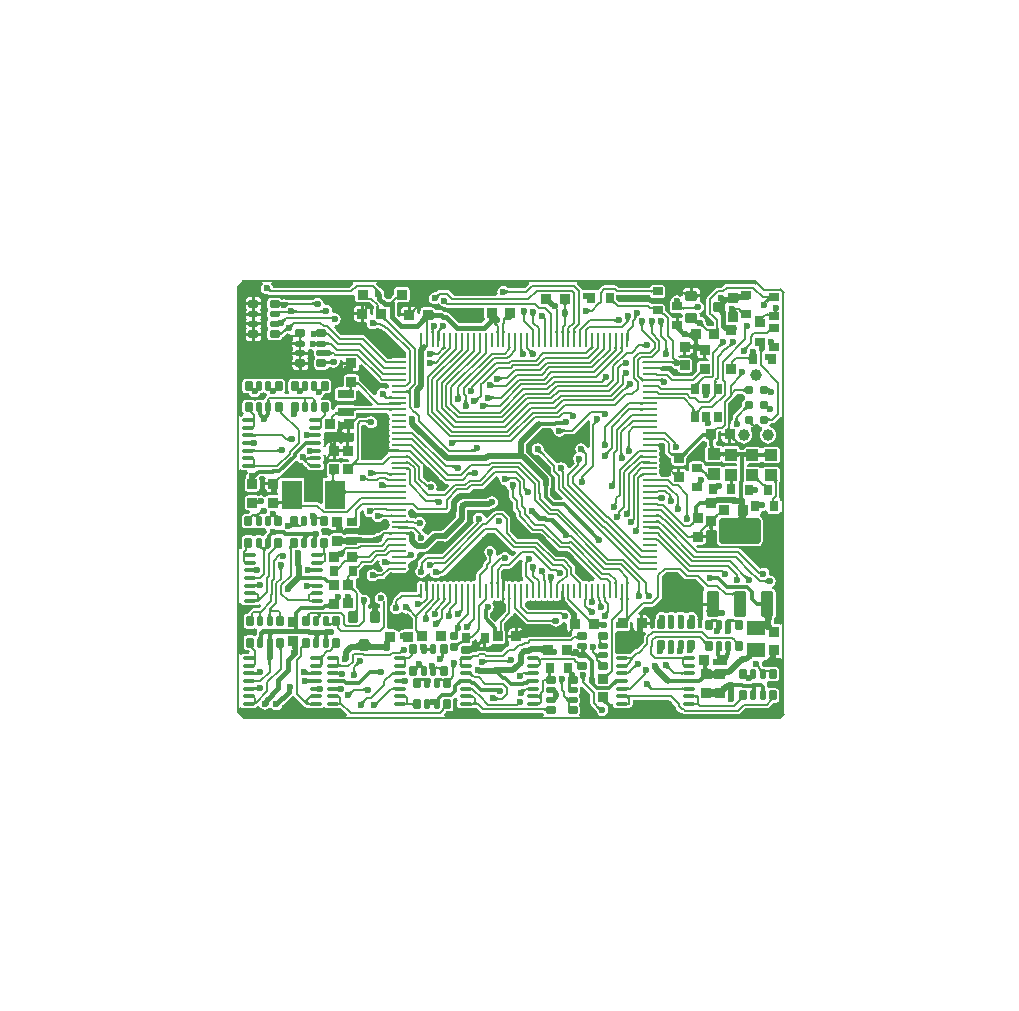
<source format=gtl>
G04*
G04 #@! TF.GenerationSoftware,Altium Limited,Altium Designer,20.2.7 (254)*
G04*
G04 Layer_Physical_Order=1*
G04 Layer_Color=255*
%FSLAX25Y25*%
%MOIN*%
G70*
G04*
G04 #@! TF.SameCoordinates,3777F252-AF5A-4096-8F86-E26498AB5466*
G04*
G04*
G04 #@! TF.FilePolarity,Positive*
G04*
G01*
G75*
%ADD12C,0.00984*%
%ADD13C,0.00787*%
G04:AMPARAMS|DCode=17|XSize=27.56mil|YSize=36.22mil|CornerRadius=2.76mil|HoleSize=0mil|Usage=FLASHONLY|Rotation=180.000|XOffset=0mil|YOffset=0mil|HoleType=Round|Shape=RoundedRectangle|*
%AMROUNDEDRECTD17*
21,1,0.02756,0.03071,0,0,180.0*
21,1,0.02205,0.03622,0,0,180.0*
1,1,0.00551,-0.01102,0.01535*
1,1,0.00551,0.01102,0.01535*
1,1,0.00551,0.01102,-0.01535*
1,1,0.00551,-0.01102,-0.01535*
%
%ADD17ROUNDEDRECTD17*%
G04:AMPARAMS|DCode=18|XSize=23.62mil|YSize=35.43mil|CornerRadius=2.36mil|HoleSize=0mil|Usage=FLASHONLY|Rotation=180.000|XOffset=0mil|YOffset=0mil|HoleType=Round|Shape=RoundedRectangle|*
%AMROUNDEDRECTD18*
21,1,0.02362,0.03071,0,0,180.0*
21,1,0.01890,0.03543,0,0,180.0*
1,1,0.00472,-0.00945,0.01535*
1,1,0.00472,0.00945,0.01535*
1,1,0.00472,0.00945,-0.01535*
1,1,0.00472,-0.00945,-0.01535*
%
%ADD18ROUNDEDRECTD18*%
G04:AMPARAMS|DCode=19|XSize=33.47mil|YSize=33.47mil|CornerRadius=3.35mil|HoleSize=0mil|Usage=FLASHONLY|Rotation=180.000|XOffset=0mil|YOffset=0mil|HoleType=Round|Shape=RoundedRectangle|*
%AMROUNDEDRECTD19*
21,1,0.03347,0.02677,0,0,180.0*
21,1,0.02677,0.03347,0,0,180.0*
1,1,0.00669,-0.01339,0.01339*
1,1,0.00669,0.01339,0.01339*
1,1,0.00669,0.01339,-0.01339*
1,1,0.00669,-0.01339,-0.01339*
%
%ADD19ROUNDEDRECTD19*%
G04:AMPARAMS|DCode=20|XSize=27.56mil|YSize=36.22mil|CornerRadius=2.76mil|HoleSize=0mil|Usage=FLASHONLY|Rotation=270.000|XOffset=0mil|YOffset=0mil|HoleType=Round|Shape=RoundedRectangle|*
%AMROUNDEDRECTD20*
21,1,0.02756,0.03071,0,0,270.0*
21,1,0.02205,0.03622,0,0,270.0*
1,1,0.00551,-0.01535,-0.01102*
1,1,0.00551,-0.01535,0.01102*
1,1,0.00551,0.01535,0.01102*
1,1,0.00551,0.01535,-0.01102*
%
%ADD20ROUNDEDRECTD20*%
%ADD21O,0.05118X0.00866*%
%ADD22O,0.00866X0.05118*%
G04:AMPARAMS|DCode=23|XSize=27.56mil|YSize=23.62mil|CornerRadius=2.36mil|HoleSize=0mil|Usage=FLASHONLY|Rotation=180.000|XOffset=0mil|YOffset=0mil|HoleType=Round|Shape=RoundedRectangle|*
%AMROUNDEDRECTD23*
21,1,0.02756,0.01890,0,0,180.0*
21,1,0.02284,0.02362,0,0,180.0*
1,1,0.00472,-0.01142,0.00945*
1,1,0.00472,0.01142,0.00945*
1,1,0.00472,0.01142,-0.00945*
1,1,0.00472,-0.01142,-0.00945*
%
%ADD23ROUNDEDRECTD23*%
G04:AMPARAMS|DCode=24|XSize=137.8mil|YSize=84.65mil|CornerRadius=8.47mil|HoleSize=0mil|Usage=FLASHONLY|Rotation=0.000|XOffset=0mil|YOffset=0mil|HoleType=Round|Shape=RoundedRectangle|*
%AMROUNDEDRECTD24*
21,1,0.13780,0.06772,0,0,0.0*
21,1,0.12087,0.08465,0,0,0.0*
1,1,0.01693,0.06043,-0.03386*
1,1,0.01693,-0.06043,-0.03386*
1,1,0.01693,-0.06043,0.03386*
1,1,0.01693,0.06043,0.03386*
%
%ADD24ROUNDEDRECTD24*%
G04:AMPARAMS|DCode=25|XSize=43.31mil|YSize=84.65mil|CornerRadius=4.33mil|HoleSize=0mil|Usage=FLASHONLY|Rotation=0.000|XOffset=0mil|YOffset=0mil|HoleType=Round|Shape=RoundedRectangle|*
%AMROUNDEDRECTD25*
21,1,0.04331,0.07598,0,0,0.0*
21,1,0.03465,0.08465,0,0,0.0*
1,1,0.00866,0.01732,-0.03799*
1,1,0.00866,-0.01732,-0.03799*
1,1,0.00866,-0.01732,0.03799*
1,1,0.00866,0.01732,0.03799*
%
%ADD25ROUNDEDRECTD25*%
G04:AMPARAMS|DCode=26|XSize=43.31mil|YSize=84.65mil|CornerRadius=4.33mil|HoleSize=0mil|Usage=FLASHONLY|Rotation=0.000|XOffset=0mil|YOffset=0mil|HoleType=Round|Shape=RoundedRectangle|*
%AMROUNDEDRECTD26*
21,1,0.04331,0.07599,0,0,0.0*
21,1,0.03465,0.08465,0,0,0.0*
1,1,0.00866,0.01732,-0.03799*
1,1,0.00866,-0.01732,-0.03799*
1,1,0.00866,-0.01732,0.03799*
1,1,0.00866,0.01732,0.03799*
%
%ADD26ROUNDEDRECTD26*%
%ADD27O,0.04331X0.01181*%
G04:AMPARAMS|DCode=28|XSize=33.47mil|YSize=33.47mil|CornerRadius=3.35mil|HoleSize=0mil|Usage=FLASHONLY|Rotation=270.000|XOffset=0mil|YOffset=0mil|HoleType=Round|Shape=RoundedRectangle|*
%AMROUNDEDRECTD28*
21,1,0.03347,0.02677,0,0,270.0*
21,1,0.02677,0.03347,0,0,270.0*
1,1,0.00669,-0.01339,-0.01339*
1,1,0.00669,-0.01339,0.01339*
1,1,0.00669,0.01339,0.01339*
1,1,0.00669,0.01339,-0.01339*
%
%ADD28ROUNDEDRECTD28*%
G04:AMPARAMS|DCode=29|XSize=39.37mil|YSize=43.31mil|CornerRadius=3.94mil|HoleSize=0mil|Usage=FLASHONLY|Rotation=270.000|XOffset=0mil|YOffset=0mil|HoleType=Round|Shape=RoundedRectangle|*
%AMROUNDEDRECTD29*
21,1,0.03937,0.03543,0,0,270.0*
21,1,0.03150,0.04331,0,0,270.0*
1,1,0.00787,-0.01772,-0.01575*
1,1,0.00787,-0.01772,0.01575*
1,1,0.00787,0.01772,0.01575*
1,1,0.00787,0.01772,-0.01575*
%
%ADD29ROUNDEDRECTD29*%
%ADD30R,0.05906X0.05118*%
G04:AMPARAMS|DCode=31|XSize=35.43mil|YSize=37.4mil|CornerRadius=3.54mil|HoleSize=0mil|Usage=FLASHONLY|Rotation=270.000|XOffset=0mil|YOffset=0mil|HoleType=Round|Shape=RoundedRectangle|*
%AMROUNDEDRECTD31*
21,1,0.03543,0.03032,0,0,270.0*
21,1,0.02835,0.03740,0,0,270.0*
1,1,0.00709,-0.01516,-0.01417*
1,1,0.00709,-0.01516,0.01417*
1,1,0.00709,0.01516,0.01417*
1,1,0.00709,0.01516,-0.01417*
%
%ADD31ROUNDEDRECTD31*%
G04:AMPARAMS|DCode=32|XSize=35.43mil|YSize=37.4mil|CornerRadius=3.54mil|HoleSize=0mil|Usage=FLASHONLY|Rotation=270.000|XOffset=0mil|YOffset=0mil|HoleType=Round|Shape=RoundedRectangle|*
%AMROUNDEDRECTD32*
21,1,0.03543,0.03032,0,0,270.0*
21,1,0.02835,0.03740,0,0,270.0*
1,1,0.00709,-0.01516,-0.01417*
1,1,0.00709,-0.01516,0.01417*
1,1,0.00709,0.01516,0.01417*
1,1,0.00709,0.01516,-0.01417*
%
%ADD32ROUNDEDRECTD32*%
%ADD33R,0.06693X0.09449*%
G04:AMPARAMS|DCode=34|XSize=25.59mil|YSize=31.5mil|CornerRadius=2.56mil|HoleSize=0mil|Usage=FLASHONLY|Rotation=0.000|XOffset=0mil|YOffset=0mil|HoleType=Round|Shape=RoundedRectangle|*
%AMROUNDEDRECTD34*
21,1,0.02559,0.02638,0,0,0.0*
21,1,0.02047,0.03150,0,0,0.0*
1,1,0.00512,0.01024,-0.01319*
1,1,0.00512,-0.01024,-0.01319*
1,1,0.00512,-0.01024,0.01319*
1,1,0.00512,0.01024,0.01319*
%
%ADD34ROUNDEDRECTD34*%
G04:AMPARAMS|DCode=35|XSize=17.72mil|YSize=31.5mil|CornerRadius=1.77mil|HoleSize=0mil|Usage=FLASHONLY|Rotation=0.000|XOffset=0mil|YOffset=0mil|HoleType=Round|Shape=RoundedRectangle|*
%AMROUNDEDRECTD35*
21,1,0.01772,0.02795,0,0,0.0*
21,1,0.01417,0.03150,0,0,0.0*
1,1,0.00354,0.00709,-0.01398*
1,1,0.00354,-0.00709,-0.01398*
1,1,0.00354,-0.00709,0.01398*
1,1,0.00354,0.00709,0.01398*
%
%ADD35ROUNDEDRECTD35*%
G04:AMPARAMS|DCode=36|XSize=35.83mil|YSize=33.47mil|CornerRadius=3.35mil|HoleSize=0mil|Usage=FLASHONLY|Rotation=270.000|XOffset=0mil|YOffset=0mil|HoleType=Round|Shape=RoundedRectangle|*
%AMROUNDEDRECTD36*
21,1,0.03583,0.02677,0,0,270.0*
21,1,0.02913,0.03347,0,0,270.0*
1,1,0.00669,-0.01339,-0.01457*
1,1,0.00669,-0.01339,0.01457*
1,1,0.00669,0.01339,0.01457*
1,1,0.00669,0.01339,-0.01457*
%
%ADD36ROUNDEDRECTD36*%
G04:AMPARAMS|DCode=37|XSize=35.43mil|YSize=37.4mil|CornerRadius=3.54mil|HoleSize=0mil|Usage=FLASHONLY|Rotation=180.000|XOffset=0mil|YOffset=0mil|HoleType=Round|Shape=RoundedRectangle|*
%AMROUNDEDRECTD37*
21,1,0.03543,0.03032,0,0,180.0*
21,1,0.02835,0.03740,0,0,180.0*
1,1,0.00709,-0.01417,0.01516*
1,1,0.00709,0.01417,0.01516*
1,1,0.00709,0.01417,-0.01516*
1,1,0.00709,-0.01417,-0.01516*
%
%ADD37ROUNDEDRECTD37*%
G04:AMPARAMS|DCode=38|XSize=35.43mil|YSize=37.4mil|CornerRadius=3.54mil|HoleSize=0mil|Usage=FLASHONLY|Rotation=180.000|XOffset=0mil|YOffset=0mil|HoleType=Round|Shape=RoundedRectangle|*
%AMROUNDEDRECTD38*
21,1,0.03543,0.03032,0,0,180.0*
21,1,0.02835,0.03740,0,0,180.0*
1,1,0.00709,-0.01417,0.01516*
1,1,0.00709,0.01417,0.01516*
1,1,0.00709,0.01417,-0.01516*
1,1,0.00709,-0.01417,-0.01516*
%
%ADD38ROUNDEDRECTD38*%
G04:AMPARAMS|DCode=39|XSize=25.59mil|YSize=31.5mil|CornerRadius=2.56mil|HoleSize=0mil|Usage=FLASHONLY|Rotation=270.000|XOffset=0mil|YOffset=0mil|HoleType=Round|Shape=RoundedRectangle|*
%AMROUNDEDRECTD39*
21,1,0.02559,0.02638,0,0,270.0*
21,1,0.02047,0.03150,0,0,270.0*
1,1,0.00512,-0.01319,-0.01024*
1,1,0.00512,-0.01319,0.01024*
1,1,0.00512,0.01319,0.01024*
1,1,0.00512,0.01319,-0.01024*
%
%ADD39ROUNDEDRECTD39*%
G04:AMPARAMS|DCode=40|XSize=17.72mil|YSize=31.5mil|CornerRadius=1.77mil|HoleSize=0mil|Usage=FLASHONLY|Rotation=270.000|XOffset=0mil|YOffset=0mil|HoleType=Round|Shape=RoundedRectangle|*
%AMROUNDEDRECTD40*
21,1,0.01772,0.02795,0,0,270.0*
21,1,0.01417,0.03150,0,0,270.0*
1,1,0.00354,-0.01398,-0.00709*
1,1,0.00354,-0.01398,0.00709*
1,1,0.00354,0.01398,0.00709*
1,1,0.00354,0.01398,-0.00709*
%
%ADD40ROUNDEDRECTD40*%
G04:AMPARAMS|DCode=41|XSize=27.56mil|YSize=55.12mil|CornerRadius=2.76mil|HoleSize=0mil|Usage=FLASHONLY|Rotation=270.000|XOffset=0mil|YOffset=0mil|HoleType=Round|Shape=RoundedRectangle|*
%AMROUNDEDRECTD41*
21,1,0.02756,0.04961,0,0,270.0*
21,1,0.02205,0.05512,0,0,270.0*
1,1,0.00551,-0.02480,-0.01102*
1,1,0.00551,-0.02480,0.01102*
1,1,0.00551,0.02480,0.01102*
1,1,0.00551,0.02480,-0.01102*
%
%ADD41ROUNDEDRECTD41*%
G04:AMPARAMS|DCode=42|XSize=35.83mil|YSize=33.47mil|CornerRadius=3.35mil|HoleSize=0mil|Usage=FLASHONLY|Rotation=180.000|XOffset=0mil|YOffset=0mil|HoleType=Round|Shape=RoundedRectangle|*
%AMROUNDEDRECTD42*
21,1,0.03583,0.02677,0,0,180.0*
21,1,0.02913,0.03347,0,0,180.0*
1,1,0.00669,-0.01457,0.01339*
1,1,0.00669,0.01457,0.01339*
1,1,0.00669,0.01457,-0.01339*
1,1,0.00669,-0.01457,-0.01339*
%
%ADD42ROUNDEDRECTD42*%
G04:AMPARAMS|DCode=72|XSize=7.87mil|YSize=37.01mil|CornerRadius=3.94mil|HoleSize=0mil|Usage=FLASHONLY|Rotation=225.000|XOffset=0mil|YOffset=0mil|HoleType=Round|Shape=RoundedRectangle|*
%AMROUNDEDRECTD72*
21,1,0.00787,0.02913,0,0,225.0*
21,1,0.00000,0.03701,0,0,225.0*
1,1,0.00787,-0.01030,0.01030*
1,1,0.00787,-0.01030,0.01030*
1,1,0.00787,0.01030,-0.01030*
1,1,0.00787,0.01030,-0.01030*
%
%ADD72ROUNDEDRECTD72*%
G04:AMPARAMS|DCode=73|XSize=7.87mil|YSize=22.84mil|CornerRadius=3.94mil|HoleSize=0mil|Usage=FLASHONLY|Rotation=135.000|XOffset=0mil|YOffset=0mil|HoleType=Round|Shape=RoundedRectangle|*
%AMROUNDEDRECTD73*
21,1,0.00787,0.01496,0,0,135.0*
21,1,0.00000,0.02284,0,0,135.0*
1,1,0.00787,0.00529,0.00529*
1,1,0.00787,0.00529,0.00529*
1,1,0.00787,-0.00529,-0.00529*
1,1,0.00787,-0.00529,-0.00529*
%
%ADD73ROUNDEDRECTD73*%
G04:AMPARAMS|DCode=74|XSize=7.87mil|YSize=21.65mil|CornerRadius=3.94mil|HoleSize=0mil|Usage=FLASHONLY|Rotation=45.000|XOffset=0mil|YOffset=0mil|HoleType=Round|Shape=RoundedRectangle|*
%AMROUNDEDRECTD74*
21,1,0.00787,0.01378,0,0,45.0*
21,1,0.00000,0.02165,0,0,45.0*
1,1,0.00787,0.00487,-0.00487*
1,1,0.00787,0.00487,-0.00487*
1,1,0.00787,-0.00487,0.00487*
1,1,0.00787,-0.00487,0.00487*
%
%ADD74ROUNDEDRECTD74*%
G04:AMPARAMS|DCode=75|XSize=7.87mil|YSize=47.24mil|CornerRadius=3.94mil|HoleSize=0mil|Usage=FLASHONLY|Rotation=45.000|XOffset=0mil|YOffset=0mil|HoleType=Round|Shape=RoundedRectangle|*
%AMROUNDEDRECTD75*
21,1,0.00787,0.03937,0,0,45.0*
21,1,0.00000,0.04724,0,0,45.0*
1,1,0.00787,0.01392,-0.01392*
1,1,0.00787,0.01392,-0.01392*
1,1,0.00787,-0.01392,0.01392*
1,1,0.00787,-0.01392,0.01392*
%
%ADD75ROUNDEDRECTD75*%
G04:AMPARAMS|DCode=76|XSize=7.87mil|YSize=62.99mil|CornerRadius=3.94mil|HoleSize=0mil|Usage=FLASHONLY|Rotation=270.000|XOffset=0mil|YOffset=0mil|HoleType=Round|Shape=RoundedRectangle|*
%AMROUNDEDRECTD76*
21,1,0.00787,0.05512,0,0,270.0*
21,1,0.00000,0.06299,0,0,270.0*
1,1,0.00787,-0.02756,0.00000*
1,1,0.00787,-0.02756,0.00000*
1,1,0.00787,0.02756,0.00000*
1,1,0.00787,0.02756,0.00000*
%
%ADD76ROUNDEDRECTD76*%
G04:AMPARAMS|DCode=77|XSize=7.87mil|YSize=31.5mil|CornerRadius=3.94mil|HoleSize=0mil|Usage=FLASHONLY|Rotation=315.000|XOffset=0mil|YOffset=0mil|HoleType=Round|Shape=RoundedRectangle|*
%AMROUNDEDRECTD77*
21,1,0.00787,0.02362,0,0,315.0*
21,1,0.00000,0.03150,0,0,315.0*
1,1,0.00787,-0.00835,-0.00835*
1,1,0.00787,-0.00835,-0.00835*
1,1,0.00787,0.00835,0.00835*
1,1,0.00787,0.00835,0.00835*
%
%ADD77ROUNDEDRECTD77*%
G04:AMPARAMS|DCode=78|XSize=7.87mil|YSize=1712.6mil|CornerRadius=3.94mil|HoleSize=0mil|Usage=FLASHONLY|Rotation=270.000|XOffset=0mil|YOffset=0mil|HoleType=Round|Shape=RoundedRectangle|*
%AMROUNDEDRECTD78*
21,1,0.00787,1.70472,0,0,270.0*
21,1,0.00000,1.71260,0,0,270.0*
1,1,0.00787,-0.85236,0.00000*
1,1,0.00787,-0.85236,0.00000*
1,1,0.00787,0.85236,0.00000*
1,1,0.00787,0.85236,0.00000*
%
%ADD78ROUNDEDRECTD78*%
G04:AMPARAMS|DCode=79|XSize=7.87mil|YSize=1413.39mil|CornerRadius=3.94mil|HoleSize=0mil|Usage=FLASHONLY|Rotation=180.000|XOffset=0mil|YOffset=0mil|HoleType=Round|Shape=RoundedRectangle|*
%AMROUNDEDRECTD79*
21,1,0.00787,1.40551,0,0,180.0*
21,1,0.00000,1.41339,0,0,180.0*
1,1,0.00787,0.00000,0.70276*
1,1,0.00787,0.00000,0.70276*
1,1,0.00787,0.00000,-0.70276*
1,1,0.00787,0.00000,-0.70276*
%
%ADD79ROUNDEDRECTD79*%
G04:AMPARAMS|DCode=80|XSize=7.87mil|YSize=1795.28mil|CornerRadius=3.94mil|HoleSize=0mil|Usage=FLASHONLY|Rotation=270.000|XOffset=0mil|YOffset=0mil|HoleType=Round|Shape=RoundedRectangle|*
%AMROUNDEDRECTD80*
21,1,0.00787,1.78740,0,0,270.0*
21,1,0.00000,1.79528,0,0,270.0*
1,1,0.00787,-0.89370,0.00000*
1,1,0.00787,-0.89370,0.00000*
1,1,0.00787,0.89370,0.00000*
1,1,0.00787,0.89370,0.00000*
%
%ADD80ROUNDEDRECTD80*%
G04:AMPARAMS|DCode=81|XSize=7.87mil|YSize=1424.8mil|CornerRadius=3.94mil|HoleSize=0mil|Usage=FLASHONLY|Rotation=180.000|XOffset=0mil|YOffset=0mil|HoleType=Round|Shape=RoundedRectangle|*
%AMROUNDEDRECTD81*
21,1,0.00787,1.41693,0,0,180.0*
21,1,0.00000,1.42480,0,0,180.0*
1,1,0.00787,0.00000,0.70847*
1,1,0.00787,0.00000,0.70847*
1,1,0.00787,0.00000,-0.70847*
1,1,0.00787,0.00000,-0.70847*
%
%ADD81ROUNDEDRECTD81*%
G04:AMPARAMS|DCode=82|XSize=9.84mil|YSize=27.56mil|CornerRadius=4.92mil|HoleSize=0mil|Usage=FLASHONLY|Rotation=180.000|XOffset=0mil|YOffset=0mil|HoleType=Round|Shape=RoundedRectangle|*
%AMROUNDEDRECTD82*
21,1,0.00984,0.01772,0,0,180.0*
21,1,0.00000,0.02756,0,0,180.0*
1,1,0.00984,0.00000,0.00886*
1,1,0.00984,0.00000,0.00886*
1,1,0.00984,0.00000,-0.00886*
1,1,0.00984,0.00000,-0.00886*
%
%ADD82ROUNDEDRECTD82*%
%ADD83R,0.01968X0.01968*%
%ADD84C,0.03100*%
%ADD85C,0.01181*%
%ADD86C,0.01968*%
%ADD87C,0.01575*%
%ADD88C,0.03900*%
%ADD89C,0.02362*%
G36*
X173708Y145615D02*
X173206Y145003D01*
X172902Y145207D01*
X172441Y145299D01*
X172441Y145299D01*
X163681D01*
X163220Y145207D01*
X162830Y144946D01*
X162001Y144118D01*
X160636D01*
X160636Y144118D01*
X160175Y144026D01*
X159784Y143765D01*
X157200Y141180D01*
X156939Y140790D01*
X156847Y140329D01*
X156847Y140329D01*
Y135447D01*
X156847Y135447D01*
X156939Y134986D01*
X157200Y134595D01*
X157755Y134040D01*
X158051Y133842D01*
X158099Y133794D01*
X158396Y133596D01*
X159229Y132763D01*
Y131223D01*
X158333D01*
X158327Y131224D01*
X158327Y131224D01*
X157493D01*
X156671Y132045D01*
X156651Y132077D01*
X156632Y132111D01*
X156617Y132146D01*
X156603Y132186D01*
X156592Y132230D01*
X156583Y132281D01*
X156580Y132320D01*
X156599Y132416D01*
X156446Y133184D01*
X156011Y133835D01*
X155360Y134271D01*
X154592Y134423D01*
X154530Y134474D01*
Y135276D01*
X154451Y135674D01*
X154804Y135744D01*
X155455Y136179D01*
X155890Y136830D01*
X156043Y137598D01*
X155890Y138366D01*
X155455Y139018D01*
X154804Y139453D01*
X154660Y139481D01*
X154747Y139921D01*
Y140839D01*
X153890D01*
X153831Y140803D01*
X153775Y140752D01*
X153735Y140693D01*
X153711Y140626D01*
X153703Y140551D01*
Y140839D01*
X151850D01*
Y141339D01*
X151350D01*
Y144137D01*
X150335D01*
X149806Y144032D01*
X149358Y143732D01*
X149059Y143284D01*
X148954Y142756D01*
Y141470D01*
X148840Y141376D01*
X148166Y141121D01*
X147717Y141421D01*
X146949Y141574D01*
X146181Y141421D01*
X145530Y140986D01*
X145095Y140335D01*
X145002Y139868D01*
X144844Y139763D01*
X144609Y139411D01*
X144526Y138996D01*
Y136792D01*
X144609Y136377D01*
X144844Y136025D01*
X145195Y135790D01*
X145610Y135708D01*
X148454D01*
X148845Y135472D01*
X149171Y135002D01*
Y134582D01*
X148550Y133997D01*
X147646D01*
Y131594D01*
X146646D01*
Y133997D01*
X146035D01*
X145610Y133997D01*
X145562Y133993D01*
X145299Y133969D01*
X145207Y134430D01*
X144946Y134821D01*
X144946Y134821D01*
X143661Y136106D01*
X143270Y136367D01*
X143144Y136392D01*
Y137717D01*
X143061Y138131D01*
X142826Y138483D01*
X142475Y138718D01*
X142060Y138801D01*
X138989D01*
X138575Y138718D01*
X138516Y138679D01*
X138352Y138844D01*
X137961Y139105D01*
X137500Y139196D01*
X137500Y139196D01*
X127813D01*
X126900Y140110D01*
X126854Y140162D01*
X126784Y140251D01*
X126745Y140309D01*
Y141499D01*
X127001Y141709D01*
X127001Y141709D01*
X137926D01*
X137988Y141396D01*
X138223Y141045D01*
X138575Y140810D01*
X138989Y140727D01*
X142060D01*
X142475Y140810D01*
X142826Y141045D01*
X143061Y141396D01*
X143144Y141811D01*
Y144016D01*
X143061Y144431D01*
X142826Y144782D01*
X142475Y145017D01*
X142060Y145100D01*
X138989D01*
X138575Y145017D01*
X138223Y144782D01*
X137988Y144431D01*
X137926Y144118D01*
X127499D01*
X127116Y144501D01*
X126725Y144762D01*
X126265Y144854D01*
X126265Y144854D01*
X122853D01*
X122853Y144854D01*
X122392Y144762D01*
X122002Y144501D01*
X120829Y143328D01*
X120604Y143210D01*
X119783Y143190D01*
X119776Y143194D01*
X119362Y143277D01*
X117157D01*
X117069Y143259D01*
X116634Y143346D01*
X115866Y143193D01*
X115834Y143211D01*
X115225Y143711D01*
X115123Y143863D01*
X115123Y143863D01*
X113579Y145407D01*
X113696Y145912D01*
X113882Y146195D01*
X173064Y146260D01*
X173708Y145615D01*
D02*
G37*
G36*
X39176Y145326D02*
X37968Y144118D01*
X12298D01*
X12189Y144666D01*
X11768Y145296D01*
X11792Y145426D01*
X12024Y146084D01*
X38878Y146113D01*
X39176Y145326D01*
D02*
G37*
G36*
X97538Y145964D02*
X97689Y145390D01*
X96220Y143921D01*
X90908D01*
X90871Y143928D01*
X90835Y143939D01*
X90799Y143953D01*
X90762Y143972D01*
X90723Y143995D01*
X90681Y144025D01*
X90649Y144051D01*
X90592Y144136D01*
X89941Y144571D01*
X89173Y144724D01*
X88405Y144571D01*
X87754Y144136D01*
X87319Y143485D01*
X87166Y142717D01*
X87260Y142248D01*
X86770Y141460D01*
X72693D01*
X72603Y141594D01*
X72603Y141594D01*
X71220Y142978D01*
X70829Y143239D01*
X70368Y143330D01*
X70368Y143330D01*
X67913D01*
X67453Y143239D01*
X67062Y142978D01*
X67062Y142977D01*
X66714Y142629D01*
X66682Y142609D01*
X66649Y142590D01*
X66614Y142575D01*
X66574Y142562D01*
X66530Y142551D01*
X66480Y142542D01*
X66438Y142538D01*
X66339Y142558D01*
X65570Y142405D01*
X64919Y141970D01*
X64484Y141319D01*
X64332Y140551D01*
X64484Y139783D01*
X64919Y139132D01*
X65570Y138697D01*
X66339Y138544D01*
X67107Y138697D01*
X67541Y138987D01*
X67971Y138345D01*
X68622Y137909D01*
X69390Y137757D01*
X69652Y137809D01*
X70012Y137568D01*
X70473Y137477D01*
X82537D01*
X82793Y137165D01*
Y134488D01*
X82880Y134050D01*
X83128Y133679D01*
X83137Y133591D01*
X81959Y132413D01*
X74247D01*
X71273Y135387D01*
X70752Y135735D01*
X70138Y135858D01*
X70137Y135858D01*
X69652D01*
X69434Y136076D01*
X68913Y136424D01*
X68299Y136547D01*
X68299Y136547D01*
X66813D01*
X66690Y136557D01*
X66513Y136585D01*
X66386Y136618D01*
X66371Y136624D01*
X66333Y136816D01*
X66085Y137187D01*
X65714Y137435D01*
X65276Y137522D01*
X62599D01*
X62161Y137435D01*
X61790Y137187D01*
X61542Y136816D01*
X61454Y136378D01*
Y135370D01*
X61203Y135171D01*
X60416Y135552D01*
Y136378D01*
X60312Y136899D01*
X60017Y137340D01*
X59576Y137635D01*
X59055Y137739D01*
X58217D01*
Y135039D01*
X57717D01*
Y134539D01*
X54546D01*
X54230Y134408D01*
X53535Y135103D01*
Y138807D01*
X53706Y138991D01*
X54244Y139348D01*
X56772D01*
X57209Y139435D01*
X57581Y139683D01*
X57829Y140054D01*
X57916Y140492D01*
Y143169D01*
X57829Y143607D01*
X57581Y143978D01*
X57209Y144226D01*
X56772Y144313D01*
X53858D01*
X53421Y144226D01*
X53049Y143978D01*
X52801Y143607D01*
X52714Y143169D01*
Y141708D01*
X52492Y141664D01*
X52101Y141403D01*
X51862Y141045D01*
X51202Y140385D01*
X50213D01*
X49440Y141157D01*
Y141421D01*
X49440Y141421D01*
X49384Y141705D01*
X49448Y142027D01*
X49295Y142796D01*
X48860Y143447D01*
X48209Y143882D01*
X48163Y143891D01*
X47979Y144010D01*
X47939Y144040D01*
X47800Y144159D01*
X46625Y145334D01*
X46910Y146122D01*
X97389Y146177D01*
X97538Y145964D01*
D02*
G37*
G36*
X11473Y143568D02*
X11482Y143552D01*
X11499Y143529D01*
X11522Y143500D01*
X11636Y143375D01*
X11816Y143192D01*
X11259Y142635D01*
X11206Y142687D01*
X11012Y142856D01*
X10987Y142872D01*
X10966Y142881D01*
X10950Y142885D01*
X10939Y142883D01*
X11472Y143577D01*
X11473Y143568D01*
D02*
G37*
G36*
X47195Y143620D02*
X47437Y143413D01*
X47520Y143351D01*
X47776Y143185D01*
X47864Y143137D01*
X47953Y143092D01*
X46405Y142595D01*
X46448Y142685D01*
X46477Y142774D01*
X46493Y142863D01*
X46495Y142952D01*
X46484Y143040D01*
X46460Y143127D01*
X46422Y143214D01*
X46371Y143300D01*
X46306Y143386D01*
X46228Y143471D01*
X47116Y143696D01*
X47195Y143620D01*
D02*
G37*
G36*
X138733Y142126D02*
X138725Y142201D01*
X138700Y142268D01*
X138661Y142327D01*
X138605Y142378D01*
X138533Y142421D01*
X138445Y142457D01*
X138341Y142484D01*
X138221Y142504D01*
X138085Y142516D01*
X137933Y142520D01*
Y143307D01*
X138085Y143311D01*
X138221Y143323D01*
X138341Y143343D01*
X138445Y143370D01*
X138533Y143406D01*
X138605Y143449D01*
X138661Y143500D01*
X138700Y143559D01*
X138725Y143626D01*
X138733Y143701D01*
Y142126D01*
D02*
G37*
G36*
X90103Y143461D02*
X90192Y143387D01*
X90283Y143322D01*
X90377Y143266D01*
X90474Y143219D01*
X90573Y143180D01*
X90675Y143149D01*
X90779Y143128D01*
X90886Y143115D01*
X90995Y143110D01*
Y142323D01*
X90886Y142318D01*
X90779Y142306D01*
X90675Y142284D01*
X90573Y142253D01*
X90474Y142215D01*
X90377Y142167D01*
X90283Y142111D01*
X90192Y142046D01*
X90103Y141972D01*
X90017Y141890D01*
Y143543D01*
X90103Y143461D01*
D02*
G37*
G36*
X168436Y141733D02*
X168643Y141718D01*
X168892Y141712D01*
Y140138D01*
X168586Y140130D01*
X168313Y140106D01*
X168072Y140067D01*
X167864Y140012D01*
X167688Y139942D01*
X167546Y139855D01*
X167436Y139753D01*
X167358Y139635D01*
X167314Y139502D01*
X167302Y139353D01*
X167280Y140141D01*
X166798Y140138D01*
Y141712D01*
X167109Y141720D01*
X167236Y141731D01*
X167221Y142280D01*
X167306Y142172D01*
X167409Y142076D01*
X167531Y141990D01*
X167670Y141917D01*
X167828Y141854D01*
X167857Y141846D01*
X168015Y141909D01*
X168156Y141996D01*
X168264Y142098D01*
X168338Y142217D01*
X168378Y142350D01*
X168385Y142500D01*
X168436Y141733D01*
D02*
G37*
G36*
X149998Y141437D02*
X149994Y141512D01*
X149973Y141579D01*
X149935Y141638D01*
X149881Y141689D01*
X149809Y141732D01*
X149721Y141768D01*
X149616Y141795D01*
X149493Y141815D01*
X149354Y141827D01*
X149198Y141831D01*
Y142618D01*
X149321Y142622D01*
X149436Y142633D01*
X149544Y142653D01*
X149644Y142680D01*
X149737Y142714D01*
X149822Y142756D01*
X149900Y142806D01*
X149970Y142864D01*
X150033Y142929D01*
X150088Y143003D01*
X149998Y141437D01*
D02*
G37*
G36*
X67905Y141561D02*
X67831Y141481D01*
X67765Y141396D01*
X67706Y141307D01*
X67656Y141213D01*
X67613Y141116D01*
X67578Y141014D01*
X67552Y140908D01*
X67533Y140797D01*
X67522Y140682D01*
X67520Y140563D01*
X66350Y141732D01*
X66470Y141735D01*
X66584Y141746D01*
X66695Y141764D01*
X66801Y141791D01*
X66903Y141826D01*
X67001Y141868D01*
X67094Y141919D01*
X67183Y141977D01*
X67268Y142044D01*
X67349Y142118D01*
X67905Y141561D01*
D02*
G37*
G36*
X117694Y141870D02*
X117741Y141804D01*
X117871Y141643D01*
X118152Y141331D01*
X118538Y140936D01*
X117981Y140379D01*
X117922Y140432D01*
X117863Y140474D01*
X117804Y140506D01*
X117744Y140526D01*
X117683Y140536D01*
X117623Y140535D01*
X117562Y140522D01*
X117501Y140499D01*
X117439Y140465D01*
X117377Y140420D01*
X117658Y141927D01*
X117694Y141870D01*
D02*
G37*
G36*
X53732Y140188D02*
X53733Y140182D01*
X53716Y140177D01*
X53681Y140173D01*
X53630Y140169D01*
X53109Y140158D01*
X52953Y140157D01*
Y140945D01*
X53071Y140947D01*
X53269Y140961D01*
X53347Y140974D01*
X53413Y140991D01*
X53465Y141011D01*
X53504Y141034D01*
X53530Y141062D01*
X53542Y141093D01*
X53541Y141128D01*
X53732Y140188D01*
D02*
G37*
G36*
X177440Y141259D02*
X177442Y141274D01*
X177440Y141376D01*
X177594Y139496D01*
X177546Y139519D01*
X177493Y139530D01*
X177435Y139528D01*
X177371Y139514D01*
X177307Y139488D01*
X177294Y139459D01*
X177265Y139367D01*
X177247Y139272D01*
X177242Y139175D01*
X177248Y139076D01*
X177267Y138975D01*
X177297Y138871D01*
X175817Y139608D01*
X175933Y139648D01*
X176151Y139738D01*
X176253Y139789D01*
X176444Y139900D01*
X176533Y139961D01*
X176697Y140092D01*
X176772Y140163D01*
X176872Y140116D01*
X176871Y140263D01*
X176987Y140384D01*
X177086Y140506D01*
X177048Y140516D01*
X176928Y140535D01*
X176793Y140547D01*
X176641Y140551D01*
Y141339D01*
X176793Y141342D01*
X176928Y141354D01*
X177048Y141374D01*
X177152Y141402D01*
X177240Y141437D01*
X177312Y141480D01*
X177368Y141531D01*
X177408Y141590D01*
X177432Y141657D01*
X177440Y141732D01*
Y141259D01*
D02*
G37*
G36*
X70464Y139263D02*
X70472Y139252D01*
X70486Y139235D01*
X70563Y139151D01*
X70751Y138960D01*
X70194Y138403D01*
X69885Y138691D01*
X70462Y139269D01*
X70464Y139263D01*
D02*
G37*
G36*
X125898Y140407D02*
X125895Y140317D01*
X125909Y140222D01*
X125940Y140119D01*
X125989Y140011D01*
X126054Y139897D01*
X126137Y139776D01*
X126236Y139649D01*
X126353Y139516D01*
X126487Y139377D01*
X126388Y138362D01*
X126215Y138530D01*
X125914Y138787D01*
X125786Y138877D01*
X125673Y138940D01*
X125576Y138978D01*
X125494Y138989D01*
X125428Y138974D01*
X125376Y138933D01*
X125340Y138865D01*
X125918Y140490D01*
X125898Y140407D01*
D02*
G37*
G36*
X26351Y137932D02*
X26273Y138020D01*
X26192Y138098D01*
X26107Y138167D01*
X26019Y138226D01*
X25927Y138277D01*
X25831Y138318D01*
X25731Y138350D01*
X25628Y138373D01*
X25521Y138387D01*
X25410Y138392D01*
X25484Y139179D01*
X25592Y139183D01*
X25699Y139195D01*
X25804Y139215D01*
X25907Y139243D01*
X26010Y139279D01*
X26110Y139323D01*
X26209Y139375D01*
X26306Y139435D01*
X26402Y139503D01*
X26497Y139579D01*
X26351Y137932D01*
D02*
G37*
G36*
X14457Y139498D02*
X14481Y139431D01*
X14521Y139372D01*
X14577Y139321D01*
X14649Y139278D01*
X14737Y139242D01*
X14841Y139215D01*
X14860Y139211D01*
X14985Y139231D01*
X15090Y139254D01*
X15409Y139348D01*
X15516Y139388D01*
X15945Y138972D01*
X16374Y139388D01*
X16481Y139348D01*
X16799Y139254D01*
X16905Y139231D01*
X17115Y139198D01*
X17220Y139188D01*
X17428Y139179D01*
X17830Y138392D01*
X17715Y138387D01*
X17609Y138372D01*
X17511Y138347D01*
X17421Y138312D01*
X17339Y138267D01*
X17266Y138212D01*
X17202Y138148D01*
X17146Y138073D01*
X17098Y137988D01*
X17058Y137893D01*
X15945Y138972D01*
X14831Y137893D01*
X14792Y137988D01*
X14744Y138073D01*
X14688Y138148D01*
X14623Y138212D01*
X14575Y138249D01*
X14521Y138199D01*
X14481Y138140D01*
X14457Y138073D01*
X14449Y137998D01*
Y138320D01*
X14379Y138347D01*
X14281Y138372D01*
X14175Y138387D01*
X14060Y138392D01*
X14449Y139155D01*
Y139573D01*
X14457Y139498D01*
D02*
G37*
G36*
X110417Y138592D02*
X110351Y138568D01*
X110291Y138529D01*
X110240Y138472D01*
X110197Y138401D01*
X110161Y138313D01*
X110134Y138209D01*
X110114Y138089D01*
X110102Y137953D01*
X110099Y137801D01*
X109311D01*
X109307Y137953D01*
X109295Y138089D01*
X109276Y138209D01*
X109248Y138313D01*
X109213Y138401D01*
X109169Y138472D01*
X109118Y138529D01*
X109059Y138568D01*
X108992Y138592D01*
X108917Y138600D01*
X110492D01*
X110417Y138592D01*
D02*
G37*
G36*
X105457Y139398D02*
X105818Y139086D01*
X105867Y139056D01*
X105909Y139036D01*
X105942Y139026D01*
X105968Y139027D01*
X105159Y137585D01*
X104211Y138416D01*
X105361Y139492D01*
X105457Y139398D01*
D02*
G37*
G36*
X47642Y137726D02*
X47653Y137583D01*
X47673Y137457D01*
X47701Y137350D01*
X47736Y137261D01*
X47780Y137190D01*
X47831Y137138D01*
X47890Y137103D01*
X47957Y137087D01*
X48031Y137089D01*
X46645Y136897D01*
X46684Y136962D01*
X46719Y137035D01*
X46750Y137114D01*
X46776Y137200D01*
X46799Y137294D01*
X46817Y137395D01*
X46842Y137617D01*
X46848Y137739D01*
X46850Y137868D01*
X47638Y137888D01*
X47642Y137726D01*
D02*
G37*
G36*
X138733Y136772D02*
X138728Y136801D01*
X138712Y136827D01*
X138685Y136850D01*
X138646Y136871D01*
X138596Y136888D01*
X138534Y136901D01*
X138461Y136912D01*
X138376Y136920D01*
X138172Y136926D01*
Y137714D01*
X138287Y137715D01*
X138560Y137737D01*
X138627Y137750D01*
X138682Y137767D01*
X138725Y137786D01*
X138757Y137808D01*
X138776Y137833D01*
X138783Y137861D01*
X138733Y136772D01*
D02*
G37*
G36*
X59941Y136707D02*
X59784Y136545D01*
X59536Y136253D01*
X59446Y136125D01*
X59378Y136008D01*
X59332Y135902D01*
X59309Y135808D01*
X59308Y135725D01*
X59329Y135654D01*
X59372Y135593D01*
X58271Y136695D01*
X58331Y136652D01*
X58402Y136631D01*
X58485Y136632D01*
X58579Y136655D01*
X58685Y136701D01*
X58802Y136769D01*
X58930Y136859D01*
X59070Y136972D01*
X59384Y137264D01*
X59941Y136707D01*
D02*
G37*
G36*
X153383Y136614D02*
X153279Y136680D01*
X153070Y136790D01*
X152965Y136835D01*
X152861Y136873D01*
X152756Y136904D01*
X152650Y136928D01*
X152545Y136945D01*
X152440Y136955D01*
X152334Y136959D01*
X152155Y137746D01*
X152267Y137751D01*
X152374Y137766D01*
X152476Y137790D01*
X152572Y137824D01*
X152663Y137867D01*
X152749Y137921D01*
X152829Y137984D01*
X152904Y138057D01*
X152974Y138139D01*
X153038Y138231D01*
X153383Y136614D01*
D02*
G37*
G36*
X148943Y138065D02*
X148964Y137998D01*
X149003Y137939D01*
X149057Y137888D01*
X149129Y137845D01*
X149217Y137809D01*
X149322Y137782D01*
X149444Y137762D01*
X149582Y137750D01*
X149737Y137746D01*
Y136959D01*
X149616Y136955D01*
X149502Y136944D01*
X149396Y136926D01*
X149297Y136901D01*
X149207Y136869D01*
X149124Y136830D01*
X149049Y136784D01*
X148982Y136730D01*
X148923Y136669D01*
X148871Y136601D01*
X148938Y138140D01*
X148943Y138065D01*
D02*
G37*
G36*
X166652Y136770D02*
X166663Y136637D01*
X166681Y136521D01*
X166707Y136419D01*
X166740Y136334D01*
X166780Y136264D01*
X166827Y136209D01*
X166882Y136170D01*
X166944Y136146D01*
X167014Y136138D01*
X166599Y136140D01*
X166648Y135585D01*
X165861D01*
X165858Y135643D01*
X165848Y135694D01*
X165832Y135738D01*
X165810Y135774D01*
X165781Y135803D01*
X165746Y135825D01*
X165704Y135840D01*
X165656Y135848D01*
X165602Y135848D01*
X165541Y135842D01*
X165822Y136143D01*
X165493Y136144D01*
X165563Y136151D01*
X165625Y136174D01*
X165681Y136213D01*
X165728Y136267D01*
X165769Y136337D01*
X165802Y136422D01*
X165828Y136522D01*
X165846Y136638D01*
X165857Y136770D01*
X165861Y136917D01*
X166648D01*
X166652Y136770D01*
D02*
G37*
G36*
X110099Y137482D02*
X110102Y137374D01*
X110114Y137268D01*
X110133Y137163D01*
X110159Y137059D01*
X110194Y136955D01*
X110236Y136853D01*
X110285Y136752D01*
X110342Y136652D01*
X110407Y136552D01*
X110479Y136454D01*
X109768Y135728D01*
X108840Y136675D01*
X108930Y136747D01*
X109010Y136824D01*
X109080Y136905D01*
X109142Y136990D01*
X109193Y137080D01*
X109236Y137174D01*
X109269Y137273D01*
X109292Y137376D01*
X109306Y137483D01*
X109311Y137594D01*
X110099Y137482D01*
D02*
G37*
G36*
X117563Y137162D02*
X117652Y137088D01*
X117744Y137023D01*
X117838Y136967D01*
X117934Y136919D01*
X118033Y136880D01*
X118135Y136850D01*
X118239Y136828D01*
X118347Y136815D01*
X118456Y136811D01*
Y136024D01*
X118347Y136019D01*
X118239Y136006D01*
X118135Y135985D01*
X118033Y135954D01*
X117934Y135915D01*
X117838Y135868D01*
X117744Y135811D01*
X117652Y135747D01*
X117563Y135673D01*
X117477Y135591D01*
Y137244D01*
X117563Y137162D01*
D02*
G37*
G36*
X180319Y136554D02*
X180331Y136418D01*
X180343Y136344D01*
X180610D01*
X180554Y136298D01*
X180504Y136243D01*
X180460Y136182D01*
X180421Y136112D01*
X180417Y136101D01*
X180457Y136034D01*
X180508Y135978D01*
X180567Y135938D01*
X180634Y135914D01*
X180709Y135906D01*
X180353D01*
X180342Y135857D01*
X180327Y135756D01*
X180318Y135648D01*
X180315Y135531D01*
X179528D01*
X179525Y135648D01*
X179516Y135756D01*
X179501Y135857D01*
X179490Y135906D01*
X179134D01*
X179209Y135914D01*
X179276Y135938D01*
X179335Y135978D01*
X179386Y136034D01*
X179426Y136101D01*
X179421Y136112D01*
X179383Y136182D01*
X179339Y136243D01*
X179288Y136298D01*
X179232Y136344D01*
X179500D01*
X179512Y136418D01*
X179524Y136554D01*
X179528Y136706D01*
X180315D01*
X180319Y136554D01*
D02*
G37*
G36*
X19587Y136914D02*
X19652Y136830D01*
X19724Y136756D01*
X19801Y136693D01*
X19884Y136638D01*
X19974Y136594D01*
X20069Y136560D01*
X20170Y136535D01*
X20277Y136521D01*
X20390Y136516D01*
X20172Y135728D01*
X20067Y135725D01*
X19962Y135715D01*
X19857Y135699D01*
X19751Y135677D01*
X19646Y135648D01*
X19540Y135612D01*
X19434Y135570D01*
X19221Y135467D01*
X19114Y135406D01*
X19527Y137007D01*
X19587Y136914D01*
D02*
G37*
G36*
X29410Y135406D02*
X29303Y135467D01*
X29090Y135570D01*
X28984Y135612D01*
X28878Y135648D01*
X28772Y135677D01*
X28667Y135699D01*
X28561Y135715D01*
X28457Y135725D01*
X28352Y135728D01*
X28134Y136516D01*
X28247Y136521D01*
X28354Y136535D01*
X28455Y136560D01*
X28550Y136594D01*
X28639Y136638D01*
X28723Y136693D01*
X28800Y136756D01*
X28871Y136830D01*
X28937Y136914D01*
X28996Y137007D01*
X29410Y135406D01*
D02*
G37*
G36*
X168174Y136975D02*
X168482Y136710D01*
X168614Y136616D01*
X168731Y136548D01*
X168833Y136506D01*
X168921Y136490D01*
X168993Y136499D01*
X169050Y136534D01*
X169093Y136595D01*
X168385Y135100D01*
X168411Y135178D01*
X168418Y135263D01*
X168407Y135356D01*
X168378Y135456D01*
X168330Y135563D01*
X168264Y135678D01*
X168180Y135801D01*
X168077Y135931D01*
X167956Y136069D01*
X167816Y136214D01*
X167997Y137147D01*
X168174Y136975D01*
D02*
G37*
G36*
X91774Y135548D02*
X91669Y135328D01*
X90588Y135091D01*
X90486Y134623D01*
X90938Y134171D01*
X90878Y134214D01*
X90807Y134235D01*
X90725Y134233D01*
X90631Y134210D01*
X90525Y134164D01*
X90409Y134096D01*
X90364Y134064D01*
X90231Y133457D01*
X90172Y133502D01*
X90113Y133537D01*
X90054Y133560D01*
X89996Y133572D01*
X89937Y133574D01*
X89879Y133565D01*
X89821Y133546D01*
X89763Y133516D01*
X89706Y133474D01*
X89648Y133422D01*
X89495Y133935D01*
X89272Y134159D01*
X89428Y134321D01*
X89675Y134611D01*
X89766Y134739D01*
X89833Y134856D01*
X89879Y134961D01*
X89903Y135055D01*
X89904Y135138D01*
X89884Y135209D01*
X89841Y135269D01*
X90120Y134989D01*
X90588Y135091D01*
X90677Y135494D01*
X91073Y135960D01*
X91774Y135548D01*
D02*
G37*
G36*
X8871Y145439D02*
X8899Y145293D01*
X8480Y144666D01*
X8328Y143898D01*
X8480Y143130D01*
X8915Y142478D01*
X9567Y142043D01*
X10335Y141891D01*
X10803Y141984D01*
X11076Y141801D01*
X11537Y141709D01*
X11537Y141709D01*
X38467D01*
X38467Y141709D01*
X38928Y141801D01*
X38935Y141806D01*
X39722Y141385D01*
Y140492D01*
X39809Y140054D01*
X40057Y139683D01*
X40428Y139435D01*
X40866Y139348D01*
X43597D01*
X43602Y139347D01*
X43602Y139347D01*
X43827D01*
X44136Y139285D01*
X44552D01*
X46040Y137798D01*
Y137666D01*
X46023Y137512D01*
X46013Y137461D01*
X46002Y137414D01*
X45991Y137378D01*
X45982Y137355D01*
X45977Y137345D01*
X45957Y137311D01*
X45953Y137301D01*
X45892Y137209D01*
X45872Y137108D01*
X45868Y137101D01*
X45867Y137086D01*
X45856Y137032D01*
X45851Y137016D01*
X45851Y137005D01*
X45805Y136772D01*
Y135001D01*
X45554Y134883D01*
X44766Y135381D01*
Y136772D01*
X44663Y137292D01*
X44368Y137734D01*
X43926Y138029D01*
X43406Y138132D01*
X42567D01*
Y135433D01*
Y132734D01*
X42870D01*
X43564Y132185D01*
X43717Y131417D01*
X44152Y130766D01*
X44803Y130331D01*
X45571Y130178D01*
X46339Y130331D01*
X46852Y130673D01*
X46861Y130678D01*
X46870Y130685D01*
X46990Y130766D01*
X46999Y130779D01*
X47005Y130783D01*
X47033Y130795D01*
X47055Y130803D01*
X47074Y130807D01*
X47080Y130808D01*
X48238Y130457D01*
X49443Y129813D01*
X50482Y128960D01*
X50495Y128941D01*
X56768Y122668D01*
Y120872D01*
X56358Y120536D01*
X52106D01*
X51904Y120496D01*
X50597D01*
X43076Y128017D01*
X42685Y128278D01*
X42224Y128370D01*
X42224Y128370D01*
X35040D01*
X33460Y129950D01*
X33282Y130216D01*
X33282Y130216D01*
X32689Y130809D01*
X32879Y131310D01*
X33042Y131570D01*
X33740Y131709D01*
X34392Y132144D01*
X34827Y132795D01*
X34980Y133563D01*
X34827Y134331D01*
X34392Y134982D01*
X33740Y135417D01*
X32972Y135570D01*
X32648Y135506D01*
X31971Y136136D01*
X32027Y136417D01*
X31874Y137185D01*
X31439Y137837D01*
X30788Y138272D01*
X30022Y138424D01*
X30020Y138425D01*
X29271Y138681D01*
X29207Y139004D01*
X29118Y139449D01*
X28683Y140100D01*
X28032Y140535D01*
X27264Y140688D01*
X26496Y140535D01*
X26027Y140222D01*
X25993Y140205D01*
X25957Y140176D01*
X25845Y140100D01*
X25837Y140089D01*
X25811Y140073D01*
X25762Y140047D01*
X25715Y140026D01*
X25669Y140010D01*
X25624Y139998D01*
X25580Y139990D01*
X17266D01*
X17218Y139995D01*
X17053Y140021D01*
X16998Y140033D01*
X16780Y140097D01*
X16713Y140142D01*
X15945Y140295D01*
X15177Y140142D01*
X15176Y140141D01*
X14965Y140457D01*
X14620Y140688D01*
X14213Y140768D01*
X11575D01*
X11168Y140688D01*
X10823Y140457D01*
X10592Y140112D01*
X10511Y139705D01*
Y137657D01*
X10592Y137250D01*
X10801Y136640D01*
X10588Y136321D01*
X10513Y135945D01*
Y134528D01*
X10588Y134151D01*
X10801Y133832D01*
Y133491D01*
X10588Y133172D01*
X10513Y132795D01*
Y131378D01*
X10588Y131002D01*
X10801Y130683D01*
X10592Y130072D01*
X10511Y129665D01*
Y127618D01*
X10592Y127211D01*
X10823Y126866D01*
X11168Y126635D01*
X11575Y126554D01*
X14213D01*
X14620Y126635D01*
X14965Y126866D01*
X15195Y127211D01*
X15322Y127634D01*
X15783Y127726D01*
X16173Y127987D01*
X17043Y128857D01*
X17047Y128854D01*
X17815Y128702D01*
X18031Y128744D01*
X18818Y128136D01*
Y127893D01*
X18915Y127403D01*
X19168Y127025D01*
X18911Y126640D01*
X18820Y126180D01*
Y125972D01*
X21417D01*
Y124972D01*
X18820D01*
Y124763D01*
X18911Y124304D01*
X19160Y123897D01*
X18911Y123490D01*
X18820Y123031D01*
Y122822D01*
X21417D01*
X24015D01*
Y123031D01*
X23954Y123337D01*
X24331Y123714D01*
X24592Y123857D01*
X24921Y123638D01*
X25689Y123485D01*
X26123Y122768D01*
Y121613D01*
X26198Y121237D01*
X26411Y120918D01*
X26202Y120308D01*
X26121Y119901D01*
Y117854D01*
X26202Y117446D01*
X26433Y117101D01*
X26778Y116871D01*
X27185Y116790D01*
X29823D01*
X30230Y116871D01*
X30575Y117101D01*
X30806Y117446D01*
X31200Y117574D01*
X31648Y117644D01*
X31811Y117535D01*
X32579Y117383D01*
X33347Y117535D01*
X33998Y117971D01*
X34433Y118622D01*
X34586Y119390D01*
X34525Y119698D01*
X35013Y120361D01*
X35025Y120362D01*
X35785Y119623D01*
Y119457D01*
X38484D01*
Y118957D01*
X38984D01*
Y116257D01*
X39823D01*
X40344Y116361D01*
X40785Y116656D01*
X41080Y117097D01*
X41184Y117618D01*
Y118346D01*
X41911Y118648D01*
X46693Y113866D01*
X46786Y113726D01*
X47978Y112534D01*
X47978Y112534D01*
X48368Y112273D01*
X48829Y112182D01*
X50274D01*
X50862Y111417D01*
X50957Y110941D01*
X50800Y110609D01*
X49874Y110390D01*
X49685Y110516D01*
X48917Y110669D01*
X48149Y110516D01*
X47498Y110081D01*
X47063Y109430D01*
X46910Y108661D01*
X46184Y108275D01*
X41403Y113056D01*
X41012Y113317D01*
X40967Y113326D01*
Y114075D01*
X40880Y114513D01*
X40632Y114884D01*
X40261Y115132D01*
X39823Y115219D01*
X37146D01*
X36708Y115132D01*
X36337Y114884D01*
X36089Y114513D01*
X36002Y114075D01*
Y111398D01*
X35308Y110847D01*
X34134D01*
X33719Y110765D01*
X33367Y110530D01*
X33132Y110178D01*
X33050Y109764D01*
Y107559D01*
X33132Y107144D01*
X33367Y106793D01*
X33719Y106558D01*
X34134Y106475D01*
X39094D01*
X39509Y106558D01*
X39861Y106793D01*
X40096Y107144D01*
X40178Y107559D01*
Y109761D01*
X40184Y109767D01*
X40905Y110148D01*
X45578Y105475D01*
X45276Y104748D01*
X39895D01*
X39845Y104751D01*
X39693Y104771D01*
X39657Y104779D01*
X39627Y104787D01*
X39619Y104790D01*
X39603Y104799D01*
X39595Y104802D01*
X39509Y104859D01*
X39421Y104877D01*
X39419Y104878D01*
X39413Y104879D01*
X39321Y104897D01*
X39307Y104902D01*
X39299Y104901D01*
X39094Y104942D01*
X34134D01*
X33719Y104859D01*
X33367Y104625D01*
X33132Y104273D01*
X33050Y103858D01*
Y103709D01*
X32367Y103272D01*
X32279Y103318D01*
X31713Y103693D01*
Y105650D01*
X31632Y106057D01*
X31402Y106402D01*
X31057Y106632D01*
X30650Y106713D01*
X28602D01*
X28451Y106683D01*
X28405Y106760D01*
X28426Y107496D01*
X29077Y107931D01*
X29512Y108582D01*
X29602Y109035D01*
X30650D01*
X31057Y109116D01*
X31402Y109346D01*
X31632Y109691D01*
X31713Y110099D01*
Y112736D01*
X31632Y113143D01*
X31402Y113488D01*
X31057Y113719D01*
X30650Y113800D01*
X28602D01*
X28195Y113719D01*
X27585Y113510D01*
X27266Y113724D01*
X26890Y113798D01*
X25473D01*
X25096Y113724D01*
X24777Y113510D01*
X24436D01*
X24117Y113724D01*
X23740Y113798D01*
X22323D01*
X21947Y113724D01*
X21628Y113510D01*
X21017Y113719D01*
X20610Y113800D01*
X18563D01*
X18156Y113719D01*
X17811Y113488D01*
X17580Y113143D01*
X17499Y112736D01*
Y110099D01*
X17580Y109691D01*
X17793Y109373D01*
X17761Y109210D01*
X17531Y108586D01*
X16327D01*
X16098Y109210D01*
X16066Y109373D01*
X16278Y109691D01*
X16359Y110098D01*
Y112736D01*
X16278Y113143D01*
X16048Y113488D01*
X15702Y113719D01*
X15295Y113800D01*
X13248D01*
X12841Y113719D01*
X12231Y113510D01*
X11912Y113724D01*
X11535Y113798D01*
X10118D01*
X9742Y113724D01*
X9423Y113510D01*
X9081D01*
X8762Y113724D01*
X8386Y113798D01*
X6968D01*
X6592Y113724D01*
X6273Y113510D01*
X5663Y113719D01*
X5256Y113800D01*
X3209D01*
X2802Y113719D01*
X2457Y113488D01*
X2226Y113143D01*
X2145Y112736D01*
Y110098D01*
X2226Y109691D01*
X2457Y109346D01*
X2802Y109116D01*
X3209Y109035D01*
X4296D01*
X4346Y108779D01*
X4782Y108128D01*
X5433Y107693D01*
X6201Y107540D01*
X6969Y107693D01*
X7620Y108128D01*
X8055Y108779D01*
X8106Y109036D01*
X8386D01*
X8762Y109111D01*
X9081Y109324D01*
X9423D01*
X9742Y109111D01*
X10036Y109053D01*
X10412Y108492D01*
X10490Y108348D01*
X10467Y108233D01*
X10467Y108233D01*
X9975Y107741D01*
X9714Y107351D01*
X9631Y106931D01*
X9586Y106890D01*
X9523Y106851D01*
X8835Y106588D01*
X8762Y106637D01*
X8386Y106712D01*
X6968D01*
X6592Y106637D01*
X6273Y106424D01*
X5663Y106632D01*
X5256Y106713D01*
X3209D01*
X2802Y106632D01*
X2457Y106402D01*
X2226Y106057D01*
X2145Y105650D01*
Y103012D01*
X2226Y102605D01*
X2457Y102260D01*
X2557Y102192D01*
X2495Y101682D01*
X2351Y101383D01*
X1923Y101298D01*
X1673Y101131D01*
X990Y101393D01*
X886Y101480D01*
Y144460D01*
X2499Y146073D01*
X8640Y146080D01*
X8871Y145439D01*
D02*
G37*
G36*
X175535Y134211D02*
X176107D01*
X176004Y134103D01*
X175925Y134007D01*
X175868Y133921D01*
X175834Y133847D01*
X175822Y133785D01*
X175834Y133734D01*
X175868Y133694D01*
X175925Y133665D01*
X176004Y133648D01*
X176107Y133643D01*
X175499D01*
X175496Y133601D01*
X175002Y133110D01*
X174929Y133643D01*
X173880D01*
X173989Y133648D01*
X174099Y133665D01*
X174209Y133694D01*
X174319Y133734D01*
X174431Y133785D01*
X174542Y133847D01*
X174654Y133921D01*
X174767Y134007D01*
X174867Y134093D01*
X174790Y134652D01*
X174860Y134599D01*
X174932Y134562D01*
X175005Y134538D01*
X175081Y134530D01*
X175158Y134537D01*
X175237Y134558D01*
X175318Y134594D01*
X175401Y134645D01*
X175486Y134710D01*
X175573Y134791D01*
X175535Y134211D01*
D02*
G37*
G36*
X96753Y135426D02*
X96690Y135324D01*
X96636Y135222D01*
X96588Y135119D01*
X96548Y135016D01*
X96515Y134912D01*
X96490Y134807D01*
X96471Y134702D01*
X96460Y134596D01*
X96457Y134489D01*
X95669Y134347D01*
X95665Y134459D01*
X95650Y134566D01*
X95626Y134669D01*
X95593Y134766D01*
X95550Y134859D01*
X95497Y134947D01*
X95435Y135030D01*
X95363Y135108D01*
X95282Y135182D01*
X95192Y135251D01*
X96822Y135527D01*
X96753Y135426D01*
D02*
G37*
G36*
X177440Y134279D02*
X177435Y134353D01*
X177413Y134420D01*
X177375Y134479D01*
X177320Y134530D01*
X177249Y134574D01*
X177160Y134609D01*
X177055Y134637D01*
X176934Y134657D01*
X176796Y134668D01*
X176641Y134672D01*
Y135460D01*
X176760Y135463D01*
X176871Y135475D01*
X176976Y135494D01*
X177073Y135520D01*
X177163Y135555D01*
X177246Y135596D01*
X177322Y135646D01*
X177391Y135703D01*
X177452Y135767D01*
X177507Y135839D01*
X177440Y134279D01*
D02*
G37*
G36*
X163030Y136095D02*
X163067Y136043D01*
X163100Y135940D01*
X163127Y135786D01*
X163149Y135582D01*
X163179Y135021D01*
X163189Y134257D01*
X161614D01*
X161606Y134572D01*
X161583Y134853D01*
X161543Y135098D01*
X161488Y135309D01*
X161417Y135485D01*
X161331Y135627D01*
X161228Y135733D01*
X161110Y135805D01*
X160977Y135842D01*
X160827Y135844D01*
X162941Y136048D01*
X162988Y136097D01*
X163030Y136095D01*
D02*
G37*
G36*
X99765Y135002D02*
X99691Y134913D01*
X99626Y134822D01*
X99570Y134728D01*
X99523Y134631D01*
X99484Y134532D01*
X99453Y134431D01*
X99432Y134326D01*
X99419Y134219D01*
X99414Y134110D01*
X98627D01*
X98623Y134219D01*
X98610Y134326D01*
X98588Y134431D01*
X98558Y134532D01*
X98519Y134631D01*
X98471Y134728D01*
X98415Y134822D01*
X98350Y134913D01*
X98276Y135002D01*
X98194Y135088D01*
X99847D01*
X99765Y135002D01*
D02*
G37*
G36*
X133785Y134449D02*
X133356Y133980D01*
X132799Y134537D01*
X132835Y134574D01*
X132937Y134689D01*
X132951Y134710D01*
X132960Y134727D01*
X132966Y134741D01*
X132966Y134752D01*
X132962Y134759D01*
X133785Y134449D01*
D02*
G37*
G36*
X110479Y135003D02*
X110407Y134904D01*
X110342Y134805D01*
X110285Y134705D01*
X110236Y134604D01*
X110194Y134501D01*
X110159Y134398D01*
X110133Y134294D01*
X110114Y134189D01*
X110102Y134082D01*
X110099Y133975D01*
X109311Y133862D01*
X109306Y133974D01*
X109292Y134081D01*
X109269Y134184D01*
X109236Y134282D01*
X109193Y134376D01*
X109142Y134466D01*
X109080Y134552D01*
X109010Y134633D01*
X108930Y134710D01*
X108840Y134782D01*
X109768Y135728D01*
X110479Y135003D01*
D02*
G37*
G36*
X16754Y133422D02*
X16680Y133342D01*
X16614Y133258D01*
X16554Y133169D01*
X16502Y133076D01*
X16456Y132978D01*
X16418Y132876D01*
X16387Y132770D01*
X16363Y132658D01*
X16347Y132543D01*
X16337Y132422D01*
X15239Y133659D01*
X15356Y133655D01*
X15470Y133660D01*
X15579Y133673D01*
X15685Y133696D01*
X15786Y133727D01*
X15883Y133767D01*
X15977Y133815D01*
X16066Y133873D01*
X16151Y133939D01*
X16232Y134014D01*
X16754Y133422D01*
D02*
G37*
G36*
X65575Y136361D02*
X65622Y136228D01*
X65702Y136111D01*
X65814Y136009D01*
X65959Y135924D01*
X66137Y135853D01*
X66349Y135799D01*
X66593Y135760D01*
X66870Y135736D01*
X67179Y135728D01*
Y134153D01*
X66944Y134147D01*
X66724Y134126D01*
X66519Y134092D01*
X66330Y134044D01*
X66155Y133982D01*
X65996Y133907D01*
X65851Y133818D01*
X65722Y133715D01*
X65607Y133598D01*
X65508Y133468D01*
X65562Y136509D01*
X65575Y136361D01*
D02*
G37*
G36*
X86899Y135088D02*
X86914Y134992D01*
X86939Y134902D01*
X86974Y134820D01*
X87019Y134746D01*
X87074Y134679D01*
X87138Y134619D01*
X87213Y134566D01*
X87298Y134521D01*
X87392Y134483D01*
X86967Y134284D01*
X86974Y134250D01*
X87002Y134144D01*
X87035Y134053D01*
X87072Y133976D01*
X87114Y133914D01*
X86897D01*
X86895Y133824D01*
X86894Y133539D01*
X86107Y133420D01*
X86104Y133573D01*
X86093Y133709D01*
X86076Y133827D01*
X86067Y133865D01*
X85905Y133790D01*
X85944Y133895D01*
X85949Y133914D01*
X85887D01*
X85929Y133976D01*
X85966Y134053D01*
X85978Y134084D01*
X85938Y134127D01*
X85886Y134159D01*
X85828Y134174D01*
X85762Y134171D01*
X86018Y134213D01*
X86028Y134250D01*
X86052Y134370D01*
X86072Y134505D01*
X86098Y134819D01*
X86107Y135192D01*
X86894D01*
X86899Y135088D01*
D02*
G37*
G36*
X63752Y134129D02*
X64140D01*
X64109Y134082D01*
X64081Y134008D01*
X64056Y133907D01*
X64045Y133836D01*
X64497Y133384D01*
X64375Y133472D01*
X64231Y133515D01*
X64065Y133514D01*
X64008Y133500D01*
X64003Y133438D01*
X64001Y133384D01*
X64370D01*
X64295Y133376D01*
X64228Y133352D01*
X64169Y133312D01*
X64118Y133256D01*
X64075Y133184D01*
X64039Y133096D01*
X64012Y132992D01*
X63992Y132872D01*
X63980Y132736D01*
X63977Y132627D01*
X63976Y132428D01*
X63189D01*
X63188Y132627D01*
X63185Y132736D01*
X63173Y132872D01*
X63153Y132992D01*
X63142Y133038D01*
X62895Y132840D01*
X62270Y132258D01*
X61156Y133372D01*
X61469Y133696D01*
X61961Y134276D01*
X62141Y134533D01*
X62275Y134767D01*
X62366Y134978D01*
X62412Y135167D01*
X62413Y135334D01*
X62369Y135478D01*
X62282Y135599D01*
X63752Y134129D01*
D02*
G37*
G36*
X49884Y134481D02*
X49850Y134422D01*
X49841Y134349D01*
X49858Y134261D01*
X49900Y134159D01*
X49967Y134043D01*
X50060Y133912D01*
X50178Y133766D01*
X50491Y133432D01*
X49879Y132930D01*
X49679Y133124D01*
X49161Y133561D01*
X49015Y133658D01*
X48883Y133731D01*
X48764Y133779D01*
X48658Y133803D01*
X48566Y133802D01*
X48487Y133777D01*
X49943Y134525D01*
X49884Y134481D01*
D02*
G37*
G36*
X131385Y133679D02*
X131294Y133611D01*
X131212Y133538D01*
X131140Y133460D01*
X131078Y133377D01*
X131026Y133289D01*
X130982Y133197D01*
X130949Y133099D01*
X130925Y132997D01*
X130911Y132890D01*
X130906Y132778D01*
X130119Y132924D01*
X130115Y133031D01*
X130104Y133137D01*
X130086Y133242D01*
X130060Y133347D01*
X130028Y133451D01*
X129988Y133555D01*
X129941Y133658D01*
X129886Y133760D01*
X129825Y133862D01*
X129756Y133963D01*
X131385Y133679D01*
D02*
G37*
G36*
X126820Y132448D02*
X126734Y132530D01*
X126645Y132603D01*
X126554Y132668D01*
X126460Y132725D01*
X126363Y132772D01*
X126264Y132811D01*
X126162Y132842D01*
X126058Y132863D01*
X125951Y132876D01*
X125841Y132880D01*
Y133668D01*
X125951Y133672D01*
X126058Y133685D01*
X126162Y133707D01*
X126264Y133737D01*
X126363Y133776D01*
X126460Y133824D01*
X126554Y133880D01*
X126645Y133945D01*
X126734Y134019D01*
X126820Y134101D01*
Y132448D01*
D02*
G37*
G36*
X153702Y133004D02*
X153715Y132977D01*
X153739Y132953D01*
X153777Y132932D01*
X153827Y132914D01*
X153890Y132900D01*
X153966Y132888D01*
X154054Y132880D01*
X154270Y132874D01*
Y132087D01*
X153500Y132118D01*
X153703Y133035D01*
X153702Y133004D01*
D02*
G37*
G36*
X87086Y132883D02*
X87046Y132813D01*
X87010Y132738D01*
X86980Y132659D01*
X86954Y132575D01*
X86932Y132487D01*
X86916Y132394D01*
X86904Y132296D01*
X86894Y132087D01*
X86107D01*
X86105Y132194D01*
X86086Y132394D01*
X86069Y132487D01*
X86048Y132575D01*
X86022Y132659D01*
X85991Y132738D01*
X85956Y132813D01*
X85916Y132883D01*
X85871Y132948D01*
X87131D01*
X87086Y132883D01*
D02*
G37*
G36*
X14345Y131623D02*
X14285Y131674D01*
X14218Y131719D01*
X14144Y131759D01*
X14063Y131794D01*
X13974Y131823D01*
X13879Y131847D01*
X13777Y131866D01*
X13667Y131879D01*
X13550Y131887D01*
X13426Y131890D01*
X13385Y132677D01*
X13490Y132681D01*
X13588Y132691D01*
X13679Y132708D01*
X13762Y132732D01*
X13838Y132763D01*
X13907Y132801D01*
X13968Y132846D01*
X14022Y132898D01*
X14069Y132957D01*
X14108Y133022D01*
X14345Y131623D01*
D02*
G37*
G36*
X46549Y132862D02*
X46630Y132783D01*
X46715Y132710D01*
X46803Y132643D01*
X46895Y132583D01*
X46990Y132529D01*
X47089Y132482D01*
X47191Y132441D01*
X47297Y132407D01*
X47406Y132380D01*
X47351Y131585D01*
X47245Y131605D01*
X47140Y131614D01*
X47037Y131612D01*
X46935Y131599D01*
X46835Y131576D01*
X46736Y131542D01*
X46638Y131498D01*
X46541Y131442D01*
X46446Y131376D01*
X46352Y131299D01*
X46472Y132949D01*
X46549Y132862D01*
D02*
G37*
G36*
X139309Y131963D02*
X139235Y131874D01*
X139170Y131783D01*
X139114Y131689D01*
X139066Y131592D01*
X139027Y131493D01*
X138997Y131391D01*
X138975Y131287D01*
X138962Y131180D01*
X138958Y131070D01*
X138171D01*
X138166Y131180D01*
X138153Y131287D01*
X138132Y131391D01*
X138101Y131493D01*
X138062Y131592D01*
X138015Y131689D01*
X137958Y131783D01*
X137893Y131874D01*
X137820Y131963D01*
X137738Y132049D01*
X139391D01*
X139309Y131963D01*
D02*
G37*
G36*
X136079Y131944D02*
X136005Y131856D01*
X135940Y131764D01*
X135884Y131670D01*
X135837Y131574D01*
X135798Y131474D01*
X135767Y131373D01*
X135746Y131268D01*
X135733Y131161D01*
X135728Y131052D01*
X134941D01*
X134936Y131161D01*
X134924Y131268D01*
X134902Y131373D01*
X134872Y131474D01*
X134833Y131574D01*
X134785Y131670D01*
X134729Y131764D01*
X134664Y131856D01*
X134590Y131944D01*
X134508Y132030D01*
X136161D01*
X136079Y131944D01*
D02*
G37*
G36*
X142550Y132027D02*
X142482Y131931D01*
X142421Y131834D01*
X142369Y131736D01*
X142325Y131635D01*
X142289Y131533D01*
X142261Y131430D01*
X142241Y131325D01*
X142228Y131218D01*
X142224Y131110D01*
X141437Y131040D01*
X141432Y131151D01*
X141419Y131258D01*
X141396Y131362D01*
X141364Y131461D01*
X141322Y131558D01*
X141272Y131650D01*
X141212Y131739D01*
X141144Y131824D01*
X141066Y131905D01*
X140979Y131983D01*
X142626Y132121D01*
X142550Y132027D01*
D02*
G37*
G36*
X19312Y131845D02*
X19236Y131763D01*
X19170Y131678D01*
X19114Y131588D01*
X19067Y131495D01*
X19030Y131399D01*
X19002Y131298D01*
X18984Y131194D01*
X18975Y131086D01*
X18976Y130975D01*
X18986Y130860D01*
X17687Y131883D01*
X17808Y131899D01*
X17924Y131922D01*
X18035Y131951D01*
X18142Y131987D01*
X18244Y132028D01*
X18342Y132077D01*
X18434Y132131D01*
X18522Y132192D01*
X18606Y132259D01*
X18685Y132332D01*
X19312Y131845D01*
D02*
G37*
G36*
X155776Y132289D02*
X155787Y132174D01*
X155806Y132064D01*
X155833Y131957D01*
X155868Y131855D01*
X155910Y131758D01*
X155961Y131664D01*
X156020Y131575D01*
X156086Y131491D01*
X156160Y131410D01*
X155606Y130851D01*
X155525Y130926D01*
X155440Y130992D01*
X155351Y131051D01*
X155258Y131101D01*
X155160Y131143D01*
X155058Y131178D01*
X154952Y131204D01*
X154841Y131222D01*
X154727Y131233D01*
X154608Y131235D01*
X155773Y132408D01*
X155776Y132289D01*
D02*
G37*
G36*
X160827Y131179D02*
X160829Y131055D01*
X160847Y130824D01*
X160863Y130717D01*
X160908Y130522D01*
X160937Y130434D01*
X160971Y130351D01*
X161009Y130275D01*
X161052Y130205D01*
X159646Y130396D01*
X159721Y130394D01*
X159787Y130411D01*
X159847Y130445D01*
X159898Y130498D01*
X159941Y130569D01*
X159976Y130658D01*
X160004Y130765D01*
X160024Y130890D01*
X160036Y131034D01*
X160039Y131195D01*
X160827Y131179D01*
D02*
G37*
G36*
X69148Y130218D02*
X69028Y130209D01*
X68912Y130192D01*
X68801Y130169D01*
X68694Y130138D01*
X68592Y130100D01*
X68494Y130055D01*
X68401Y130002D01*
X68313Y129943D01*
X68228Y129876D01*
X68148Y129802D01*
X67559Y130326D01*
X67634Y130408D01*
X67700Y130493D01*
X67757Y130582D01*
X67806Y130675D01*
X67846Y130773D01*
X67878Y130874D01*
X67900Y130980D01*
X67914Y131089D01*
X67919Y131203D01*
X67916Y131320D01*
X69148Y130218D01*
D02*
G37*
G36*
X17364Y129617D02*
X17265Y129652D01*
X17167Y129675D01*
X17071Y129685D01*
X16977Y129683D01*
X16884Y129668D01*
X16794Y129640D01*
X16704Y129601D01*
X16617Y129548D01*
X16531Y129483D01*
X16446Y129406D01*
X16133Y130206D01*
X16203Y130280D01*
X16335Y130440D01*
X16398Y130527D01*
X16514Y130713D01*
X16568Y130813D01*
X16669Y131026D01*
X16715Y131138D01*
X17364Y129617D01*
D02*
G37*
G36*
X26948Y129350D02*
X27022Y129313D01*
X27123Y129270D01*
X27226Y129235D01*
X27330Y129208D01*
X27435Y129188D01*
X27542Y129177D01*
X27649Y129173D01*
X27747Y128385D01*
X27636Y128381D01*
X27529Y128367D01*
X27426Y128343D01*
X27327Y128311D01*
X27232Y128269D01*
X27142Y128217D01*
X27055Y128157D01*
X26972Y128087D01*
X26948Y128062D01*
Y127992D01*
X26942Y128055D01*
X26894Y128007D01*
X26820Y127919D01*
X26779Y128269D01*
X26748Y128287D01*
X26661Y128323D01*
X26557Y128350D01*
X26437Y128370D01*
X26301Y128382D01*
X26149Y128385D01*
Y129173D01*
X26301Y129177D01*
X26437Y129189D01*
X26557Y129208D01*
X26661Y129236D01*
X26665Y129238D01*
X26627Y129561D01*
X26724Y129487D01*
X26822Y129421D01*
X26888Y129383D01*
X26916Y129425D01*
X26940Y129492D01*
X26948Y129567D01*
Y129350D01*
D02*
G37*
G36*
X178209Y129350D02*
X178176Y129375D01*
X178130Y129382D01*
X178072Y129371D01*
X178003Y129342D01*
X177921Y129294D01*
X177827Y129228D01*
X177720Y129144D01*
X177472Y128920D01*
X177330Y128781D01*
X176871Y129436D01*
X177004Y129572D01*
X177302Y129916D01*
X177367Y130009D01*
X177415Y130092D01*
X177447Y130164D01*
X177462Y130225D01*
X177459Y130276D01*
X177440Y130316D01*
X178209Y129350D01*
D02*
G37*
G36*
X157945Y130383D02*
X157754Y129272D01*
X157757Y129339D01*
X157743Y129399D01*
X157711Y129452D01*
X157662Y129498D01*
X157594Y129537D01*
X157510Y129569D01*
X157407Y129594D01*
X157287Y129612D01*
X157149Y129622D01*
X156994Y129626D01*
Y130413D01*
X157945Y130383D01*
D02*
G37*
G36*
X117129Y128963D02*
X116336D01*
X116336Y128972D01*
X116338Y129092D01*
X116339Y129755D01*
X117126D01*
X117129Y128963D01*
D02*
G37*
G36*
X115160D02*
X114367D01*
X114368Y128972D01*
X114369Y129092D01*
X114370Y129755D01*
X115157D01*
X115160Y128963D01*
D02*
G37*
G36*
X113192D02*
X112399D01*
X112399Y128972D01*
X112400Y129092D01*
X112402Y129755D01*
X113189D01*
X113192Y128963D01*
D02*
G37*
G36*
X111223D02*
X110430D01*
X110431Y128972D01*
X110432Y129092D01*
X110433Y129755D01*
X111221D01*
X111223Y128963D01*
D02*
G37*
G36*
X109255D02*
X108462D01*
X108462Y128972D01*
X108464Y129092D01*
X108465Y129755D01*
X109252D01*
X109255Y128963D01*
D02*
G37*
G36*
X107299Y129690D02*
X107286Y128963D01*
X106493D01*
X106497Y128977D01*
X106500Y129005D01*
X106505Y129107D01*
X106511Y129778D01*
X107299Y129690D01*
D02*
G37*
G36*
X105318Y128963D02*
X104525D01*
X104525Y128972D01*
X104526Y129092D01*
X104528Y129755D01*
X105315D01*
X105318Y128963D01*
D02*
G37*
G36*
X103361Y129690D02*
X103349Y128963D01*
X102556D01*
X102559Y128977D01*
X102563Y129005D01*
X102568Y129107D01*
X102574Y129778D01*
X103361Y129690D01*
D02*
G37*
G36*
X101381Y128963D02*
X100588D01*
X100585Y128967D01*
X100583Y128987D01*
X100581Y129021D01*
X100575Y129690D01*
X101363Y129778D01*
X101381Y128963D01*
D02*
G37*
G36*
X99412D02*
X98619D01*
X98617Y128967D01*
X98615Y128987D01*
X98613Y129021D01*
X98607Y129690D01*
X99394Y129778D01*
X99412Y128963D01*
D02*
G37*
G36*
X89570D02*
X88777D01*
X88777Y128972D01*
X88779Y129092D01*
X88779Y129755D01*
X89567D01*
X89570Y128963D01*
D02*
G37*
G36*
X87601D02*
X86808D01*
X86809Y128972D01*
X86810Y129092D01*
X86811Y129755D01*
X87598D01*
X87601Y128963D01*
D02*
G37*
G36*
X67928Y129690D02*
X67916Y128963D01*
X67123D01*
X67127Y128976D01*
X67129Y129003D01*
X67135Y129102D01*
X67141Y129745D01*
X67928Y129690D01*
D02*
G37*
G36*
X66443Y130425D02*
X66348Y130375D01*
X66264Y130318D01*
X66189Y130254D01*
X66124Y130183D01*
X66070Y130105D01*
X66025Y130019D01*
X65990Y129927D01*
X65965Y129827D01*
X65950Y129720D01*
X65945Y129618D01*
X65948Y128963D01*
X65154D01*
X65155Y128972D01*
X65156Y129092D01*
X65158Y129755D01*
X65555D01*
X65158Y129907D01*
X65155Y130010D01*
X65133Y130218D01*
X65114Y130324D01*
X65059Y130538D01*
X65024Y130646D01*
X64936Y130865D01*
X64884Y130976D01*
X66443Y130425D01*
D02*
G37*
G36*
X63979Y128963D02*
X63186D01*
X63187Y128972D01*
X63188Y129092D01*
X63189Y129755D01*
X63976D01*
X63979Y128963D01*
D02*
G37*
G36*
X151556Y128839D02*
X151578Y128839D01*
X151557Y128791D01*
X151618Y127169D01*
X151546Y127262D01*
X151462Y127345D01*
X151366Y127418D01*
X151257Y127482D01*
X151135Y127535D01*
X151001Y127579D01*
X150855Y127613D01*
X150696Y127638D01*
X150673Y127640D01*
X150365Y127620D01*
X150308Y127609D01*
X150261Y127596D01*
X150224Y127581D01*
X150340Y127910D01*
Y128839D01*
X150571Y128844D01*
X150674Y128853D01*
X150775Y129140D01*
X150809Y129083D01*
X150852Y129032D01*
X150907Y128986D01*
X150971Y128947D01*
X151045Y128915D01*
X151115Y128933D01*
X151246Y128986D01*
X151353Y129051D01*
X151435Y129128D01*
X151493Y129217D01*
X151526Y129317D01*
X151533Y129429D01*
X151556Y128839D01*
D02*
G37*
G36*
X148896Y130322D02*
X148880Y130247D01*
X148882Y130166D01*
X148902Y130076D01*
X148941Y129980D01*
X148997Y129876D01*
X149003Y129866D01*
X149051Y129841D01*
X149129Y129808D01*
X149204Y129786D01*
X149277Y129775D01*
X149347Y129776D01*
X149415Y129787D01*
X149261Y129534D01*
X149272Y129521D01*
X149400Y129388D01*
X149172D01*
X148554Y128375D01*
X148538Y128426D01*
X148515Y128482D01*
X148482Y128543D01*
X148442Y128608D01*
X148393Y128677D01*
X148270Y128830D01*
X148114Y129002D01*
X148023Y129094D01*
X148186Y129388D01*
X147729D01*
X147553Y129557D01*
X147205Y129838D01*
X147035Y129950D01*
X146867Y130044D01*
X146701Y130120D01*
X146537Y130177D01*
X146376Y130215D01*
X146216Y130234D01*
X146059Y130235D01*
X148929Y130389D01*
X148896Y130322D01*
D02*
G37*
G36*
X30065Y129251D02*
X30082Y129227D01*
X30109Y129205D01*
X30148Y129186D01*
X30197Y129170D01*
X30258Y129157D01*
X30329Y129147D01*
X30412Y129140D01*
X30610Y129134D01*
Y128347D01*
X30506Y128345D01*
X30258Y128323D01*
X30197Y128310D01*
X30148Y128294D01*
X30109Y128275D01*
X30082Y128254D01*
X30065Y128229D01*
X30059Y128201D01*
Y129279D01*
X30065Y129251D01*
D02*
G37*
G36*
X14457Y129551D02*
X14481Y129484D01*
X14521Y129425D01*
X14577Y129374D01*
X14649Y129331D01*
X14737Y129295D01*
X14841Y129268D01*
X14961Y129248D01*
X15097Y129236D01*
X15249Y129232D01*
Y128445D01*
X15097Y128441D01*
X14961Y128429D01*
X14841Y128409D01*
X14737Y128382D01*
X14649Y128346D01*
X14577Y128303D01*
X14521Y128252D01*
X14481Y128193D01*
X14457Y128126D01*
X14449Y128051D01*
Y129626D01*
X14457Y129551D01*
D02*
G37*
G36*
X153642Y127113D02*
X153646Y127107D01*
X153647Y127102D01*
X153646Y127097D01*
X153642Y127094D01*
X153636Y127090D01*
X153628Y127088D01*
X153617Y127086D01*
X153604Y127085D01*
X153601Y127085D01*
X153636Y127120D01*
X153642Y127113D01*
D02*
G37*
G36*
X22130Y127648D02*
X22063Y127624D01*
X22004Y127584D01*
X21953Y127528D01*
X21910Y127456D01*
X21874Y127368D01*
X21847Y127265D01*
X21827Y127145D01*
X21815Y127009D01*
X21815Y127002D01*
X21815Y126995D01*
X21827Y126859D01*
X21847Y126739D01*
X21874Y126635D01*
X21910Y126547D01*
X21953Y126475D01*
X22004Y126419D01*
X22063Y126379D01*
X22130Y126355D01*
X22205Y126347D01*
X20630D01*
X20705Y126355D01*
X20772Y126379D01*
X20831Y126419D01*
X20882Y126475D01*
X20925Y126547D01*
X20961Y126635D01*
X20988Y126739D01*
X21008Y126859D01*
X21020Y126995D01*
X21020Y127002D01*
X21020Y127009D01*
X21008Y127145D01*
X20988Y127265D01*
X20961Y127368D01*
X20925Y127456D01*
X20882Y127528D01*
X20831Y127584D01*
X20772Y127624D01*
X20705Y127648D01*
X20630Y127656D01*
X22205D01*
X22130Y127648D01*
D02*
G37*
G36*
X152801Y126285D02*
X152650Y126437D01*
X152102Y127053D01*
X152096Y127077D01*
X152109Y127085D01*
X153588D01*
X153601Y127085D01*
X152801Y126285D01*
D02*
G37*
G36*
X153821Y126016D02*
X153856Y125815D01*
X153915Y125638D01*
X153998Y125484D01*
X154104Y125354D01*
X154234Y125248D01*
X154388Y125165D01*
X154565Y125106D01*
X154766Y125071D01*
X154990Y125059D01*
X154795Y123886D01*
X156201D01*
Y123386D01*
X156701D01*
Y120686D01*
X156891D01*
X157643Y119942D01*
Y119734D01*
X157539Y119648D01*
X154862D01*
X154424Y119561D01*
X154053Y119313D01*
X153805Y118942D01*
X153718Y118504D01*
Y116434D01*
X153572Y116262D01*
X151900Y114590D01*
X145859D01*
X144539Y115910D01*
X144148Y116172D01*
X143687Y116263D01*
X143687Y116263D01*
X141982D01*
X141838Y116381D01*
X141427Y117051D01*
X141481Y117323D01*
X142118Y118072D01*
X145238D01*
X145253Y118068D01*
X145266Y118064D01*
X145274Y118060D01*
X145282Y118055D01*
X145291Y118047D01*
X145304Y118035D01*
X145320Y118014D01*
X145361Y117953D01*
X145412Y117900D01*
X145628Y117577D01*
X146279Y117142D01*
X147047Y116989D01*
X147211Y116472D01*
X147459Y116101D01*
X147830Y115852D01*
X148268Y115765D01*
X150945D01*
X151383Y115852D01*
X151754Y116101D01*
X152002Y116472D01*
X152089Y116909D01*
Y119587D01*
X152002Y120024D01*
X151754Y120396D01*
X151383Y120644D01*
X150945Y120731D01*
X148268D01*
X148113Y120700D01*
X147515Y121177D01*
X148268Y121769D01*
X149106D01*
Y124468D01*
X149606D01*
Y124968D01*
X151262D01*
Y125649D01*
X151274Y125537D01*
X151310Y125437D01*
X151369Y125348D01*
X151453Y125272D01*
X151560Y125207D01*
X151691Y125154D01*
X151846Y125112D01*
X151875Y125107D01*
X152049Y125165D01*
X152203Y125248D01*
X152333Y125354D01*
X152439Y125484D01*
X152522Y125638D01*
X152581Y125815D01*
X152616Y126016D01*
X152628Y126240D01*
X153809D01*
X153821Y126016D01*
D02*
G37*
G36*
X30037Y126201D02*
X30063Y126135D01*
X30106Y126076D01*
X30165Y126026D01*
X30240Y125983D01*
X30332Y125948D01*
X30441Y125921D01*
X30567Y125901D01*
X30709Y125890D01*
X30868Y125886D01*
Y125098D01*
X30711Y125094D01*
X30570Y125083D01*
X30446Y125063D01*
X30339Y125036D01*
X30249Y125001D01*
X30175Y124958D01*
X30117Y124908D01*
X30077Y124849D01*
X30053Y124783D01*
X30045Y124709D01*
X30028Y126275D01*
X30037Y126201D01*
D02*
G37*
G36*
X26625Y126229D02*
X26713Y126155D01*
X26804Y126089D01*
X26876Y126046D01*
X26899Y126066D01*
X26941Y126125D01*
X26967Y126191D01*
X26976Y126265D01*
X26974Y125994D01*
X26993Y125985D01*
X27092Y125945D01*
X27194Y125915D01*
X27298Y125893D01*
X27405Y125880D01*
X27515Y125876D01*
X27507Y125088D01*
X27398Y125084D01*
X27291Y125071D01*
X27187Y125049D01*
X27085Y125019D01*
X26985Y124981D01*
X26969Y124972D01*
X26967Y124699D01*
X26959Y124773D01*
X26935Y124839D01*
X26893Y124898D01*
X26867Y124921D01*
X26794Y124877D01*
X26702Y124813D01*
X26612Y124740D01*
X26525Y124658D01*
X26529Y125058D01*
X26439Y125073D01*
X26298Y125084D01*
X26140Y125088D01*
Y125876D01*
X26298Y125880D01*
X26440Y125891D01*
X26536Y125906D01*
X26540Y126312D01*
X26625Y126229D01*
D02*
G37*
G36*
X165912Y124935D02*
X165792Y124906D01*
X165567Y124833D01*
X165462Y124790D01*
X165361Y124741D01*
X165266Y124688D01*
X165174Y124631D01*
X165088Y124568D01*
X165006Y124501D01*
X164930Y124429D01*
X164236Y124848D01*
X164312Y124931D01*
X164377Y125017D01*
X164432Y125106D01*
X164475Y125198D01*
X164508Y125293D01*
X164530Y125391D01*
X164541Y125492D01*
X164541Y125595D01*
X164531Y125702D01*
X164509Y125812D01*
X165912Y124935D01*
D02*
G37*
G36*
X162478Y124705D02*
X162359Y124702D01*
X162244Y124691D01*
X162133Y124673D01*
X162027Y124646D01*
X161925Y124611D01*
X161827Y124569D01*
X161734Y124518D01*
X161645Y124460D01*
X161560Y124393D01*
X161479Y124319D01*
X160923Y124876D01*
X160997Y124956D01*
X161064Y125041D01*
X161122Y125130D01*
X161172Y125224D01*
X161215Y125321D01*
X161250Y125423D01*
X161276Y125530D01*
X161295Y125640D01*
X161306Y125755D01*
X161309Y125874D01*
X162478Y124705D01*
D02*
G37*
G36*
X136269Y124081D02*
X136183Y124163D01*
X136094Y124237D01*
X136003Y124302D01*
X135909Y124358D01*
X135813Y124406D01*
X135713Y124445D01*
X135612Y124475D01*
X135507Y124497D01*
X135400Y124510D01*
X135291Y124514D01*
Y125301D01*
X135400Y125306D01*
X135507Y125319D01*
X135612Y125340D01*
X135713Y125371D01*
X135813Y125410D01*
X135909Y125457D01*
X136003Y125514D01*
X136094Y125578D01*
X136183Y125652D01*
X136269Y125734D01*
Y124081D01*
D02*
G37*
G36*
X123031Y124371D02*
X123028Y124347D01*
X123023Y124261D01*
X123016Y123701D01*
X122229D01*
X122241Y124383D01*
X123034D01*
X123031Y124371D01*
D02*
G37*
G36*
X73818D02*
X73815Y124347D01*
X73810Y124261D01*
X73804Y123701D01*
X73016D01*
X73029Y124383D01*
X73822D01*
X73818Y124371D01*
D02*
G37*
G36*
X128939Y124374D02*
X128938Y124254D01*
X128937Y123591D01*
X128150D01*
X128147Y124383D01*
X128940D01*
X128939Y124374D01*
D02*
G37*
G36*
X93506D02*
X93505Y124254D01*
X93504Y123591D01*
X92716D01*
X92714Y124383D01*
X93507D01*
X93506Y124374D01*
D02*
G37*
G36*
X83664D02*
X83662Y124254D01*
X83661Y123591D01*
X82874D01*
X82871Y124383D01*
X83664D01*
X83664Y124374D01*
D02*
G37*
G36*
X81695D02*
X81694Y124254D01*
X81693Y123591D01*
X80905D01*
X80903Y124383D01*
X81696D01*
X81695Y124374D01*
D02*
G37*
G36*
X79727D02*
X79725Y124254D01*
X79724Y123591D01*
X78937D01*
X78934Y124383D01*
X79727D01*
X79727Y124374D01*
D02*
G37*
G36*
X126968Y124370D02*
X126965Y124342D01*
X126960Y124240D01*
X126953Y123569D01*
X126166Y123656D01*
X126178Y124383D01*
X126971D01*
X126968Y124370D01*
D02*
G37*
G36*
X124999D02*
X124996Y124342D01*
X124991Y124240D01*
X124985Y123569D01*
X124197Y123656D01*
X124210Y124383D01*
X125003D01*
X124999Y124370D01*
D02*
G37*
G36*
X91535D02*
X91532Y124342D01*
X91527Y124240D01*
X91520Y123569D01*
X90733Y123656D01*
X90745Y124383D01*
X91538D01*
X91535Y124370D01*
D02*
G37*
G36*
X77755D02*
X77752Y124342D01*
X77747Y124240D01*
X77741Y123569D01*
X76953Y123656D01*
X76966Y124383D01*
X77759D01*
X77755Y124370D01*
D02*
G37*
G36*
X75787D02*
X75784Y124342D01*
X75779Y124240D01*
X75772Y123569D01*
X74985Y123656D01*
X74997Y124383D01*
X75790D01*
X75787Y124370D01*
D02*
G37*
G36*
X119004Y124244D02*
X119141Y124330D01*
X119232Y124376D01*
X119277Y124382D01*
X119278Y124348D01*
X119232Y124274D01*
X119142Y124160D01*
X118825Y123811D01*
X118326Y123302D01*
X117746Y123835D01*
X117899Y123993D01*
X118138Y124276D01*
X118225Y124401D01*
X118290Y124515D01*
X118333Y124618D01*
X118353Y124709D01*
X118352Y124790D01*
X118329Y124859D01*
X118283Y124917D01*
X119004Y124244D01*
D02*
G37*
G36*
X69792D02*
X69928Y124330D01*
X70019Y124376D01*
X70065Y124382D01*
X70065Y124348D01*
X70020Y124274D01*
X69929Y124160D01*
X69612Y123811D01*
X69114Y123302D01*
X68533Y123835D01*
X68686Y123993D01*
X68926Y124276D01*
X69012Y124401D01*
X69077Y124515D01*
X69120Y124618D01*
X69141Y124709D01*
X69139Y124790D01*
X69116Y124859D01*
X69071Y124917D01*
X69792Y124244D01*
D02*
G37*
G36*
X22130Y124588D02*
X22063Y124564D01*
X22004Y124524D01*
X21953Y124468D01*
X21910Y124396D01*
X21874Y124309D01*
X21847Y124205D01*
X21827Y124085D01*
X21815Y123949D01*
X21814Y123897D01*
X21815Y123845D01*
X21827Y123709D01*
X21847Y123589D01*
X21874Y123485D01*
X21910Y123397D01*
X21953Y123325D01*
X22004Y123269D01*
X22063Y123230D01*
X22130Y123205D01*
X22205Y123197D01*
X20630D01*
X20705Y123205D01*
X20772Y123230D01*
X20831Y123269D01*
X20882Y123325D01*
X20925Y123397D01*
X20961Y123485D01*
X20988Y123589D01*
X21008Y123709D01*
X21020Y123845D01*
X21021Y123897D01*
X21020Y123949D01*
X21008Y124085D01*
X20988Y124205D01*
X20961Y124309D01*
X20925Y124396D01*
X20882Y124468D01*
X20831Y124524D01*
X20772Y124564D01*
X20705Y124588D01*
X20630Y124596D01*
X22205D01*
X22130Y124588D01*
D02*
G37*
G36*
X170748Y124171D02*
X170672Y124088D01*
X170607Y124002D01*
X170551Y123913D01*
X170506Y123821D01*
X170472Y123725D01*
X170447Y123626D01*
X170433Y123523D01*
X170429Y123417D01*
X170435Y123308D01*
X170452Y123196D01*
X169094Y124140D01*
X169214Y124164D01*
X169330Y124193D01*
X169441Y124227D01*
X169547Y124267D01*
X169649Y124312D01*
X169745Y124363D01*
X169837Y124419D01*
X169924Y124481D01*
X170007Y124548D01*
X170085Y124621D01*
X170748Y124171D01*
D02*
G37*
G36*
X143898Y123877D02*
X143901Y123771D01*
X143912Y123665D01*
X143931Y123559D01*
X143956Y123455D01*
X143989Y123351D01*
X144029Y123247D01*
X144077Y123144D01*
X144132Y123042D01*
X144194Y122941D01*
X144263Y122840D01*
X142633Y123115D01*
X142723Y123184D01*
X142805Y123258D01*
X142876Y123336D01*
X142938Y123419D01*
X142991Y123507D01*
X143034Y123600D01*
X143067Y123698D01*
X143091Y123800D01*
X143106Y123907D01*
X143110Y124019D01*
X143898Y123877D01*
D02*
G37*
G36*
X95475Y124374D02*
X95473Y124254D01*
X95473Y124016D01*
X95477Y123916D01*
X95492Y123810D01*
X95517Y123712D01*
X95552Y123622D01*
X95597Y123540D01*
X95652Y123467D01*
X95717Y123402D01*
X95792Y123345D01*
X95876Y123297D01*
X95971Y123257D01*
X94472Y122579D01*
X94513Y122690D01*
X94581Y122927D01*
X94608Y123054D01*
X94651Y123324D01*
X94666Y123467D01*
X94684Y123900D01*
X94682Y124383D01*
X95475D01*
X95475Y124374D01*
D02*
G37*
G36*
X97988Y123638D02*
X98073Y123572D01*
X98162Y123513D01*
X98255Y123463D01*
X98353Y123420D01*
X98455Y123385D01*
X98561Y123359D01*
X98672Y123340D01*
X98786Y123329D01*
X98906Y123327D01*
X97736Y122157D01*
X97734Y122276D01*
X97723Y122391D01*
X97704Y122502D01*
X97677Y122608D01*
X97643Y122710D01*
X97600Y122808D01*
X97550Y122901D01*
X97491Y122990D01*
X97425Y123075D01*
X97351Y123156D01*
X97907Y123713D01*
X97988Y123638D01*
D02*
G37*
G36*
X30073Y122768D02*
X30087Y122757D01*
X30111Y122748D01*
X30144Y122739D01*
X30186Y122732D01*
X30238Y122726D01*
X30370Y122718D01*
X30539Y122716D01*
Y121928D01*
X30450Y121928D01*
X30144Y121905D01*
X30111Y121897D01*
X30087Y121887D01*
X30073Y121876D01*
X30068Y121863D01*
Y122781D01*
X30073Y122768D01*
D02*
G37*
G36*
X31469Y123067D02*
X31558Y122993D01*
X31649Y122928D01*
X31743Y122872D01*
X31839Y122824D01*
X31939Y122785D01*
X32040Y122755D01*
X32145Y122733D01*
X32252Y122720D01*
X32361Y122716D01*
Y121928D01*
X32252Y121924D01*
X32145Y121911D01*
X32040Y121889D01*
X31939Y121859D01*
X31839Y121820D01*
X31743Y121773D01*
X31649Y121716D01*
X31558Y121651D01*
X31469Y121578D01*
X31383Y121495D01*
Y123149D01*
X31469Y123067D01*
D02*
G37*
G36*
X29696Y121495D02*
X29609Y121578D01*
X29521Y121651D01*
X29429Y121716D01*
X29335Y121773D01*
X29239Y121820D01*
X29139Y121859D01*
X29038Y121889D01*
X28933Y121911D01*
X28826Y121924D01*
X28717Y121928D01*
Y122716D01*
X28826Y122720D01*
X28933Y122733D01*
X29038Y122755D01*
X29139Y122785D01*
X29239Y122824D01*
X29335Y122872D01*
X29429Y122928D01*
X29521Y122993D01*
X29609Y123067D01*
X29696Y123149D01*
Y121495D01*
D02*
G37*
G36*
X65595Y122890D02*
X65684Y122817D01*
X65775Y122752D01*
X65869Y122695D01*
X65966Y122648D01*
X66065Y122609D01*
X66167Y122578D01*
X66271Y122557D01*
X66378Y122544D01*
X66487Y122539D01*
Y121752D01*
X66378Y121748D01*
X66271Y121735D01*
X66167Y121713D01*
X66065Y121683D01*
X65966Y121644D01*
X65869Y121596D01*
X65775Y121540D01*
X65684Y121475D01*
X65595Y121401D01*
X65509Y121319D01*
Y122972D01*
X65595Y122890D01*
D02*
G37*
G36*
X170983Y119826D02*
X170975Y119901D01*
X170951Y119968D01*
X170911Y120027D01*
X170855Y120078D01*
X170783Y120121D01*
X170696Y120157D01*
X170592Y120184D01*
X170472Y120204D01*
X170336Y120216D01*
X170184Y120220D01*
Y121007D01*
X170336Y121011D01*
X170472Y121023D01*
X170592Y121043D01*
X170696Y121070D01*
X170783Y121106D01*
X170855Y121149D01*
X170911Y121200D01*
X170951Y121259D01*
X170975Y121326D01*
X170983Y121401D01*
Y119826D01*
D02*
G37*
G36*
X31935Y118400D02*
X31830Y118464D01*
X31621Y118573D01*
X31516Y118617D01*
X31411Y118655D01*
X31306Y118685D01*
X31200Y118709D01*
X31095Y118726D01*
X30989Y118736D01*
X30884Y118740D01*
X30859Y118845D01*
Y118740D01*
X30707Y118736D01*
X30571Y118724D01*
X30451Y118704D01*
X30347Y118677D01*
X30259Y118641D01*
X30187Y118598D01*
X30131Y118547D01*
X30091Y118488D01*
X30067Y118421D01*
X30059Y118346D01*
X30056Y119919D01*
X30064Y119844D01*
X30088Y119778D01*
X30128Y119719D01*
X30185Y119668D01*
X30257Y119625D01*
X30345Y119590D01*
X30450Y119562D01*
X30570Y119543D01*
X30707Y119531D01*
X30757Y119530D01*
X30810Y119532D01*
X30917Y119547D01*
X31018Y119571D01*
X31114Y119605D01*
X31205Y119649D01*
X31290Y119702D01*
X31370Y119766D01*
X31444Y119839D01*
X31513Y119921D01*
X31576Y120014D01*
X31935Y118400D01*
D02*
G37*
G36*
X51942Y118895D02*
X51933Y118895D01*
X51813Y118897D01*
X51150Y118898D01*
Y119685D01*
X51942Y119688D01*
Y118895D01*
D02*
G37*
G36*
X140197Y119685D02*
X140225Y119682D01*
X140327Y119676D01*
X140998Y119670D01*
X140910Y118883D01*
X140184Y118895D01*
Y119688D01*
X140197Y119685D01*
D02*
G37*
G36*
X148113Y119677D02*
X148217Y119673D01*
X148578Y119670D01*
Y118883D01*
X148511Y118882D01*
X148311Y118867D01*
X148278Y118860D01*
X148252Y118852D01*
X148233Y118843D01*
X148221Y118833D01*
X148215Y118821D01*
X148075Y119397D01*
X147951Y118489D01*
X147952Y118564D01*
X147936Y118631D01*
X147901Y118690D01*
X147849Y118741D01*
X147778Y118784D01*
X147689Y118820D01*
X147582Y118847D01*
X147456Y118867D01*
X147313Y118879D01*
X147151Y118883D01*
X147168Y119670D01*
X147293Y119672D01*
X147526Y119690D01*
X147633Y119705D01*
X147827Y119749D01*
X147915Y119778D01*
X147997Y119811D01*
X148073Y119849D01*
X148142Y119890D01*
X148113Y119677D01*
D02*
G37*
G36*
X165738Y119214D02*
X165756Y119012D01*
X165772Y118930D01*
X165792Y118860D01*
X165817Y118804D01*
X165846Y118760D01*
X165880Y118728D01*
X165918Y118709D01*
X165961Y118703D01*
X164723D01*
X164766Y118709D01*
X164804Y118728D01*
X164838Y118760D01*
X164867Y118804D01*
X164892Y118860D01*
X164912Y118930D01*
X164928Y119012D01*
X164939Y119107D01*
X164946Y119214D01*
X164948Y119334D01*
X165736D01*
X165738Y119214D01*
D02*
G37*
G36*
X146385Y120582D02*
X146467Y120515D01*
X146554Y120452D01*
X146645Y120395D01*
X146741Y120342D01*
X146842Y120294D01*
X146947Y120251D01*
X147057Y120213D01*
X147292Y120152D01*
X146308Y119526D01*
X146032Y118393D01*
X145971Y118486D01*
X145904Y118569D01*
X145832Y118643D01*
X145753Y118706D01*
X145669Y118760D01*
X145580Y118804D01*
X145484Y118839D01*
X145383Y118863D01*
X145276Y118878D01*
X145163Y118883D01*
X145369Y119670D01*
X145474Y119673D01*
X145579Y119683D01*
X145684Y119700D01*
X145790Y119723D01*
X145895Y119752D01*
X145899Y119754D01*
X145893Y119784D01*
X145859Y119879D01*
X145816Y119971D01*
X145761Y120060D01*
X145695Y120146D01*
X145619Y120229D01*
X146308Y120654D01*
X146385Y120582D01*
D02*
G37*
G36*
X65484Y119860D02*
X65584Y119796D01*
X65684Y119739D01*
X65786Y119690D01*
X65889Y119649D01*
X65992Y119615D01*
X66096Y119588D01*
X66202Y119569D01*
X66308Y119558D01*
X66415Y119554D01*
X66533Y118767D01*
X66421Y118762D01*
X66314Y118748D01*
X66211Y118724D01*
X66113Y118691D01*
X66019Y118649D01*
X65930Y118597D01*
X65845Y118535D01*
X65764Y118465D01*
X65688Y118385D01*
X65616Y118295D01*
X65386Y119932D01*
X65484Y119860D01*
D02*
G37*
G36*
X140193Y117719D02*
X140313Y117718D01*
X140976Y117717D01*
Y116929D01*
X140184Y116926D01*
Y117719D01*
X140193Y117719D01*
D02*
G37*
G36*
X51942Y116926D02*
X51933Y116927D01*
X51813Y116928D01*
X51150Y116929D01*
Y117717D01*
X51942Y117719D01*
Y116926D01*
D02*
G37*
G36*
X155624Y115510D02*
X155565Y115554D01*
X155494Y115576D01*
X155412Y115575D01*
X155318Y115552D01*
X155213Y115507D01*
X155096Y115438D01*
X154967Y115348D01*
X154826Y115235D01*
X154511Y114941D01*
X153976Y115520D01*
X154132Y115682D01*
X154378Y115971D01*
X154469Y116099D01*
X154536Y116216D01*
X154582Y116322D01*
X154606Y116417D01*
X154608Y116500D01*
X154587Y116572D01*
X154545Y116634D01*
X155624Y115510D01*
D02*
G37*
G36*
X51942Y114958D02*
X51933Y114958D01*
X51813Y114960D01*
X51150Y114961D01*
Y115748D01*
X51942Y115751D01*
Y114958D01*
D02*
G37*
G36*
X129797Y114619D02*
X129757Y114626D01*
X129712Y114624D01*
X129664Y114613D01*
X129612Y114594D01*
X129556Y114566D01*
X129497Y114529D01*
X129433Y114483D01*
X129366Y114429D01*
X129221Y114294D01*
X128665Y114851D01*
X128736Y114925D01*
X128854Y115062D01*
X128900Y115126D01*
X128936Y115185D01*
X128964Y115241D01*
X128984Y115293D01*
X128995Y115341D01*
X128996Y115386D01*
X128990Y115427D01*
X129797Y114619D01*
D02*
G37*
G36*
X141544Y112499D02*
X141523Y112590D01*
X141491Y112671D01*
X141448Y112743D01*
X141395Y112805D01*
X141331Y112858D01*
X141257Y112901D01*
X141172Y112934D01*
X141076Y112958D01*
X140970Y112972D01*
X140853Y112977D01*
X140853Y112978D01*
X140184Y112989D01*
Y113783D01*
X140197Y113779D01*
X140225Y113776D01*
X140327Y113771D01*
X140998Y113765D01*
X140967Y113483D01*
X141030Y113765D01*
X142400Y113837D01*
X141544Y112499D01*
D02*
G37*
G36*
X87775Y114597D02*
X87871Y114529D01*
X87968Y114469D01*
X88067Y114416D01*
X88167Y114372D01*
X88269Y114336D01*
X88372Y114308D01*
X88477Y114288D01*
X88584Y114276D01*
X88692Y114272D01*
X88762Y113484D01*
X88651Y113480D01*
X88544Y113466D01*
X88440Y113443D01*
X88341Y113411D01*
X88244Y113370D01*
X88152Y113319D01*
X88063Y113260D01*
X87978Y113191D01*
X87897Y113113D01*
X87819Y113026D01*
X87681Y114674D01*
X87775Y114597D01*
D02*
G37*
G36*
X51942Y112989D02*
X51933Y112990D01*
X51813Y112991D01*
X51150Y112992D01*
Y113779D01*
X51942Y113783D01*
Y112989D01*
D02*
G37*
G36*
X123628Y113310D02*
X123508Y113286D01*
X123392Y113257D01*
X123282Y113223D01*
X123175Y113183D01*
X123074Y113137D01*
X122977Y113087D01*
X122885Y113030D01*
X122798Y112969D01*
X122716Y112901D01*
X122638Y112829D01*
X121975Y113279D01*
X122050Y113361D01*
X122116Y113447D01*
X122171Y113537D01*
X122216Y113629D01*
X122251Y113725D01*
X122275Y113824D01*
X122290Y113926D01*
X122294Y114032D01*
X122287Y114141D01*
X122271Y114254D01*
X123628Y113310D01*
D02*
G37*
G36*
X135213Y114188D02*
X135497Y113948D01*
X135622Y113862D01*
X135735Y113797D01*
X135838Y113754D01*
X135930Y113733D01*
X136010Y113734D01*
X136080Y113758D01*
X136138Y113803D01*
X135464Y113082D01*
X135550Y112946D01*
X135597Y112855D01*
X135602Y112809D01*
X135568Y112809D01*
X135494Y112854D01*
X135380Y112945D01*
X135031Y113262D01*
X134522Y113760D01*
X135055Y114341D01*
X135213Y114188D01*
D02*
G37*
G36*
X154795Y112512D02*
X154625Y112336D01*
X154360Y112028D01*
X154265Y111895D01*
X154195Y111776D01*
X154151Y111672D01*
X154132Y111582D01*
X154138Y111507D01*
X154170Y111446D01*
X154227Y111399D01*
X152824Y112199D01*
X152900Y112172D01*
X152990Y112170D01*
X153095Y112192D01*
X153213Y112240D01*
X153345Y112312D01*
X153491Y112409D01*
X153652Y112531D01*
X154014Y112850D01*
X154216Y113046D01*
X154795Y112512D01*
D02*
G37*
G36*
X160240Y112843D02*
X160252Y112705D01*
X160272Y112583D01*
X160299Y112478D01*
X160335Y112389D01*
X160378Y112318D01*
X160429Y112263D01*
X160488Y112225D01*
X160555Y112204D01*
X160630Y112199D01*
X159415Y112140D01*
X159421Y112151D01*
X159427Y112177D01*
X159432Y112218D01*
X159440Y112347D01*
X159449Y112942D01*
X160236Y112999D01*
X160240Y112843D01*
D02*
G37*
G36*
X40144Y112603D02*
X40156Y112602D01*
X40288Y112599D01*
X40551Y112598D01*
Y111811D01*
X40140Y111805D01*
Y112604D01*
X40144Y112603D01*
D02*
G37*
G36*
X85640Y112183D02*
X85721Y112105D01*
X85806Y112036D01*
X85894Y111976D01*
X85987Y111926D01*
X86083Y111884D01*
X86182Y111852D01*
X86286Y111829D01*
X86393Y111816D01*
X86503Y111811D01*
X86430Y111024D01*
X86322Y111020D01*
X86215Y111008D01*
X86110Y110988D01*
X86006Y110960D01*
X85904Y110924D01*
X85804Y110880D01*
X85705Y110828D01*
X85608Y110767D01*
X85512Y110699D01*
X85417Y110623D01*
X85563Y112271D01*
X85640Y112183D01*
D02*
G37*
G36*
X131294Y110734D02*
X131175Y110731D01*
X131060Y110720D01*
X130949Y110702D01*
X130843Y110675D01*
X130741Y110640D01*
X130643Y110598D01*
X130550Y110547D01*
X130461Y110489D01*
X130376Y110422D01*
X130296Y110348D01*
X129739Y110905D01*
X129813Y110985D01*
X129880Y111070D01*
X129938Y111159D01*
X129989Y111253D01*
X130031Y111350D01*
X130066Y111452D01*
X130092Y111559D01*
X130111Y111669D01*
X130122Y111784D01*
X130125Y111903D01*
X131294Y110734D01*
D02*
G37*
G36*
X39000Y111073D02*
X38933Y111049D01*
X38874Y111009D01*
X38823Y110953D01*
X38780Y110881D01*
X38744Y110793D01*
X38717Y110689D01*
X38697Y110569D01*
X38695Y110550D01*
X38697Y110532D01*
X38717Y110412D01*
X38744Y110308D01*
X38780Y110220D01*
X38823Y110148D01*
X38874Y110092D01*
X38933Y110052D01*
X39000Y110028D01*
X39075Y110020D01*
X37500D01*
X37575Y110028D01*
X37642Y110052D01*
X37701Y110092D01*
X37752Y110148D01*
X37795Y110220D01*
X37831Y110308D01*
X37858Y110412D01*
X37878Y110532D01*
X37880Y110550D01*
X37878Y110569D01*
X37858Y110689D01*
X37831Y110793D01*
X37795Y110881D01*
X37752Y110953D01*
X37701Y111009D01*
X37642Y111049D01*
X37575Y111073D01*
X37500Y111081D01*
X39075D01*
X39000Y111073D01*
D02*
G37*
G36*
X58366Y109449D02*
X57579Y108268D01*
X57571Y108417D01*
X57547Y108551D01*
X57508Y108669D01*
X57453Y108772D01*
X57382Y108858D01*
X57295Y108929D01*
X57193Y108984D01*
X57075Y109024D01*
X56941Y109047D01*
X56826Y109053D01*
X56523Y109052D01*
Y109845D01*
X56531Y109845D01*
X56651Y109844D01*
X56810Y109843D01*
X56941Y109849D01*
X57075Y109868D01*
X57193Y109901D01*
X57295Y109946D01*
X57382Y110004D01*
X57453Y110076D01*
X57508Y110160D01*
X57547Y110257D01*
X57571Y110367D01*
X57579Y110490D01*
X58366Y109449D01*
D02*
G37*
G36*
X151875Y109547D02*
X151867Y109622D01*
X151844Y109689D01*
X151804Y109748D01*
X151748Y109799D01*
X151676Y109843D01*
X151588Y109878D01*
X151484Y109906D01*
X151364Y109925D01*
X151228Y109937D01*
X151076Y109941D01*
Y110728D01*
X151228Y110732D01*
X151364Y110744D01*
X151484Y110764D01*
X151588Y110791D01*
X151676Y110827D01*
X151748Y110870D01*
X151804Y110921D01*
X151844Y110980D01*
X151867Y111047D01*
X151875Y111122D01*
Y109547D01*
D02*
G37*
G36*
X169590Y109134D02*
X169539Y109209D01*
X169478Y109276D01*
X169407Y109335D01*
X169326Y109386D01*
X169236Y109429D01*
X169136Y109465D01*
X169026Y109492D01*
X168907Y109512D01*
X168778Y109524D01*
X168639Y109528D01*
Y110315D01*
X168778Y110319D01*
X168907Y110331D01*
X169026Y110350D01*
X169136Y110378D01*
X169236Y110413D01*
X169326Y110457D01*
X169407Y110508D01*
X169478Y110567D01*
X169539Y110634D01*
X169590Y110709D01*
Y109134D01*
D02*
G37*
G36*
X177075Y110694D02*
X177161Y110629D01*
X177249Y110576D01*
X177338Y110536D01*
X177430Y110508D01*
X177524Y110492D01*
X177619Y110488D01*
X177716Y110497D01*
X177815Y110518D01*
X177916Y110551D01*
X177230Y109046D01*
X177186Y109161D01*
X177090Y109376D01*
X177037Y109477D01*
X176923Y109665D01*
X176862Y109753D01*
X176730Y109915D01*
X176659Y109989D01*
X176990Y110771D01*
X177075Y110694D01*
D02*
G37*
G36*
X140293Y109981D02*
X140407Y109890D01*
X140756Y109573D01*
X141265Y109075D01*
X140732Y108494D01*
X140574Y108647D01*
X140291Y108886D01*
X140166Y108973D01*
X140052Y109038D01*
X139949Y109081D01*
X139858Y109101D01*
X139777Y109100D01*
X139708Y109077D01*
X139650Y109031D01*
X140323Y109752D01*
X140237Y109889D01*
X140191Y109980D01*
X140185Y110026D01*
X140219Y110026D01*
X140293Y109981D01*
D02*
G37*
G36*
X160322Y108667D02*
X160288Y108663D01*
X160257Y108647D01*
X160230Y108619D01*
X160206Y108579D01*
X160186Y108526D01*
X160170Y108461D01*
X160157Y108384D01*
X160148Y108295D01*
X160141Y108080D01*
X159353Y108087D01*
X159354Y108213D01*
X159384Y108679D01*
X159393Y108709D01*
X159403Y108724D01*
X159415Y108726D01*
X160322Y108667D01*
D02*
G37*
G36*
X74512Y108701D02*
X74525Y108594D01*
X74547Y108490D01*
X74577Y108388D01*
X74616Y108289D01*
X74664Y108192D01*
X74720Y108098D01*
X74785Y108007D01*
X74859Y107918D01*
X74941Y107832D01*
X73287Y107832D01*
X73370Y107918D01*
X73443Y108007D01*
X73508Y108098D01*
X73565Y108192D01*
X73612Y108289D01*
X73651Y108388D01*
X73681Y108490D01*
X73703Y108594D01*
X73716Y108701D01*
X73721Y108810D01*
X74508Y108810D01*
X74512Y108701D01*
D02*
G37*
G36*
X81016Y106931D02*
X80946Y106857D01*
X80814Y106696D01*
X80752Y106609D01*
X80637Y106421D01*
X80584Y106320D01*
X80486Y106106D01*
X80442Y105992D01*
X79767Y107502D01*
X79868Y107468D01*
X79966Y107447D01*
X80063Y107438D01*
X80158Y107441D01*
X80251Y107456D01*
X80343Y107484D01*
X80432Y107524D01*
X80520Y107577D01*
X80606Y107642D01*
X80690Y107719D01*
X81016Y106931D01*
D02*
G37*
G36*
X50045Y108293D02*
X50047Y108249D01*
X50058Y108201D01*
X50077Y108149D01*
X50105Y108093D01*
X50142Y108034D01*
X50188Y107970D01*
X50242Y107904D01*
X50377Y107759D01*
X49820Y107202D01*
X49746Y107274D01*
X49608Y107391D01*
X49545Y107437D01*
X49486Y107474D01*
X49430Y107502D01*
X49378Y107521D01*
X49330Y107532D01*
X49286Y107534D01*
X49245Y107527D01*
X50052Y108334D01*
X50045Y108293D01*
D02*
G37*
G36*
X51942Y107084D02*
X51933Y107084D01*
X51813Y107086D01*
X51150Y107087D01*
Y107874D01*
X51942Y107877D01*
Y107084D01*
D02*
G37*
G36*
X85027Y108225D02*
X85115Y108151D01*
X85207Y108086D01*
X85301Y108030D01*
X85397Y107982D01*
X85496Y107943D01*
X85598Y107913D01*
X85703Y107891D01*
X85809Y107878D01*
X85919Y107874D01*
Y107087D01*
X85809Y107082D01*
X85703Y107069D01*
X85598Y107048D01*
X85496Y107017D01*
X85397Y106978D01*
X85301Y106931D01*
X85207Y106875D01*
X85115Y106809D01*
X85027Y106736D01*
X84940Y106654D01*
Y108307D01*
X85027Y108225D01*
D02*
G37*
G36*
X26579Y106537D02*
X26590Y106395D01*
X26610Y106271D01*
X26637Y106163D01*
X26672Y106071D01*
X26715Y105996D01*
X26765Y105938D01*
X26824Y105897D01*
X26890Y105872D01*
X26964Y105863D01*
X25398D01*
X25472Y105872D01*
X25538Y105897D01*
X25597Y105938D01*
X25647Y105996D01*
X25690Y106071D01*
X25725Y106163D01*
X25752Y106271D01*
X25772Y106395D01*
X25784Y106537D01*
X25787Y106695D01*
X26575D01*
X26579Y106537D01*
D02*
G37*
G36*
X23429D02*
X23441Y106395D01*
X23460Y106271D01*
X23487Y106163D01*
X23523Y106071D01*
X23565Y105996D01*
X23616Y105938D01*
X23674Y105897D01*
X23740Y105872D01*
X23814Y105863D01*
X22249D01*
X22323Y105872D01*
X22389Y105897D01*
X22447Y105938D01*
X22498Y105996D01*
X22541Y106071D01*
X22576Y106163D01*
X22603Y106271D01*
X22622Y106395D01*
X22634Y106537D01*
X22638Y106695D01*
X23425D01*
X23429Y106537D01*
D02*
G37*
G36*
X76973Y106535D02*
X76986Y106429D01*
X77008Y106324D01*
X77038Y106222D01*
X77077Y106123D01*
X77124Y106027D01*
X77181Y105933D01*
X77246Y105841D01*
X77319Y105753D01*
X77402Y105666D01*
X75748D01*
X75830Y105753D01*
X75904Y105841D01*
X75969Y105933D01*
X76025Y106027D01*
X76073Y106123D01*
X76112Y106222D01*
X76142Y106324D01*
X76164Y106429D01*
X76177Y106535D01*
X76181Y106645D01*
X76968D01*
X76973Y106535D01*
D02*
G37*
G36*
X135603Y105115D02*
X135595Y105116D01*
X135475Y105117D01*
X134812Y105118D01*
Y105905D01*
X135603Y105909D01*
Y105115D01*
D02*
G37*
G36*
X51942D02*
X51938Y105113D01*
X51919Y105111D01*
X51884Y105109D01*
X51215Y105103D01*
X51128Y105891D01*
X51942Y105909D01*
Y105115D01*
D02*
G37*
G36*
X11224Y106537D02*
X11236Y106395D01*
X11255Y106271D01*
X11283Y106163D01*
X11318Y106071D01*
X11361Y105996D01*
X11411Y105938D01*
X11469Y105897D01*
X11536Y105872D01*
X11610Y105863D01*
X11228D01*
X11245Y105043D01*
X10409D01*
X10413Y105060D01*
X10418Y105099D01*
X10424Y105248D01*
X10430Y105863D01*
X10044D01*
X10118Y105872D01*
X10184Y105897D01*
X10242Y105938D01*
X10293Y105996D01*
X10336Y106071D01*
X10371Y106163D01*
X10398Y106271D01*
X10418Y106395D01*
X10429Y106537D01*
X10433Y106694D01*
X11220D01*
X11224Y106537D01*
D02*
G37*
G36*
X83220Y105569D02*
X83309Y105495D01*
X83400Y105429D01*
X83494Y105373D01*
X83590Y105325D01*
X83689Y105286D01*
X83791Y105256D01*
X83895Y105234D01*
X84002Y105221D01*
X84111Y105217D01*
X84108Y104429D01*
X83998Y104425D01*
X83891Y104412D01*
X83787Y104390D01*
X83685Y104360D01*
X83586Y104321D01*
X83489Y104274D01*
X83395Y104218D01*
X83303Y104153D01*
X83214Y104079D01*
X83127Y103998D01*
X83135Y105651D01*
X83220Y105569D01*
D02*
G37*
G36*
X170399Y103463D02*
X170313Y103487D01*
X170225Y103498D01*
X170136Y103496D01*
X170045Y103480D01*
X169952Y103451D01*
X169857Y103409D01*
X169761Y103353D01*
X169663Y103284D01*
X169564Y103202D01*
X169462Y103107D01*
X168960Y103718D01*
X169055Y103819D01*
X169140Y103918D01*
X169212Y104017D01*
X169273Y104114D01*
X169322Y104211D01*
X169360Y104306D01*
X169386Y104400D01*
X169400Y104493D01*
X169403Y104585D01*
X169395Y104676D01*
X170399Y103463D01*
D02*
G37*
G36*
X176965Y104964D02*
X177051Y104899D01*
X177139Y104845D01*
X177231Y104802D01*
X177325Y104771D01*
X177422Y104750D01*
X177522Y104741D01*
X177624Y104743D01*
X177729Y104756D01*
X177837Y104781D01*
X177005Y103352D01*
X176972Y103471D01*
X176893Y103694D01*
X176847Y103798D01*
X176797Y103898D01*
X176743Y103993D01*
X176684Y104084D01*
X176621Y104169D01*
X176554Y104250D01*
X176482Y104327D01*
X176881Y105041D01*
X176965Y104964D01*
D02*
G37*
G36*
X135603Y103147D02*
X135595Y103147D01*
X135475Y103149D01*
X134812Y103150D01*
Y103937D01*
X135603Y103940D01*
Y103147D01*
D02*
G37*
G36*
X51942D02*
X51933Y103147D01*
X51813Y103149D01*
X51150Y103150D01*
Y103937D01*
X51942Y103940D01*
Y103147D01*
D02*
G37*
G36*
X39252Y104074D02*
X39316Y104045D01*
X39388Y104020D01*
X39469Y103998D01*
X39559Y103979D01*
X39763Y103952D01*
X39878Y103944D01*
X40135Y103937D01*
X40151Y103150D01*
X39991Y103146D01*
X39849Y103134D01*
X39724Y103114D01*
X39617Y103087D01*
X39529Y103051D01*
X39458Y103008D01*
X39404Y102957D01*
X39369Y102898D01*
X39351Y102831D01*
X39351Y102756D01*
X39197Y104106D01*
X39252Y104074D01*
D02*
G37*
G36*
X19882Y103751D02*
X19886Y103643D01*
X19898Y103536D01*
X19918Y103431D01*
X19946Y103328D01*
X19982Y103226D01*
X20027Y103126D01*
X20079Y103027D01*
X20139Y102930D01*
X20208Y102834D01*
X20284Y102740D01*
X20097Y102756D01*
X20076Y102747D01*
X20030Y102711D01*
X19991Y102662D01*
X19958Y102598D01*
X19930Y102520D01*
X19909Y102428D01*
X19894Y102322D01*
X19885Y102201D01*
X19882Y102067D01*
X19094D01*
X19091Y102201D01*
X19082Y102322D01*
X19067Y102428D01*
X19046Y102520D01*
X19019Y102598D01*
X18986Y102662D01*
X18946Y102711D01*
X18901Y102747D01*
X18849Y102768D01*
X18792Y102775D01*
X19865D01*
X18636Y102878D01*
X18723Y102956D01*
X18801Y103037D01*
X18870Y103122D01*
X18929Y103211D01*
X18980Y103304D01*
X19021Y103400D01*
X19053Y103499D01*
X19076Y103603D01*
X19090Y103710D01*
X19094Y103821D01*
X19882Y103751D01*
D02*
G37*
G36*
X122254Y103049D02*
X122464Y102863D01*
X122475Y102857D01*
X122482Y102858D01*
X121994Y102192D01*
X121990Y102196D01*
X121980Y102207D01*
X121649Y102541D01*
X122206Y103098D01*
X122254Y103049D01*
D02*
G37*
G36*
X30339Y102767D02*
X30272Y102743D01*
X30213Y102703D01*
X30161Y102647D01*
X30118Y102575D01*
X30083Y102487D01*
X30055Y102383D01*
X30035Y102263D01*
X30024Y102128D01*
X30020Y101976D01*
X29232D01*
X29228Y102128D01*
X29217Y102263D01*
X29197Y102383D01*
X29169Y102487D01*
X29134Y102575D01*
X29090Y102647D01*
X29039Y102703D01*
X28980Y102743D01*
X28913Y102767D01*
X28839Y102775D01*
X30413D01*
X30339Y102767D01*
D02*
G37*
G36*
X152882Y103395D02*
X152894Y103256D01*
X152914Y103135D01*
X152941Y103030D01*
X152977Y102942D01*
X153020Y102870D01*
X153071Y102815D01*
X153130Y102777D01*
X153196Y102755D01*
X153281Y102793D01*
X153397Y102859D01*
X153521Y102945D01*
X153653Y103051D01*
X153794Y103175D01*
X153944Y103319D01*
X154795Y103058D01*
X154625Y102882D01*
X154360Y102573D01*
X154266Y102441D01*
X154196Y102322D01*
X154152Y102218D01*
X154133Y102128D01*
X154139Y102052D01*
X154170Y101991D01*
X154227Y101944D01*
X152861Y102732D01*
X151935Y102691D01*
X151964Y102711D01*
X151991Y102746D01*
X152014Y102795D01*
X152035Y102859D01*
X152052Y102937D01*
X152066Y103029D01*
X152085Y103257D01*
X152091Y103543D01*
X152878Y103550D01*
X152882Y103395D01*
D02*
G37*
G36*
X8522Y102801D02*
X8530Y102777D01*
X8538Y102733D01*
X8545Y102671D01*
X8558Y102368D01*
X8563Y101894D01*
X7382D01*
X7379Y102061D01*
X7358Y102342D01*
X7339Y102456D01*
X7315Y102552D01*
X7285Y102630D01*
X7250Y102691D01*
X7209Y102734D01*
X7164Y102759D01*
X7113Y102766D01*
X8512Y102807D01*
X8522Y102801D01*
D02*
G37*
G36*
X11615Y102779D02*
X11574Y102737D01*
X11537Y102680D01*
X11505Y102608D01*
X11478Y102522D01*
X11456Y102421D01*
X11439Y102305D01*
X11427Y102175D01*
X11417Y101870D01*
X10236D01*
X10234Y102030D01*
X10214Y102305D01*
X10197Y102421D01*
X10175Y102522D01*
X10148Y102608D01*
X10116Y102680D01*
X10080Y102737D01*
X10038Y102779D01*
X9992Y102807D01*
X11662D01*
X11615Y102779D01*
D02*
G37*
G36*
X33944Y101463D02*
X33898Y101522D01*
X33843Y101574D01*
X33779Y101621D01*
X33706Y101661D01*
X33624Y101695D01*
X33533Y101722D01*
X33433Y101744D01*
X33324Y101759D01*
X33205Y101769D01*
X33078Y101772D01*
Y102559D01*
X33233Y102563D01*
X33371Y102575D01*
X33493Y102594D01*
X33598Y102622D01*
X33686Y102657D01*
X33758Y102701D01*
X33812Y102752D01*
X33851Y102811D01*
X33872Y102878D01*
X33877Y102953D01*
X33944Y101463D01*
D02*
G37*
G36*
X135603Y101178D02*
X135595Y101179D01*
X135475Y101180D01*
X134812Y101181D01*
Y101969D01*
X135603Y101971D01*
Y101178D01*
D02*
G37*
G36*
X6496Y101092D02*
X6493Y100617D01*
X6463Y100159D01*
X6469Y100090D01*
X6493Y99383D01*
X6496Y98908D01*
X5709Y98642D01*
X5705Y98837D01*
X5673Y99148D01*
X5646Y99265D01*
X5610Y99356D01*
X5567Y99421D01*
X5516Y99460D01*
X5457Y99473D01*
X5390Y99461D01*
X5315Y99422D01*
X6200Y100000D01*
X5315Y100578D01*
X5390Y100539D01*
X5457Y100527D01*
X5516Y100540D01*
X5567Y100579D01*
X5610Y100644D01*
X5646Y100735D01*
X5673Y100852D01*
X5693Y100995D01*
X5705Y101163D01*
X5709Y101358D01*
X6496Y101092D01*
D02*
G37*
G36*
X8817Y101887D02*
X9069Y101668D01*
X9145Y101612D01*
X9286Y101525D01*
X9350Y101494D01*
X9367Y101487D01*
X9401Y101494D01*
X9474Y101516D01*
X9550Y101549D01*
X9628Y101590D01*
X9709Y101641D01*
X9792Y101701D01*
X9878Y101770D01*
X10059Y101937D01*
X10894Y101102D01*
X10806Y101011D01*
X10657Y100836D01*
X10597Y100752D01*
X10547Y100671D01*
X10505Y100593D01*
X10473Y100518D01*
X10450Y100445D01*
X10437Y100375D01*
X10433Y100307D01*
X9357Y101383D01*
X8095Y100533D01*
X8103Y100601D01*
X8101Y100672D01*
X8088Y100746D01*
X8065Y100822D01*
X8030Y100900D01*
X7985Y100982D01*
X7930Y101066D01*
X7863Y101152D01*
X7786Y101241D01*
X7699Y101333D01*
X8725Y101977D01*
X8817Y101887D01*
D02*
G37*
G36*
X32386Y100827D02*
X32398Y100691D01*
X32417Y100571D01*
X32445Y100467D01*
X32480Y100379D01*
X32523Y100307D01*
X32574Y100251D01*
X32632Y100211D01*
X32699Y100187D01*
X32773Y100179D01*
X31201Y100179D01*
X31276Y100187D01*
X31343Y100211D01*
X31402Y100251D01*
X31453Y100307D01*
X31496Y100379D01*
X31532Y100467D01*
X31559Y100571D01*
X31579Y100691D01*
X31591Y100827D01*
X31594Y100979D01*
X32382D01*
X32386Y100827D01*
D02*
G37*
G36*
X157777Y100487D02*
X157792Y100306D01*
X157804Y100228D01*
X157821Y100160D01*
X157841Y100100D01*
X157864Y100049D01*
X157891Y100007D01*
X157922Y99974D01*
X157956Y99950D01*
X156808D01*
X156842Y99974D01*
X156873Y100007D01*
X156900Y100049D01*
X156923Y100100D01*
X156943Y100160D01*
X156959Y100228D01*
X156972Y100306D01*
X156981Y100392D01*
X156988Y100591D01*
X157775D01*
X157777Y100487D01*
D02*
G37*
G36*
X167271Y100433D02*
X167284Y100326D01*
X167306Y100222D01*
X167336Y100120D01*
X167375Y100021D01*
X167423Y99924D01*
X167479Y99830D01*
X167544Y99739D01*
X167618Y99650D01*
X167700Y99564D01*
X166047D01*
X166129Y99650D01*
X166202Y99739D01*
X166268Y99830D01*
X166324Y99924D01*
X166371Y100021D01*
X166410Y100120D01*
X166441Y100222D01*
X166462Y100326D01*
X166475Y100433D01*
X166480Y100543D01*
X167267D01*
X167271Y100433D01*
D02*
G37*
G36*
X177216Y100795D02*
X177284Y100733D01*
X177362Y100679D01*
X177448Y100632D01*
X177543Y100592D01*
X177647Y100559D01*
X177759Y100534D01*
X177881Y100516D01*
X178011Y100505D01*
X178150Y100501D01*
X178249Y99714D01*
X178110Y99710D01*
X177981Y99697D01*
X177864Y99677D01*
X177757Y99648D01*
X177662Y99610D01*
X177577Y99565D01*
X177503Y99511D01*
X177439Y99449D01*
X177387Y99379D01*
X177345Y99300D01*
X177156Y100863D01*
X177216Y100795D01*
D02*
G37*
G36*
X135603Y99210D02*
X135595Y99210D01*
X135475Y99212D01*
X134812Y99213D01*
Y100000D01*
X135603Y100003D01*
Y99210D01*
D02*
G37*
G36*
X181851Y100957D02*
X182253Y100737D01*
X182234Y73226D01*
X181447Y73149D01*
X181435Y73210D01*
X181200Y73562D01*
X181034Y74172D01*
X181126Y74633D01*
Y79102D01*
X181135Y79207D01*
X181144Y79262D01*
X181158Y79320D01*
X181173Y79371D01*
X181189Y79417D01*
X181207Y79456D01*
X181225Y79492D01*
X181259Y79548D01*
X181264Y79559D01*
X181329Y79657D01*
X181352Y79771D01*
X181357Y79782D01*
X181358Y79800D01*
X181362Y79824D01*
X181369Y79841D01*
X181368Y79854D01*
X181421Y80118D01*
Y83268D01*
X181329Y83728D01*
X181068Y84119D01*
X180677Y84380D01*
X180217Y84472D01*
X176673D01*
X176212Y84380D01*
X175822Y84119D01*
X175733Y83986D01*
X175694Y83972D01*
X174897D01*
X174858Y83986D01*
X174769Y84119D01*
X174378Y84380D01*
X173917Y84472D01*
X170374D01*
X170210Y84607D01*
Y84887D01*
X170941Y85607D01*
X173917D01*
X174378Y85698D01*
X174769Y85960D01*
X174858Y86093D01*
X174897Y86107D01*
X175694D01*
X175733Y86093D01*
X175822Y85960D01*
X176212Y85698D01*
X176673Y85607D01*
X180217D01*
X180677Y85698D01*
X181068Y85960D01*
X181329Y86350D01*
X181421Y86811D01*
Y89961D01*
X181329Y90421D01*
X181068Y90812D01*
X180677Y91073D01*
X180217Y91165D01*
X176673D01*
X176212Y91073D01*
X175822Y90812D01*
X175733Y90679D01*
X175694Y90665D01*
X174897D01*
X174858Y90679D01*
X174769Y90812D01*
X174378Y91073D01*
X173917Y91165D01*
X170374D01*
X169913Y91073D01*
X169523Y90812D01*
X169262Y90421D01*
X169170Y89961D01*
Y89938D01*
X168046D01*
X167973Y89945D01*
X167937Y89951D01*
Y90059D01*
X167845Y90520D01*
X167584Y90911D01*
X167193Y91172D01*
X166732Y91263D01*
X163189D01*
X162728Y91172D01*
X162338Y90911D01*
X161625Y91262D01*
X161465Y91369D01*
X161004Y91460D01*
X160422D01*
X160024Y92028D01*
X160194Y92856D01*
X160455Y93030D01*
X160703Y93401D01*
X160790Y93839D01*
Y96112D01*
X160884Y96223D01*
X161828D01*
Y95677D01*
X164527D01*
Y95177D01*
X165027D01*
Y92478D01*
X165866D01*
X166387Y92581D01*
X166828Y92876D01*
X167714Y92784D01*
X168045Y92530D01*
X168710Y92254D01*
X169425Y92160D01*
X170140Y92254D01*
X170806Y92530D01*
X171377Y92969D01*
X171816Y93541D01*
X172092Y94207D01*
X172186Y94921D01*
X172092Y95636D01*
X171816Y96302D01*
X171554Y96644D01*
X171732Y97349D01*
X171848Y97505D01*
X171920Y97519D01*
X172764Y98083D01*
X173080Y98556D01*
X174002Y98592D01*
X174240Y98236D01*
X175013Y97720D01*
X175226Y97677D01*
X175420Y97045D01*
X175441Y96832D01*
X175034Y96302D01*
X174758Y95636D01*
X174664Y94921D01*
X174758Y94207D01*
X175034Y93541D01*
X175473Y92969D01*
X176045Y92530D01*
X176710Y92254D01*
X177425Y92160D01*
X178140Y92254D01*
X178806Y92530D01*
X179377Y92969D01*
X179816Y93541D01*
X180092Y94207D01*
X180186Y94921D01*
X180092Y95636D01*
X179816Y96302D01*
X179377Y96874D01*
X178806Y97312D01*
X178140Y97588D01*
X177847Y98295D01*
X177861Y98329D01*
X178300Y98903D01*
X178848D01*
X178848Y98903D01*
X179308Y98995D01*
X179699Y99256D01*
X181466Y101023D01*
X181851Y100957D01*
D02*
G37*
G36*
X168805Y108715D02*
X168863Y108705D01*
X168904Y108695D01*
X168922Y108689D01*
X168928Y108680D01*
X168973Y108636D01*
X169240Y108236D01*
X169805Y107859D01*
X169846Y107715D01*
Y107128D01*
X169805Y106984D01*
X169240Y106606D01*
X168723Y105833D01*
X168542Y104921D01*
X168599Y104634D01*
X168595Y104600D01*
X168599Y104566D01*
X168597Y104562D01*
X168590Y104542D01*
X168574Y104510D01*
X168547Y104468D01*
X168508Y104415D01*
X168494Y104398D01*
X166022Y101926D01*
X165761Y101535D01*
X165669Y101075D01*
X165669Y101075D01*
Y100455D01*
X165662Y100418D01*
X165651Y100382D01*
X165637Y100346D01*
X165618Y100309D01*
X165595Y100270D01*
X165566Y100228D01*
X165539Y100196D01*
X165454Y100139D01*
X165019Y99488D01*
X164885Y98816D01*
X164098Y98893D01*
Y105585D01*
X165714Y107200D01*
X165714Y107200D01*
X165975Y107591D01*
X166021Y107822D01*
X166916Y108717D01*
X168782D01*
X168805Y108715D01*
D02*
G37*
G36*
X44015Y98700D02*
X43963Y98795D01*
X43905Y98879D01*
X43840Y98954D01*
X43767Y99019D01*
X43688Y99073D01*
X43602Y99118D01*
X43509Y99153D01*
X43410Y99178D01*
X43303Y99193D01*
X43189Y99198D01*
X43477Y99985D01*
X43580Y99988D01*
X43684Y99996D01*
X43788Y100010D01*
X44000Y100055D01*
X44108Y100086D01*
X44325Y100165D01*
X44434Y100213D01*
X44545Y100266D01*
X44015Y98700D01*
D02*
G37*
G36*
X120749Y99175D02*
X120634Y99134D01*
X120416Y99042D01*
X120314Y98991D01*
X120124Y98879D01*
X120035Y98818D01*
X119872Y98686D01*
X119798Y98615D01*
X119033Y98964D01*
X119110Y99048D01*
X119175Y99134D01*
X119228Y99222D01*
X119268Y99313D01*
X119297Y99405D01*
X119314Y99499D01*
X119319Y99596D01*
X119312Y99694D01*
X119293Y99795D01*
X119262Y99898D01*
X120749Y99175D01*
D02*
G37*
G36*
X109425Y98302D02*
X109375Y98326D01*
X109309Y98348D01*
X109226Y98367D01*
X109126Y98384D01*
X108879Y98409D01*
X108565Y98425D01*
X108186Y98430D01*
X108189Y99611D01*
X108316Y99614D01*
X108540Y99638D01*
X108638Y99658D01*
X108726Y99685D01*
X108804Y99717D01*
X108872Y99755D01*
X108931Y99799D01*
X108980Y99849D01*
X109019Y99905D01*
X109425Y98302D01*
D02*
G37*
G36*
X101621Y99397D02*
X101698Y99379D01*
X101811Y99363D01*
X102149Y99338D01*
X103642Y99311D01*
Y98130D01*
X101581Y98024D01*
Y99417D01*
X101621Y99397D01*
D02*
G37*
G36*
X28690Y99796D02*
X28714Y99740D01*
X28734Y99653D01*
X28750Y99534D01*
X28763Y99383D01*
X28780Y98740D01*
X28647Y98721D01*
X28780Y98701D01*
X28778Y98455D01*
X28734Y97788D01*
X28714Y97701D01*
X28690Y97645D01*
X28662Y97620D01*
X28631Y97628D01*
X28596Y97667D01*
X27598Y98019D01*
X27673Y98002D01*
X27740Y98006D01*
X27799Y98032D01*
X27850Y98080D01*
X27894Y98149D01*
X27929Y98240D01*
X27957Y98352D01*
X27976Y98486D01*
X27988Y98641D01*
X27990Y98721D01*
X27988Y98800D01*
X27976Y98955D01*
X27957Y99089D01*
X27929Y99201D01*
X27894Y99292D01*
X27850Y99361D01*
X27799Y99409D01*
X27740Y99435D01*
X27673Y99439D01*
X27598Y99422D01*
X28596Y99774D01*
X28631Y99813D01*
X28662Y99821D01*
X28690Y99796D01*
D02*
G37*
G36*
X172339Y99264D02*
X172326Y99177D01*
X172326Y99089D01*
X172340Y98998D01*
X172368Y98906D01*
X172409Y98812D01*
X172464Y98716D01*
X172532Y98619D01*
X172614Y98519D01*
X172710Y98418D01*
X172080Y97934D01*
X171979Y98030D01*
X171879Y98115D01*
X171781Y98188D01*
X171683Y98250D01*
X171587Y98300D01*
X171491Y98339D01*
X171397Y98367D01*
X171304Y98384D01*
X171212Y98390D01*
X171121Y98384D01*
X172365Y99348D01*
X172339Y99264D01*
D02*
G37*
G36*
X135603Y97241D02*
X135595Y97242D01*
X135475Y97243D01*
X134812Y97244D01*
Y98032D01*
X135603Y98035D01*
Y97241D01*
D02*
G37*
G36*
X50862Y101575D02*
X50957Y101099D01*
X51226Y100695D01*
Y100486D01*
X50957Y100083D01*
X50862Y99606D01*
X50957Y99130D01*
X51226Y98726D01*
Y98518D01*
X50957Y98114D01*
X50862Y97638D01*
X50957Y97162D01*
X51226Y96758D01*
Y96549D01*
X50957Y96145D01*
X50862Y95669D01*
X50957Y95193D01*
X51226Y94789D01*
Y94581D01*
X50957Y94177D01*
X50862Y93701D01*
X50957Y93225D01*
X51226Y92821D01*
Y92612D01*
X50957Y92208D01*
X50862Y91732D01*
X50957Y91256D01*
X51205Y90885D01*
X51073Y90797D01*
X50756Y90323D01*
X50745Y90264D01*
X54232D01*
Y89264D01*
X50745D01*
X50756Y89205D01*
X50644Y88639D01*
X50633Y88632D01*
X50633Y88632D01*
X48511Y86510D01*
X42035D01*
X41756Y86850D01*
X41755Y86851D01*
Y98139D01*
X42003Y98387D01*
X43262D01*
X43263Y98387D01*
X43306Y98322D01*
X43309Y98317D01*
X43313Y98313D01*
X43659Y97793D01*
X44311Y97358D01*
X45079Y97206D01*
X45847Y97358D01*
X46498Y97793D01*
X46933Y98444D01*
X47086Y99213D01*
X46933Y99981D01*
X46498Y100632D01*
X45847Y101067D01*
X45079Y101220D01*
X44311Y101067D01*
X44190Y100987D01*
X44099Y100943D01*
X44027Y100911D01*
X43859Y100850D01*
X43806Y100835D01*
X43652Y100802D01*
X43604Y100796D01*
X41505D01*
X41044Y100704D01*
X40278Y100942D01*
X40096Y101239D01*
X40178Y101654D01*
Y102339D01*
X50274D01*
X50862Y101575D01*
D02*
G37*
G36*
X164611Y97340D02*
X164629Y97140D01*
X164645Y97058D01*
X164664Y96989D01*
X164689Y96933D01*
X164717Y96889D01*
X164750Y96858D01*
X164788Y96839D01*
X164830Y96833D01*
X163601D01*
X163643Y96839D01*
X163681Y96858D01*
X163714Y96889D01*
X163742Y96933D01*
X163767Y96989D01*
X163787Y97058D01*
X163802Y97140D01*
X163813Y97234D01*
X163820Y97340D01*
X163822Y97459D01*
X164609D01*
X164611Y97340D01*
D02*
G37*
G36*
X160531Y97023D02*
X160366Y96852D01*
X160108Y96551D01*
X160016Y96420D01*
X159947Y96302D01*
X159902Y96197D01*
X159881Y96105D01*
X159884Y96027D01*
X159911Y95961D01*
X159963Y95909D01*
X158683Y96833D01*
X158754Y96800D01*
X158839Y96793D01*
X158939Y96811D01*
X159054Y96855D01*
X159183Y96924D01*
X159327Y97019D01*
X159486Y97140D01*
X159847Y97458D01*
X160050Y97655D01*
X160531Y97023D01*
D02*
G37*
G36*
X34231Y100006D02*
X34958Y99280D01*
Y99023D01*
X37657D01*
Y98523D01*
X38157D01*
Y95824D01*
X38996D01*
X39347Y95536D01*
Y93170D01*
X38642Y92522D01*
X37803D01*
Y89823D01*
X36803D01*
Y92522D01*
X35965D01*
X35444Y92419D01*
X35039Y92148D01*
X34635Y92419D01*
X34114Y92522D01*
X33276D01*
Y89823D01*
Y87123D01*
X34114D01*
X34635Y87227D01*
X35039Y87497D01*
X35444Y87227D01*
X35965Y87123D01*
X37344D01*
X37758Y86336D01*
X37585Y86085D01*
X35965D01*
X35527Y85998D01*
X35039Y85798D01*
X34552Y85998D01*
X34114Y86085D01*
X31437D01*
X30999Y85998D01*
X30628Y85750D01*
X30380Y85379D01*
X30293Y84941D01*
Y82264D01*
X30380Y81826D01*
X30628Y81455D01*
X30714Y81398D01*
X30475Y80610D01*
X29035D01*
Y72223D01*
X28308Y71922D01*
X28017Y72213D01*
X27626Y72474D01*
X27165Y72566D01*
X27165Y72566D01*
X22736D01*
Y80610D01*
X15714D01*
X15468Y80767D01*
X15086Y81398D01*
X15125Y81544D01*
X15205Y81679D01*
X15507Y81880D01*
X19978Y86352D01*
X20761Y86274D01*
X20825Y86179D01*
X21476Y85744D01*
X21821Y85676D01*
X21893Y85646D01*
X21993Y85627D01*
X22066Y85608D01*
X22133Y85587D01*
X22195Y85564D01*
X22250Y85539D01*
X22301Y85513D01*
X22348Y85484D01*
X22390Y85454D01*
X23374Y84470D01*
X23432Y84407D01*
X23538Y84274D01*
X23565Y84236D01*
X23582Y84208D01*
X23583Y84206D01*
X23585Y84202D01*
X23604Y84108D01*
X23708Y83951D01*
X23715Y83937D01*
X23720Y83933D01*
X23723Y83926D01*
X23727Y83923D01*
X23908Y83652D01*
X24364Y83348D01*
X24902Y83241D01*
X28051D01*
X28589Y83348D01*
X29045Y83652D01*
X29349Y84108D01*
X29456Y84646D01*
X29349Y85183D01*
X29045Y85639D01*
Y86211D01*
X29349Y86667D01*
X29456Y87205D01*
X29349Y87742D01*
X29218Y87939D01*
X29139Y88318D01*
X29297Y88462D01*
X29697Y88550D01*
X30114Y88295D01*
X30180Y87963D01*
X30475Y87522D01*
X30916Y87227D01*
X31437Y87123D01*
X32276D01*
Y89823D01*
Y91459D01*
X31205Y91394D01*
X31245Y91428D01*
X31281Y91475D01*
X31313Y91533D01*
X31341Y91603D01*
X31364Y91685D01*
X31383Y91779D01*
X31398Y91885D01*
X31415Y92132D01*
X31417Y92274D01*
X32205Y92278D01*
X32209Y92121D01*
X32221Y91982D01*
X32240Y91860D01*
X32268Y91755D01*
X32276Y91735D01*
Y92522D01*
X31437D01*
X30916Y92419D01*
X30475Y92124D01*
X30180Y91682D01*
X30095Y91255D01*
X29700Y90977D01*
X29297Y91066D01*
X29139Y91210D01*
X29218Y91588D01*
X29349Y91785D01*
X29456Y92323D01*
X29349Y92861D01*
X29218Y93057D01*
X29104Y93602D01*
X29218Y94147D01*
X29349Y94344D01*
X29456Y94882D01*
X29349Y95419D01*
X29327Y95453D01*
X29405Y95610D01*
X29848Y96091D01*
X30098Y96041D01*
X32776D01*
X33213Y96128D01*
X33584Y96376D01*
X33832Y96747D01*
X33920Y97185D01*
Y99809D01*
X33924Y99827D01*
X34230Y100006D01*
X34231Y100006D01*
D02*
G37*
G36*
X108711Y97206D02*
X108799Y97132D01*
X108891Y97067D01*
X108985Y97011D01*
X109081Y96963D01*
X109180Y96924D01*
X109282Y96894D01*
X109387Y96872D01*
X109494Y96859D01*
X109603Y96855D01*
Y96068D01*
X109494Y96063D01*
X109387Y96050D01*
X109282Y96029D01*
X109180Y95998D01*
X109081Y95959D01*
X108985Y95912D01*
X108891Y95855D01*
X108799Y95790D01*
X108711Y95717D01*
X108624Y95635D01*
Y97288D01*
X108711Y97206D01*
D02*
G37*
G36*
X140193Y96065D02*
X140313Y96064D01*
X140976Y96063D01*
Y95276D01*
X140184Y95273D01*
Y96066D01*
X140193Y96065D01*
D02*
G37*
G36*
X56531D02*
X56651Y96064D01*
X57314Y96063D01*
Y95276D01*
X56523Y95273D01*
Y96066D01*
X56531Y96065D01*
D02*
G37*
G36*
X118124Y99658D02*
X118141Y99610D01*
X118181Y99229D01*
X117982Y98930D01*
X117890Y98469D01*
X117890Y98469D01*
Y91085D01*
X117103Y90633D01*
X116988Y90701D01*
X116919Y91043D01*
X116484Y91694D01*
X115833Y92129D01*
X115065Y92282D01*
X114297Y92129D01*
X113646Y91694D01*
X113211Y91043D01*
X113058Y90275D01*
X113211Y89507D01*
X113584Y88949D01*
X112956Y88530D01*
X112521Y87879D01*
X112369Y87111D01*
X112521Y86343D01*
X112649Y86152D01*
X112663Y86110D01*
X112710Y86027D01*
X112787Y85865D01*
X112810Y85807D01*
X112832Y85741D01*
X112849Y85679D01*
X112860Y85626D01*
X111249Y84015D01*
X110395Y84275D01*
X110324Y84630D01*
X109889Y85282D01*
X109238Y85717D01*
X108470Y85869D01*
X107702Y85717D01*
X106959Y85590D01*
X106959Y85590D01*
X102682Y89867D01*
X102662Y89898D01*
X102644Y89932D01*
X102628Y89967D01*
X102615Y90006D01*
X102604Y90050D01*
X102596Y90101D01*
X102592Y90142D01*
X102612Y90242D01*
X102459Y91010D01*
X102024Y91661D01*
X101373Y92096D01*
X100604Y92249D01*
X99836Y92096D01*
X99185Y91661D01*
X98750Y91010D01*
X98597Y90242D01*
X98750Y89474D01*
X99185Y88823D01*
X99836Y88388D01*
X100604Y88235D01*
X100704Y88255D01*
X100746Y88251D01*
X100796Y88242D01*
X100840Y88231D01*
X100879Y88218D01*
X100915Y88203D01*
X100948Y88185D01*
X100979Y88164D01*
X104903Y84240D01*
Y82884D01*
X104903Y82884D01*
X104995Y82423D01*
X105256Y82032D01*
X106375Y80914D01*
Y77084D01*
X106375Y77084D01*
X106466Y76623D01*
X106727Y76233D01*
X108917Y74043D01*
X108591Y73255D01*
X108244D01*
X108244Y73255D01*
X106412D01*
X106025Y73643D01*
X105961Y73685D01*
X104653Y74993D01*
Y77106D01*
X105020Y77655D01*
X105157Y78347D01*
Y80206D01*
X105020Y80897D01*
X104629Y81483D01*
X96838Y89273D01*
X96787Y89308D01*
Y92067D01*
X101960Y97240D01*
X103437Y97316D01*
X105141D01*
X105787Y96528D01*
X105774Y96461D01*
X105927Y95693D01*
X106362Y95042D01*
X107013Y94607D01*
X107781Y94454D01*
X108549Y94607D01*
X109200Y95042D01*
X109257Y95127D01*
X109289Y95153D01*
X109330Y95183D01*
X109369Y95206D01*
X109406Y95225D01*
X109442Y95239D01*
X109479Y95249D01*
X109515Y95257D01*
X112082D01*
X112106Y95252D01*
X112567Y95344D01*
X112958Y95605D01*
X117217Y99864D01*
X118124Y99658D01*
D02*
G37*
G36*
X158475Y95613D02*
X158479Y95600D01*
X158485Y95585D01*
X158493Y95569D01*
X158503Y95553D01*
X158515Y95535D01*
X158546Y95497D01*
X158565Y95477D01*
X158586Y95456D01*
X158029Y94899D01*
X158007Y94920D01*
X157949Y94969D01*
X157932Y94981D01*
X157915Y94991D01*
X157899Y94999D01*
X157885Y95005D01*
X157871Y95009D01*
X157858Y95011D01*
X158474Y95626D01*
X158475Y95613D01*
D02*
G37*
G36*
X5887Y95398D02*
X5948Y95372D01*
X6021Y95350D01*
X6104Y95330D01*
X6198Y95313D01*
X6418Y95289D01*
X6682Y95277D01*
X6830Y95275D01*
Y94488D01*
X6682Y94487D01*
X6198Y94450D01*
X6104Y94434D01*
X6021Y94414D01*
X5948Y94391D01*
X5887Y94366D01*
X5836Y94337D01*
Y95427D01*
X5887Y95398D01*
D02*
G37*
G36*
X156652Y94173D02*
X156642Y94235D01*
X156614Y94291D01*
X156568Y94340D01*
X156503Y94383D01*
X156419Y94419D01*
X156317Y94448D01*
X156196Y94471D01*
X156056Y94488D01*
X155898Y94497D01*
X155721Y94501D01*
Y95682D01*
X155898Y95685D01*
X156196Y95711D01*
X156317Y95734D01*
X156419Y95764D01*
X156503Y95800D01*
X156568Y95842D01*
X156614Y95892D01*
X156642Y95947D01*
X156652Y96010D01*
Y94173D01*
D02*
G37*
G36*
X24650Y95626D02*
X24739Y95553D01*
X24830Y95488D01*
X24924Y95431D01*
X25021Y95384D01*
X25120Y95345D01*
X25222Y95315D01*
X25326Y95293D01*
X25433Y95280D01*
X25543Y95275D01*
X25543Y94488D01*
X25433Y94484D01*
X25326Y94471D01*
X25222Y94449D01*
X25120Y94419D01*
X25021Y94380D01*
X24924Y94332D01*
X24830Y94276D01*
X24739Y94211D01*
X24650Y94137D01*
X24564Y94055D01*
X24564Y94392D01*
X24495Y94414D01*
X24414Y94434D01*
X24324Y94450D01*
X24113Y94475D01*
X23861Y94487D01*
X23720Y94488D01*
Y95275D01*
X23861Y95277D01*
X24324Y95313D01*
X24414Y95330D01*
X24495Y95350D01*
X24564Y95372D01*
X24564Y95709D01*
X24650Y95626D01*
D02*
G37*
G36*
X56531Y94097D02*
X56651Y94096D01*
X57314Y94095D01*
Y93307D01*
X56523Y93304D01*
Y94097D01*
X56531Y94097D01*
D02*
G37*
G36*
X140197Y94094D02*
X140225Y94091D01*
X140327Y94086D01*
X140998Y94079D01*
X140910Y93292D01*
X140184Y93304D01*
Y94097D01*
X140197Y94094D01*
D02*
G37*
G36*
X166140Y94563D02*
X166119Y94492D01*
X166120Y94409D01*
X166143Y94314D01*
X166189Y94209D01*
X166257Y94092D01*
X166347Y93963D01*
X166460Y93823D01*
X166752Y93510D01*
X166195Y92953D01*
X166033Y93110D01*
X165742Y93357D01*
X165613Y93448D01*
X165496Y93516D01*
X165390Y93562D01*
X165296Y93585D01*
X165213Y93586D01*
X165142Y93565D01*
X165082Y93522D01*
X166183Y94623D01*
X166140Y94563D01*
D02*
G37*
G36*
X17759Y92776D02*
X17673Y92858D01*
X17584Y92931D01*
X17493Y92997D01*
X17399Y93053D01*
X17302Y93100D01*
X17203Y93139D01*
X17101Y93170D01*
X16997Y93191D01*
X16890Y93204D01*
X16780Y93209D01*
Y93996D01*
X16890Y94000D01*
X16997Y94013D01*
X17101Y94035D01*
X17203Y94065D01*
X17302Y94104D01*
X17399Y94152D01*
X17493Y94208D01*
X17584Y94273D01*
X17673Y94347D01*
X17759Y94429D01*
Y92776D01*
D02*
G37*
G36*
X123374Y93297D02*
X123387Y93190D01*
X123409Y93086D01*
X123439Y92984D01*
X123478Y92885D01*
X123526Y92788D01*
X123582Y92694D01*
X123647Y92603D01*
X123721Y92514D01*
X123803Y92428D01*
X122150D01*
X122232Y92514D01*
X122306Y92603D01*
X122371Y92694D01*
X122427Y92788D01*
X122474Y92885D01*
X122513Y92984D01*
X122544Y93086D01*
X122565Y93190D01*
X122578Y93297D01*
X122583Y93407D01*
X123370D01*
X123374Y93297D01*
D02*
G37*
G36*
X159435Y93510D02*
X159335Y93474D01*
X159246Y93414D01*
X159169Y93331D01*
X159104Y93223D01*
X159051Y93092D01*
X159010Y92937D01*
X158980Y92758D01*
X158963Y92555D01*
X158957Y92329D01*
X157776D01*
X157770Y92555D01*
X157752Y92758D01*
X157722Y92937D01*
X157681Y93092D01*
X157628Y93223D01*
X157563Y93331D01*
X157486Y93414D01*
X157398Y93474D01*
X157297Y93510D01*
X157185Y93522D01*
X159547D01*
X159435Y93510D01*
D02*
G37*
G36*
X73968Y92618D02*
X73849Y92614D01*
X73743Y92600D01*
X73649Y92578D01*
X73567Y92546D01*
X73496Y92506D01*
X73438Y92457D01*
X73392Y92399D01*
X73358Y92332D01*
X73336Y92256D01*
X73326Y92171D01*
X72366Y93385D01*
X73735Y93405D01*
X73968Y92618D01*
D02*
G37*
G36*
X140824Y90825D02*
X140782Y90919D01*
X140732Y91004D01*
X140674Y91079D01*
X140609Y91144D01*
X140534Y91199D01*
X140452Y91244D01*
X140362Y91279D01*
X140263Y91304D01*
X140157Y91319D01*
X140042Y91324D01*
X140184Y91617D01*
Y92129D01*
X140197Y92125D01*
X140225Y92123D01*
X140327Y92117D01*
X140549Y92115D01*
X140732Y92131D01*
X140837Y92147D01*
X141050Y92192D01*
X141158Y92221D01*
X141376Y92293D01*
X141486Y92335D01*
X140824Y90825D01*
D02*
G37*
G36*
X56531Y92128D02*
X56651Y92127D01*
X57314Y92126D01*
Y91339D01*
X56523Y91336D01*
Y92129D01*
X56531Y92128D01*
D02*
G37*
G36*
X131303Y91378D02*
X131316Y91271D01*
X131338Y91167D01*
X131368Y91065D01*
X131407Y90966D01*
X131455Y90869D01*
X131511Y90775D01*
X131576Y90684D01*
X131650Y90595D01*
X131732Y90509D01*
X130079D01*
X130161Y90595D01*
X130235Y90684D01*
X130299Y90775D01*
X130356Y90869D01*
X130403Y90966D01*
X130442Y91065D01*
X130473Y91167D01*
X130494Y91271D01*
X130507Y91378D01*
X130512Y91488D01*
X131299D01*
X131303Y91378D01*
D02*
G37*
G36*
X35648Y89085D02*
X35640Y89159D01*
X35616Y89226D01*
X35576Y89285D01*
X35520Y89337D01*
X35448Y89380D01*
X35360Y89415D01*
X35256Y89443D01*
X35136Y89463D01*
X35039Y89471D01*
X34943Y89463D01*
X34823Y89443D01*
X34719Y89415D01*
X34631Y89380D01*
X34559Y89337D01*
X34503Y89285D01*
X34463Y89226D01*
X34439Y89159D01*
X34431Y89085D01*
Y90659D01*
X34439Y90585D01*
X34463Y90518D01*
X34503Y90459D01*
X34559Y90407D01*
X34631Y90364D01*
X34719Y90329D01*
X34823Y90301D01*
X34943Y90281D01*
X35039Y90273D01*
X35136Y90281D01*
X35256Y90301D01*
X35360Y90329D01*
X35448Y90364D01*
X35520Y90407D01*
X35576Y90459D01*
X35616Y90518D01*
X35640Y90585D01*
X35648Y90659D01*
Y89085D01*
D02*
G37*
G36*
X80094Y89396D02*
X78725Y89381D01*
X78495Y90168D01*
X78613Y90172D01*
X78719Y90186D01*
X78813Y90208D01*
X78896Y90240D01*
X78966Y90280D01*
X79025Y90330D01*
X79071Y90388D01*
X79106Y90456D01*
X79129Y90532D01*
X79139Y90618D01*
X80094Y89396D01*
D02*
G37*
G36*
X135603Y89367D02*
X135595Y89368D01*
X135475Y89369D01*
X134812Y89370D01*
Y90158D01*
X135603Y90160D01*
Y89367D01*
D02*
G37*
G36*
X56536Y90157D02*
X56564Y90154D01*
X56666Y90149D01*
X57337Y90142D01*
X57249Y89355D01*
X56523Y89367D01*
Y90160D01*
X56536Y90157D01*
D02*
G37*
G36*
X5887Y90280D02*
X5948Y90254D01*
X6021Y90232D01*
X6104Y90212D01*
X6198Y90195D01*
X6418Y90171D01*
X6682Y90159D01*
X6830Y90158D01*
Y89370D01*
X6682Y89369D01*
X6198Y89332D01*
X6104Y89316D01*
X6021Y89296D01*
X5948Y89273D01*
X5887Y89248D01*
X5836Y89219D01*
Y90309D01*
X5887Y90280D01*
D02*
G37*
G36*
X162812Y87402D02*
X162800Y87514D01*
X162764Y87614D01*
X162704Y87703D01*
X162621Y87779D01*
X162513Y87845D01*
X162382Y87898D01*
X162227Y87939D01*
X162096Y87960D01*
X161966Y87939D01*
X161811Y87898D01*
X161679Y87845D01*
X161572Y87779D01*
X161488Y87703D01*
X161429Y87614D01*
X161393Y87514D01*
X161381Y87402D01*
Y89764D01*
X161393Y89652D01*
X161429Y89551D01*
X161488Y89463D01*
X161572Y89386D01*
X161679Y89321D01*
X161811Y89268D01*
X161966Y89226D01*
X162096Y89205D01*
X162227Y89226D01*
X162382Y89268D01*
X162513Y89321D01*
X162621Y89386D01*
X162704Y89463D01*
X162764Y89551D01*
X162800Y89652D01*
X162812Y89764D01*
Y87402D01*
D02*
G37*
G36*
X14759Y89005D02*
X14658Y89074D01*
X14556Y89136D01*
X14454Y89191D01*
X14351Y89239D01*
X14248Y89279D01*
X14144Y89312D01*
X14039Y89337D01*
X13934Y89355D01*
X13828Y89366D01*
X13721Y89370D01*
X13580Y90158D01*
X13691Y90162D01*
X13799Y90177D01*
X13901Y90201D01*
X13998Y90234D01*
X14091Y90277D01*
X14179Y90329D01*
X14262Y90392D01*
X14341Y90463D01*
X14414Y90544D01*
X14483Y90635D01*
X14759Y89005D01*
D02*
G37*
G36*
X176296Y87205D02*
X176284Y87317D01*
X176248Y87417D01*
X176189Y87506D01*
X176105Y87583D01*
X175998Y87648D01*
X175867Y87701D01*
X175712Y87742D01*
X175532Y87772D01*
X175330Y87789D01*
X175295Y87790D01*
X175261Y87789D01*
X175058Y87772D01*
X174879Y87742D01*
X174724Y87701D01*
X174593Y87648D01*
X174486Y87583D01*
X174402Y87506D01*
X174342Y87417D01*
X174306Y87317D01*
X174295Y87205D01*
Y89567D01*
X174306Y89455D01*
X174342Y89354D01*
X174402Y89266D01*
X174486Y89189D01*
X174593Y89124D01*
X174724Y89071D01*
X174879Y89030D01*
X175058Y89000D01*
X175261Y88982D01*
X175295Y88981D01*
X175330Y88982D01*
X175532Y89000D01*
X175712Y89030D01*
X175867Y89071D01*
X175998Y89124D01*
X176105Y89189D01*
X176189Y89266D01*
X176248Y89354D01*
X176284Y89455D01*
X176296Y89567D01*
Y87205D01*
D02*
G37*
G36*
X25550Y90490D02*
X25632Y90420D01*
X25718Y90358D01*
X25808Y90305D01*
X25901Y90260D01*
X25999Y90223D01*
X26101Y90194D01*
X26206Y90174D01*
X26315Y90162D01*
X26429Y90158D01*
X26429Y89370D01*
X26315Y89366D01*
X26206Y89354D01*
X26101Y89333D01*
X25999Y89305D01*
X25901Y89268D01*
X25808Y89223D01*
X25718Y89169D01*
X25632Y89108D01*
X25550Y89038D01*
X25472Y88960D01*
X25472Y90567D01*
X25550Y90490D01*
D02*
G37*
G36*
X150546Y89081D02*
X150245Y88772D01*
X149577Y87981D01*
X149433Y87762D01*
X149327Y87565D01*
X149260Y87392D01*
X149232Y87240D01*
X149243Y87112D01*
X149293Y87005D01*
X147891Y88919D01*
X147970Y88842D01*
X148069Y88801D01*
X148187Y88796D01*
X148325Y88827D01*
X148483Y88894D01*
X148659Y88996D01*
X148856Y89135D01*
X149071Y89310D01*
X149561Y89767D01*
X150546Y89081D01*
D02*
G37*
G36*
X116249Y90144D02*
X116260Y90029D01*
X116278Y89919D01*
X116305Y89812D01*
X116340Y89710D01*
X116382Y89613D01*
X116433Y89519D01*
X116491Y89430D01*
X116558Y89345D01*
X116632Y89265D01*
X116075Y88708D01*
X115995Y88782D01*
X115910Y88849D01*
X115821Y88907D01*
X115727Y88958D01*
X115630Y89000D01*
X115528Y89035D01*
X115421Y89062D01*
X115311Y89080D01*
X115196Y89091D01*
X115077Y89094D01*
X116246Y90263D01*
X116249Y90144D01*
D02*
G37*
G36*
X101788Y90111D02*
X101799Y89996D01*
X101818Y89886D01*
X101844Y89779D01*
X101879Y89677D01*
X101921Y89580D01*
X101972Y89486D01*
X102031Y89397D01*
X102097Y89312D01*
X102171Y89232D01*
X101615Y88675D01*
X101534Y88749D01*
X101449Y88816D01*
X101360Y88875D01*
X101267Y88925D01*
X101169Y88968D01*
X101067Y89002D01*
X100961Y89029D01*
X100850Y89047D01*
X100735Y89058D01*
X100616Y89061D01*
X101786Y90230D01*
X101788Y90111D01*
D02*
G37*
G36*
X124468Y89178D02*
X124393Y89097D01*
X124327Y89012D01*
X124269Y88922D01*
X124221Y88829D01*
X124181Y88732D01*
X124151Y88630D01*
X124129Y88525D01*
X124116Y88416D01*
X124112Y88303D01*
X124117Y88186D01*
X122872Y89274D01*
X122992Y89284D01*
X123108Y89302D01*
X123219Y89327D01*
X123326Y89358D01*
X123428Y89397D01*
X123526Y89443D01*
X123619Y89495D01*
X123707Y89555D01*
X123792Y89622D01*
X123871Y89696D01*
X124468Y89178D01*
D02*
G37*
G36*
X128886Y89033D02*
X128900Y88926D01*
X128922Y88822D01*
X128954Y88721D01*
X128994Y88624D01*
X129043Y88530D01*
X129101Y88438D01*
X129169Y88350D01*
X129245Y88266D01*
X129330Y88184D01*
X127678Y88107D01*
X127757Y88198D01*
X127828Y88290D01*
X127890Y88385D01*
X127945Y88482D01*
X127990Y88580D01*
X128028Y88681D01*
X128057Y88784D01*
X128078Y88889D01*
X128090Y88995D01*
X128094Y89104D01*
X128882Y89143D01*
X128886Y89033D01*
D02*
G37*
G36*
X146173Y88906D02*
X145982Y87756D01*
X145986Y87831D01*
X145971Y87898D01*
X145938Y87957D01*
X145886Y88008D01*
X145815Y88051D01*
X145726Y88087D01*
X145618Y88114D01*
X145492Y88134D01*
X145347Y88146D01*
X145183Y88150D01*
Y88937D01*
X146173Y88906D01*
D02*
G37*
G36*
X169997Y88275D02*
X170397Y87943D01*
X170171Y87941D01*
X169997Y87934D01*
Y87520D01*
X169987Y87600D01*
X169956Y87672D01*
X169905Y87736D01*
X169833Y87791D01*
X169741Y87837D01*
X169628Y87875D01*
X169519Y87900D01*
X169462Y87894D01*
X169334Y87872D01*
X169226Y87847D01*
X169138Y87817D01*
X169069Y87784D01*
X169020Y87747D01*
X169008Y87942D01*
X168972Y87943D01*
Y88534D01*
Y89124D01*
X169166Y89128D01*
X169494Y89162D01*
X169628Y89192D01*
X169741Y89230D01*
X169833Y89276D01*
X169905Y89331D01*
X169956Y89395D01*
X169987Y89467D01*
X169997Y89547D01*
Y88275D01*
D02*
G37*
G36*
X135603Y87399D02*
X135599Y87396D01*
X135580Y87394D01*
X135546Y87392D01*
X134877Y87387D01*
X134789Y88174D01*
X135603Y88192D01*
Y87399D01*
D02*
G37*
G36*
X56536Y88188D02*
X56564Y88186D01*
X56666Y88180D01*
X57337Y88174D01*
X57249Y87387D01*
X56523Y87399D01*
Y88192D01*
X56536Y88188D01*
D02*
G37*
G36*
X167121Y89602D02*
X167157Y89502D01*
X167217Y89413D01*
X167300Y89337D01*
X167408Y89272D01*
X167539Y89218D01*
X167694Y89177D01*
X167873Y89148D01*
X168076Y89130D01*
X168303Y89124D01*
Y87943D01*
X168076Y87937D01*
X167873Y87919D01*
X167694Y87890D01*
X167539Y87848D01*
X167408Y87795D01*
X167300Y87730D01*
X167217Y87653D01*
X167157Y87565D01*
X167121Y87464D01*
X167110Y87352D01*
Y89714D01*
X167121Y89602D01*
D02*
G37*
G36*
X24676Y86660D02*
X24646Y86674D01*
X24603Y86687D01*
X24547Y86699D01*
X24477Y86708D01*
X24297Y86724D01*
X23925Y86735D01*
X23775Y86736D01*
X23631Y87523D01*
X23769Y87525D01*
X24022Y87544D01*
X24137Y87559D01*
X24346Y87605D01*
X24439Y87634D01*
X24525Y87668D01*
X24604Y87707D01*
X24676Y87750D01*
Y86660D01*
D02*
G37*
G36*
X23299Y87305D02*
X23404Y87378D01*
X23388Y87266D01*
X23383Y87178D01*
X23710Y86851D01*
X23452Y86773D01*
X23459Y86753D01*
X23504Y86661D01*
X23559Y86572D01*
X23625Y86486D01*
X23701Y86403D01*
X23037Y85953D01*
X22960Y86026D01*
X22877Y86093D01*
X22790Y86155D01*
X22698Y86211D01*
X22601Y86262D01*
X22500Y86307D01*
X22394Y86347D01*
X22283Y86382D01*
X22167Y86410D01*
X22047Y86434D01*
X23274Y87287D01*
X23153Y87408D01*
X23299Y87305D01*
D02*
G37*
G36*
X56536Y86220D02*
X56564Y86217D01*
X56666Y86212D01*
X57337Y86205D01*
X57249Y85418D01*
X56523Y85430D01*
Y86223D01*
X56536Y86220D01*
D02*
G37*
G36*
X114960Y86084D02*
X114866Y86025D01*
X114783Y85960D01*
X114709Y85889D01*
X114645Y85812D01*
X114591Y85729D01*
X114547Y85640D01*
X114512Y85545D01*
X114488Y85444D01*
X114473Y85337D01*
X114468Y85224D01*
X113681Y85447D01*
X113677Y85552D01*
X113668Y85657D01*
X113652Y85762D01*
X113629Y85867D01*
X113601Y85973D01*
X113566Y86079D01*
X113524Y86185D01*
X113422Y86399D01*
X113361Y86506D01*
X114960Y86084D01*
D02*
G37*
G36*
X6496Y85738D02*
X6493Y85262D01*
X6480Y85054D01*
X6495Y85053D01*
X6809Y85041D01*
X6988Y85039D01*
Y84252D01*
X6809Y84250D01*
X6425Y84226D01*
X6422Y84175D01*
X6390Y84106D01*
X6351Y84119D01*
X6307Y84213D01*
X6305Y84218D01*
X6237Y84214D01*
X6129Y84197D01*
X6035Y84178D01*
X5954Y84155D01*
X5888Y84129D01*
X5836Y84101D01*
Y84883D01*
X5315Y85224D01*
X5390Y85185D01*
X5457Y85172D01*
X5516Y85186D01*
X5567Y85225D01*
X5610Y85290D01*
X5646Y85381D01*
X5673Y85498D01*
X5693Y85640D01*
X5705Y85809D01*
X5709Y86003D01*
X6496Y85738D01*
D02*
G37*
G36*
X156160Y93030D02*
X156531Y92782D01*
X156948Y92699D01*
X156955Y92658D01*
X156961Y92585D01*
Y91535D01*
X156995Y91365D01*
X156609Y91107D01*
X156348Y90717D01*
X156256Y90256D01*
Y87106D01*
X156348Y86646D01*
X156609Y86255D01*
X157000Y85994D01*
X157461Y85902D01*
X161004D01*
X161465Y85994D01*
X161855Y86255D01*
X162338Y86058D01*
X162728Y85797D01*
X163189Y85705D01*
X166533D01*
X166866Y85138D01*
X166533Y84570D01*
X163189D01*
X162728Y84479D01*
X162338Y84218D01*
X161855Y84414D01*
X161465Y84676D01*
X161004Y84767D01*
X157461D01*
X157000Y84676D01*
X156950Y84642D01*
X156163Y85056D01*
Y85157D01*
X156080Y85572D01*
X155845Y85924D01*
X155493Y86159D01*
X155079Y86241D01*
X152008D01*
X151593Y86159D01*
X151242Y85924D01*
X151006Y85572D01*
X150924Y85157D01*
Y83179D01*
X150854Y83151D01*
X150137Y83048D01*
X149939Y83344D01*
X149497Y83639D01*
X148977Y83743D01*
X148138D01*
Y81043D01*
X147138D01*
Y83743D01*
X146299D01*
X145779Y83639D01*
X145337Y83344D01*
X145042Y82902D01*
X144939Y82382D01*
Y81621D01*
X144794Y81463D01*
X144151Y81083D01*
X143939Y81125D01*
X143939Y81125D01*
X141852D01*
X141264Y81890D01*
X141169Y82366D01*
X140900Y82770D01*
Y82978D01*
X141169Y83382D01*
X141264Y83858D01*
X141169Y84334D01*
X140900Y84738D01*
Y84947D01*
X141169Y85351D01*
X141264Y85827D01*
X141169Y86303D01*
X140946Y86811D01*
X141169Y87319D01*
X141264Y87795D01*
X141169Y88271D01*
X140900Y88675D01*
Y88884D01*
X141169Y89288D01*
X141264Y89764D01*
X141169Y90240D01*
X140921Y90611D01*
X141053Y90699D01*
X141370Y91173D01*
X141481Y91732D01*
X141728Y92023D01*
X142436Y92049D01*
X143087Y91417D01*
Y89272D01*
X143087Y89272D01*
X143179Y88811D01*
X143440Y88420D01*
X144168Y87692D01*
X144559Y87431D01*
X145020Y87339D01*
X145155D01*
Y85925D01*
X145242Y85487D01*
X145490Y85116D01*
X145861Y84868D01*
X146299Y84781D01*
X148977D01*
X149414Y84868D01*
X149785Y85116D01*
X150033Y85487D01*
X150120Y85925D01*
Y87346D01*
X150122Y87349D01*
X150221Y87498D01*
X150793Y88176D01*
X155693Y93076D01*
X156160Y93030D01*
D02*
G37*
G36*
X24472Y85638D02*
X24752Y85401D01*
X24877Y85314D01*
X24993Y85247D01*
X25099Y85201D01*
X25195Y85176D01*
X25281Y85171D01*
X25358Y85187D01*
X25425Y85224D01*
X24357Y84420D01*
X24341Y84476D01*
X24316Y84538D01*
X24281Y84605D01*
X24236Y84678D01*
X24181Y84756D01*
X24042Y84929D01*
X23864Y85124D01*
X23760Y85230D01*
X24317Y85787D01*
X24472Y85638D01*
D02*
G37*
G36*
X40416Y86150D02*
X40345Y86055D01*
X40300Y85972D01*
X40283Y85900D01*
X40293Y85838D01*
X40329Y85788D01*
X40393Y85749D01*
X40483Y85721D01*
X40600Y85705D01*
X40744Y85699D01*
X39957Y84912D01*
X39802Y84906D01*
X39651Y84890D01*
X39505Y84862D01*
X39364Y84823D01*
X39227Y84773D01*
X39095Y84711D01*
X38967Y84639D01*
X38844Y84556D01*
X38726Y84461D01*
X38613Y84355D01*
X39006Y85306D01*
X40514Y86256D01*
X40416Y86150D01*
D02*
G37*
G36*
X72877Y83662D02*
X72846Y83755D01*
X72806Y83839D01*
X72757Y83913D01*
X72698Y83977D01*
X72630Y84031D01*
X72552Y84075D01*
X72464Y84109D01*
X72368Y84134D01*
X72261Y84149D01*
X72145Y84153D01*
X72652Y84941D01*
X72764Y84942D01*
X73085Y84964D01*
X73186Y84976D01*
X73472Y85031D01*
X73562Y85055D01*
X73649Y85082D01*
X72877Y83662D01*
D02*
G37*
G36*
X56535Y84251D02*
X56563Y84248D01*
X56662Y84243D01*
X57311Y84237D01*
X57249Y83450D01*
X56523Y83462D01*
Y84255D01*
X56535Y84251D01*
D02*
G37*
G36*
X157088Y80389D02*
X157082Y80498D01*
X157065Y80608D01*
X157036Y80718D01*
X156996Y80829D01*
X156944Y80940D01*
X156881Y81052D01*
X156807Y81164D01*
X156721Y81278D01*
X156623Y81391D01*
X156515Y81506D01*
Y82619D01*
X156623Y82516D01*
X156720Y82437D01*
X156805Y82380D01*
X156879Y82345D01*
X156942Y82334D01*
X156993Y82345D01*
X157033Y82380D01*
X157061Y82437D01*
X157078Y82516D01*
X157083Y82619D01*
X157088Y80389D01*
D02*
G37*
G36*
X7053Y81388D02*
X6959Y81294D01*
X6529Y80803D01*
X6515Y80775D01*
X5861Y82294D01*
X5923Y82275D01*
X5989Y82268D01*
X6058Y82273D01*
X6130Y82289D01*
X6206Y82318D01*
X6285Y82358D01*
X6367Y82411D01*
X6453Y82475D01*
X6541Y82551D01*
X6634Y82639D01*
X7053Y81388D01*
D02*
G37*
G36*
X155319Y84256D02*
X155325Y84157D01*
X155354Y84047D01*
X155405Y83925D01*
X155479Y83791D01*
X155574Y83646D01*
X155693Y83490D01*
X155997Y83142D01*
X156183Y82951D01*
X155819Y82201D01*
X155646Y82369D01*
X155346Y82625D01*
X155220Y82713D01*
X155108Y82776D01*
X155012Y82812D01*
X154931Y82823D01*
X154865Y82806D01*
X154815Y82764D01*
X154779Y82696D01*
X155335Y84343D01*
X155319Y84256D01*
D02*
G37*
G36*
X78525Y81561D02*
X78492Y81605D01*
X78450Y81644D01*
X78400Y81678D01*
X78342Y81708D01*
X78275Y81734D01*
X78199Y81754D01*
X78115Y81771D01*
X78022Y81782D01*
X77921Y81789D01*
X77811Y81791D01*
Y82579D01*
X77921Y82581D01*
X78115Y82600D01*
X78199Y82616D01*
X78275Y82636D01*
X78342Y82662D01*
X78400Y82692D01*
X78450Y82726D01*
X78492Y82766D01*
X78525Y82809D01*
Y81561D01*
D02*
G37*
G36*
X51942Y81493D02*
X51933Y81494D01*
X51813Y81495D01*
X51150Y81496D01*
Y82284D01*
X51942Y82286D01*
Y81493D01*
D02*
G37*
G36*
X135602Y82466D02*
X135597Y82421D01*
X135550Y82330D01*
X135464Y82193D01*
X136138Y81472D01*
X136080Y81518D01*
X136010Y81541D01*
X135930Y81542D01*
X135838Y81522D01*
X135735Y81479D01*
X135622Y81414D01*
X135497Y81327D01*
X135361Y81218D01*
X135055Y80935D01*
X134522Y81515D01*
X134797Y81787D01*
X135568Y82467D01*
X135602Y82466D01*
D02*
G37*
G36*
X46011Y83032D02*
X46099Y82958D01*
X46191Y82893D01*
X46285Y82837D01*
X46381Y82789D01*
X46481Y82750D01*
X46582Y82720D01*
X46687Y82699D01*
X46794Y82686D01*
X46903Y82681D01*
Y81894D01*
X46794Y81889D01*
X46687Y81876D01*
X46582Y81855D01*
X46481Y81824D01*
X46381Y81786D01*
X46285Y81738D01*
X46191Y81682D01*
X46099Y81617D01*
X46011Y81543D01*
X45924Y81461D01*
Y83114D01*
X46011Y83032D01*
D02*
G37*
G36*
X32996Y81939D02*
X32929Y81915D01*
X32870Y81875D01*
X32819Y81819D01*
X32776Y81747D01*
X32740Y81659D01*
X32713Y81555D01*
X32693Y81435D01*
X32681Y81299D01*
X32677Y81147D01*
X31890D01*
X31886Y81299D01*
X31874Y81435D01*
X31854Y81555D01*
X31827Y81659D01*
X31791Y81747D01*
X31748Y81819D01*
X31697Y81875D01*
X31638Y81915D01*
X31571Y81939D01*
X31496Y81947D01*
X33071D01*
X32996Y81939D01*
D02*
G37*
G36*
X145720Y83031D02*
X146017Y82777D01*
X146144Y82689D01*
X146256Y82626D01*
X146353Y82589D01*
X146435Y82578D01*
X146502Y82593D01*
X146554Y82633D01*
X146592Y82699D01*
X145982Y81105D01*
X146004Y81187D01*
X146008Y81276D01*
X145994Y81371D01*
X145964Y81472D01*
X145915Y81581D01*
X145850Y81695D01*
X145767Y81816D01*
X145667Y81944D01*
X145549Y82078D01*
X145414Y82219D01*
X145549Y83197D01*
X145720Y83031D01*
D02*
G37*
G36*
X115851Y80941D02*
X115863Y80832D01*
X115883Y80726D01*
X115912Y80625D01*
X115949Y80527D01*
X115994Y80433D01*
X116048Y80344D01*
X116109Y80258D01*
X116179Y80176D01*
X116257Y80097D01*
X114649D01*
X114727Y80176D01*
X114796Y80258D01*
X114858Y80344D01*
X114911Y80433D01*
X114956Y80527D01*
X114994Y80625D01*
X115022Y80726D01*
X115043Y80832D01*
X115055Y80941D01*
X115059Y81054D01*
X115847D01*
X115851Y80941D01*
D02*
G37*
G36*
X32681Y80446D02*
X32693Y80311D01*
X32713Y80191D01*
X32740Y80087D01*
X32776Y79999D01*
X32819Y79927D01*
X32870Y79871D01*
X32929Y79831D01*
X32996Y79807D01*
X33071Y79799D01*
X31496D01*
X31571Y79807D01*
X31638Y79831D01*
X31697Y79871D01*
X31748Y79927D01*
X31791Y79999D01*
X31827Y80087D01*
X31854Y80191D01*
X31874Y80311D01*
X31886Y80446D01*
X31890Y80598D01*
X32677D01*
X32681Y80446D01*
D02*
G37*
G36*
X90488Y81266D02*
X90701Y81163D01*
X90807Y81121D01*
X90913Y81085D01*
X91018Y81056D01*
X91124Y81033D01*
X91229Y81017D01*
X91334Y81007D01*
X91439Y81004D01*
X91653Y80216D01*
X91541Y80212D01*
X91434Y80197D01*
X91333Y80172D01*
X91237Y80138D01*
X91148Y80094D01*
X91065Y80040D01*
X90987Y79976D01*
X90915Y79902D01*
X90849Y79819D01*
X90790Y79726D01*
X90382Y81328D01*
X90488Y81266D01*
D02*
G37*
G36*
X140193Y80317D02*
X140313Y80316D01*
X140976Y80315D01*
Y79528D01*
X140184Y79525D01*
Y80318D01*
X140193Y80317D01*
D02*
G37*
G36*
X51942Y79525D02*
X51933Y79525D01*
X51813Y79527D01*
X51150Y79528D01*
Y80315D01*
X51942Y80318D01*
Y79525D01*
D02*
G37*
G36*
X174251Y80782D02*
X174230Y80711D01*
X174231Y80628D01*
X174255Y80534D01*
X174301Y80428D01*
X174369Y80311D01*
X174459Y80182D01*
X174571Y80043D01*
X174863Y79729D01*
X174307Y79172D01*
X174144Y79329D01*
X173853Y79577D01*
X173725Y79667D01*
X173608Y79735D01*
X173502Y79781D01*
X173408Y79804D01*
X173325Y79805D01*
X173253Y79784D01*
X173193Y79741D01*
X174295Y80843D01*
X174251Y80782D01*
D02*
G37*
G36*
X154301Y79568D02*
X154302Y79569D01*
X154422Y79684D01*
X155485Y79633D01*
X155418Y79561D01*
X155362Y79490D01*
X155318Y79420D01*
X155285Y79351D01*
X155264Y79283D01*
X155254Y79216D01*
X155255Y79151D01*
X155268Y79087D01*
X155291Y79023D01*
X155327Y78961D01*
X155066Y78981D01*
X155240Y78847D01*
X155119Y78829D01*
X155003Y78805D01*
X154892Y78775D01*
X154785Y78739D01*
X154683Y78696D01*
X154586Y78648D01*
X154493Y78593D01*
X154405Y78532D01*
X154322Y78465D01*
X154244Y78392D01*
X153610Y78871D01*
X153685Y78953D01*
X153751Y79039D01*
X153776Y79079D01*
X153309Y79115D01*
X153411Y79114D01*
X153515Y79125D01*
X153621Y79150D01*
X153730Y79188D01*
X153840Y79238D01*
X153865Y79252D01*
X153890Y79318D01*
X153917Y79418D01*
X153935Y79522D01*
X153942Y79629D01*
X153940Y79740D01*
X153929Y79855D01*
X154301Y79568D01*
D02*
G37*
G36*
X180526Y79889D02*
X180482Y79804D01*
X180443Y79714D01*
X180409Y79620D01*
X180380Y79522D01*
X180357Y79419D01*
X180339Y79311D01*
X180318Y79082D01*
X180315Y78961D01*
X179528Y78942D01*
X179524Y79105D01*
X179512Y79249D01*
X179492Y79375D01*
X179465Y79483D01*
X179429Y79572D01*
X179386Y79643D01*
X179335Y79695D01*
X179276Y79729D01*
X179209Y79744D01*
X179134Y79741D01*
X180576Y79969D01*
X180526Y79889D01*
D02*
G37*
G36*
X165870Y79831D02*
X165803Y79807D01*
X165744Y79767D01*
X165693Y79712D01*
X165650Y79640D01*
X165614Y79552D01*
X165587Y79448D01*
X165567Y79328D01*
X165565Y79300D01*
X165567Y79272D01*
X165587Y79152D01*
X165614Y79048D01*
X165650Y78961D01*
X165693Y78888D01*
X165744Y78833D01*
X165803Y78793D01*
X165870Y78769D01*
X165945Y78761D01*
X164370D01*
X164445Y78769D01*
X164512Y78793D01*
X164571Y78833D01*
X164622Y78888D01*
X164665Y78961D01*
X164701Y79048D01*
X164728Y79152D01*
X164748Y79272D01*
X164750Y79300D01*
X164748Y79328D01*
X164728Y79448D01*
X164701Y79552D01*
X164665Y79640D01*
X164622Y79712D01*
X164571Y79767D01*
X164512Y79807D01*
X164445Y79831D01*
X164370Y79839D01*
X165945D01*
X165870Y79831D01*
D02*
G37*
G36*
X126279Y79443D02*
X126282Y79340D01*
X126304Y79132D01*
X126323Y79027D01*
X126378Y78813D01*
X126413Y78704D01*
X126501Y78485D01*
X126553Y78374D01*
X124994Y78925D01*
X125088Y78975D01*
X125173Y79032D01*
X125248Y79096D01*
X125313Y79167D01*
X125367Y79246D01*
X125412Y79331D01*
X125447Y79424D01*
X125472Y79523D01*
X125487Y79630D01*
X125492Y79744D01*
X126279Y79443D01*
D02*
G37*
G36*
X161065Y77338D02*
X160904Y77172D01*
X160633Y76857D01*
X160522Y76709D01*
X160429Y76567D01*
X160353Y76431D01*
X160294Y76301D01*
X160251Y76177D01*
X160226Y76059D01*
X160217Y75947D01*
Y78174D01*
X160223Y78071D01*
X160240Y77992D01*
X160269Y77935D01*
X160308Y77901D01*
X160360Y77889D01*
X160422Y77901D01*
X160496Y77935D01*
X160581Y77992D01*
X160678Y78071D01*
X160786Y78174D01*
X161065Y77338D01*
D02*
G37*
G36*
X141067Y77620D02*
X140916Y77619D01*
X140250Y77579D01*
X140210Y77568D01*
X140184Y77556D01*
Y78349D01*
X140179Y78360D01*
X140198Y78370D01*
X140241Y78379D01*
X140309Y78386D01*
X140517Y78398D01*
X141224Y78407D01*
X141067Y77620D01*
D02*
G37*
G36*
X51942Y77556D02*
X51933Y77557D01*
X51813Y77558D01*
X51150Y77559D01*
Y78347D01*
X51942Y78349D01*
Y77556D01*
D02*
G37*
G36*
X49841Y78750D02*
X49898Y78665D01*
X49962Y78591D01*
X50034Y78526D01*
X50112Y78471D01*
X50197Y78426D01*
X50290Y78391D01*
X50390Y78366D01*
X50496Y78351D01*
X50610Y78347D01*
X50309Y77559D01*
X50207Y77556D01*
X49998Y77535D01*
X49893Y77515D01*
X49679Y77461D01*
X49571Y77425D01*
X49351Y77338D01*
X49240Y77286D01*
X49791Y78845D01*
X49841Y78750D01*
D02*
G37*
G36*
X87249Y81122D02*
X87778Y80405D01*
X87761Y80319D01*
X87914Y79551D01*
X88349Y78900D01*
X89000Y78465D01*
X89768Y78312D01*
X90334Y77664D01*
X90370Y77480D01*
X90805Y76829D01*
X90934Y76743D01*
X90936Y76740D01*
X91000Y76683D01*
X91032Y76649D01*
X91058Y76617D01*
X91077Y76589D01*
X91092Y76562D01*
X91103Y76535D01*
X91112Y76507D01*
X91119Y76478D01*
Y74311D01*
X91119Y74311D01*
X91210Y73850D01*
X91471Y73459D01*
X92398Y72533D01*
Y70515D01*
X92398Y70515D01*
X92490Y70054D01*
X92751Y69663D01*
X93481Y68933D01*
Y67950D01*
X93481Y67950D01*
X93572Y67489D01*
X93834Y67098D01*
X98299Y62633D01*
X98299Y62633D01*
X98690Y62372D01*
X99151Y62280D01*
X99151Y62280D01*
X101615D01*
X107168Y56727D01*
X107559Y56466D01*
X108020Y56375D01*
X108020Y56375D01*
X110603D01*
X119568Y47409D01*
X119431Y46432D01*
X119263Y46336D01*
X119071Y46309D01*
X118701Y46382D01*
X118225Y46288D01*
X117821Y46018D01*
X117612D01*
X117209Y46288D01*
X116732Y46382D01*
X116256Y46288D01*
X115600Y46469D01*
X113015Y49054D01*
Y50745D01*
X112924Y51206D01*
X112663Y51596D01*
X112662Y51596D01*
X110159Y54100D01*
X109769Y54361D01*
X109308Y54452D01*
X109308Y54452D01*
X106725D01*
X101172Y60005D01*
X100781Y60266D01*
X100320Y60358D01*
X100320Y60358D01*
X93882D01*
X91460Y62779D01*
Y67128D01*
X91460Y67128D01*
X91369Y67588D01*
X91107Y67979D01*
X89630Y69457D01*
X89239Y69718D01*
X88778Y69810D01*
X88778Y69810D01*
X86821D01*
X86821Y69810D01*
X86360Y69718D01*
X85970Y69457D01*
X85970Y69457D01*
X83781Y67269D01*
X82930Y67532D01*
X82858Y67894D01*
X82423Y68545D01*
X81772Y68980D01*
X81004Y69133D01*
X80236Y68980D01*
X79585Y68545D01*
X79150Y67894D01*
X78997Y67126D01*
X79150Y66358D01*
X79366Y66035D01*
X68672Y55341D01*
X63690D01*
X63690Y55341D01*
X63229Y55249D01*
X63182Y55218D01*
X63071Y55195D01*
X62680Y54934D01*
X61058Y53312D01*
X60797Y52921D01*
X60705Y52461D01*
X60705Y52461D01*
Y51179D01*
X60699Y51151D01*
X60690Y51122D01*
X60678Y51096D01*
X60663Y51069D01*
X60644Y51040D01*
X60619Y51009D01*
X60586Y50974D01*
X60523Y50918D01*
X60520Y50914D01*
X60392Y50828D01*
X59957Y50177D01*
X59804Y49409D01*
X59957Y48641D01*
X60392Y47990D01*
X61043Y47555D01*
X61811Y47402D01*
X62579Y47555D01*
X63230Y47990D01*
X63665Y48641D01*
X63671Y48673D01*
X63688Y48702D01*
X64550Y49055D01*
X64675Y48970D01*
X64780Y48445D01*
X65215Y47793D01*
X65866Y47358D01*
X66634Y47205D01*
X67402Y47358D01*
X68053Y47793D01*
X68110Y47878D01*
X68142Y47905D01*
X68183Y47934D01*
X68222Y47957D01*
X68259Y47976D01*
X68295Y47990D01*
X68332Y48001D01*
X68368Y48008D01*
X68701D01*
X68701Y48008D01*
X69162Y48100D01*
X69552Y48361D01*
X83668Y62477D01*
X86130D01*
X91879Y56727D01*
X91879Y56727D01*
X92270Y56466D01*
X92731Y56374D01*
X92731Y56374D01*
X92944D01*
X93245Y55647D01*
X92285Y54686D01*
X91427Y54942D01*
X91085Y55455D01*
X90433Y55890D01*
X89665Y56042D01*
X88897Y55890D01*
X88246Y55455D01*
X88089Y55220D01*
X87728Y55148D01*
X87337Y54887D01*
X87337Y54887D01*
X87254Y54804D01*
X86646Y55204D01*
X86605Y55268D01*
X86751Y56004D01*
X86598Y56772D01*
X86163Y57423D01*
X85512Y57858D01*
X84744Y58011D01*
X83976Y57858D01*
X83325Y57423D01*
X82890Y56772D01*
X82737Y56004D01*
X82890Y55236D01*
X83325Y54585D01*
X83410Y54528D01*
X83436Y54496D01*
X83466Y54455D01*
X83489Y54416D01*
X83507Y54378D01*
X83521Y54342D01*
X83532Y54306D01*
X83540Y54269D01*
Y53316D01*
X82810Y52587D01*
X82549Y52196D01*
X82457Y51735D01*
X82457Y51735D01*
Y51186D01*
X80433Y49162D01*
X80172Y48771D01*
X80080Y48310D01*
X80080Y48310D01*
Y46980D01*
X79331Y46382D01*
X78855Y46288D01*
X78451Y46018D01*
X78242D01*
X77838Y46288D01*
X77362Y46382D01*
X76886Y46288D01*
X76482Y46018D01*
X76274D01*
X75870Y46288D01*
X75394Y46382D01*
X74918Y46288D01*
X74514Y46018D01*
X74305D01*
X73901Y46288D01*
X73425Y46382D01*
X72949Y46288D01*
X72545Y46018D01*
X72337D01*
X71933Y46288D01*
X71457Y46382D01*
X70981Y46288D01*
X70577Y46018D01*
X70368D01*
X69964Y46288D01*
X69488Y46382D01*
X69012Y46288D01*
X68608Y46018D01*
X68400D01*
X67996Y46288D01*
X67520Y46382D01*
X67044Y46288D01*
X66640Y46018D01*
X66431D01*
X66027Y46288D01*
X65551Y46382D01*
X65075Y46288D01*
X64704Y46039D01*
X64616Y46171D01*
X64142Y46488D01*
X64083Y46499D01*
Y43012D01*
X63083D01*
Y46499D01*
X63024Y46488D01*
X62550Y46171D01*
X62462Y46039D01*
X62090Y46288D01*
X61614Y46382D01*
X61138Y46288D01*
X60734Y46018D01*
X60465Y45614D01*
X60370Y45138D01*
Y42641D01*
X55364D01*
X55364Y42641D01*
X54903Y42550D01*
X54512Y42289D01*
X54512Y42289D01*
X52583Y40359D01*
X52322Y39969D01*
X52230Y39508D01*
X52230Y39508D01*
Y39070D01*
X52224Y39040D01*
X52214Y39011D01*
X52203Y38984D01*
X52188Y38956D01*
X52168Y38926D01*
X52142Y38893D01*
X52109Y38858D01*
X52049Y38804D01*
X51927Y38722D01*
X51492Y38071D01*
X51339Y37303D01*
X51492Y36535D01*
X51927Y35884D01*
X52578Y35449D01*
X53347Y35296D01*
X54115Y35449D01*
X54556Y35744D01*
X55277Y36083D01*
X55928Y35647D01*
X56696Y35495D01*
X57069Y35569D01*
X57142Y35569D01*
X57214Y35584D01*
X57241Y35587D01*
X57260Y35587D01*
X57273Y35586D01*
X57282Y35583D01*
X57291Y35580D01*
X57304Y35574D01*
X57318Y35566D01*
X58706Y34177D01*
X58741Y34133D01*
X58789Y34063D01*
X58829Y33993D01*
X58863Y33920D01*
X58890Y33846D01*
X58912Y33768D01*
X58927Y33685D01*
X58934Y33628D01*
Y30365D01*
X58780Y30239D01*
X56102D01*
X55665Y30151D01*
X55406Y29978D01*
X55039Y29906D01*
X54388Y29470D01*
X54220Y29484D01*
X53549Y29632D01*
X53368Y29903D01*
X52997Y30151D01*
X52559Y30239D01*
X51087D01*
X50990Y30298D01*
X50502Y31026D01*
X50518Y31105D01*
Y39550D01*
X50426Y40011D01*
X50272Y40241D01*
X50334Y40551D01*
X50181Y41319D01*
X49746Y41970D01*
X49095Y42406D01*
X48327Y42558D01*
X47559Y42406D01*
X46908Y41970D01*
X46472Y41319D01*
X46320Y40551D01*
X46472Y39783D01*
X46908Y39132D01*
X47559Y38697D01*
X48109Y38587D01*
Y37501D01*
X47776Y37227D01*
X46858D01*
Y34331D01*
X45858D01*
Y37227D01*
X44941D01*
X44610Y37161D01*
X44068Y37465D01*
X43982Y37821D01*
X43997Y38153D01*
X44032Y38374D01*
X44136Y38443D01*
X44571Y39094D01*
X44724Y39862D01*
X44571Y40630D01*
X44136Y41281D01*
X43485Y41717D01*
X42717Y41869D01*
X42248Y41776D01*
X41460Y42265D01*
Y42283D01*
X41368Y42744D01*
X41107Y43135D01*
X41107Y43135D01*
X40058Y44185D01*
X39941Y44310D01*
X39884Y44381D01*
Y46476D01*
X39965Y46985D01*
X40395Y47168D01*
X40747Y47403D01*
X40982Y47755D01*
X41064Y48169D01*
Y50046D01*
X41401Y50271D01*
X42682Y51552D01*
X44944D01*
X44944Y51552D01*
X45404Y51643D01*
X45795Y51904D01*
X47128Y53237D01*
X47854Y52850D01*
X47796Y52559D01*
X47949Y51791D01*
X48384Y51140D01*
X48698Y50930D01*
X48876Y49995D01*
X48314Y49433D01*
X47305D01*
X47269Y49440D01*
X47232Y49451D01*
X47196Y49465D01*
X47159Y49483D01*
X47120Y49507D01*
X47079Y49536D01*
X47047Y49563D01*
X46990Y49648D01*
X46339Y50083D01*
X45571Y50235D01*
X44803Y50083D01*
X44152Y49648D01*
X43717Y48996D01*
X43564Y48228D01*
X43717Y47460D01*
X44152Y46809D01*
X44803Y46374D01*
X45571Y46221D01*
X46339Y46374D01*
X46990Y46809D01*
X47047Y46894D01*
X47079Y46920D01*
X47120Y46950D01*
X47159Y46973D01*
X47196Y46992D01*
X47232Y47006D01*
X47269Y47017D01*
X47305Y47024D01*
X48813D01*
X48813Y47024D01*
X49274Y47116D01*
X49665Y47377D01*
X51477Y49189D01*
X51904D01*
X52106Y49149D01*
X56358D01*
X56835Y49244D01*
X57238Y49514D01*
X57508Y49918D01*
X57603Y50394D01*
X57508Y50870D01*
X57238Y51274D01*
Y51482D01*
X57508Y51886D01*
X57603Y52362D01*
X58200Y53111D01*
X58253D01*
X58253Y53111D01*
X58384Y53137D01*
X58473Y53120D01*
X59241Y53272D01*
X59893Y53708D01*
X60328Y54359D01*
X60480Y55127D01*
X60445Y55303D01*
X61085Y56071D01*
X62939D01*
X63630Y56208D01*
X64216Y56600D01*
X67155Y59539D01*
X68960D01*
X69590Y59413D01*
X70358Y59566D01*
X71009Y60001D01*
X71185Y60264D01*
X76576Y65655D01*
X76967Y66241D01*
X77105Y66932D01*
Y70142D01*
X84300D01*
X84992Y70280D01*
X85578Y70671D01*
X85590Y70684D01*
X86107Y70787D01*
X86758Y71222D01*
X87193Y71873D01*
X87346Y72641D01*
X87193Y73409D01*
X86758Y74060D01*
X86107Y74496D01*
X85339Y74648D01*
X84571Y74496D01*
X83920Y74060D01*
X83834Y73932D01*
X83569Y73755D01*
X76189D01*
X75498Y73618D01*
X75131Y73372D01*
X74822Y73311D01*
X74171Y72876D01*
X73736Y72225D01*
X73647Y71775D01*
X73630Y71750D01*
X73492Y71058D01*
Y67681D01*
X69152Y63340D01*
X68822Y63275D01*
X68637Y63151D01*
X66407D01*
X65715Y63014D01*
X65129Y62622D01*
X64277Y61770D01*
X63338Y61945D01*
X63135Y62249D01*
X62484Y62684D01*
X62142Y63400D01*
X62270Y63983D01*
X62640Y64230D01*
X63075Y64882D01*
X63227Y65650D01*
X63075Y66418D01*
X62640Y67069D01*
X61988Y67504D01*
X61220Y67657D01*
X60452Y67504D01*
X59847Y67099D01*
X59614Y67254D01*
X59153Y67346D01*
X59153Y67346D01*
X58190D01*
X57603Y68110D01*
X57508Y68586D01*
X57238Y68990D01*
Y69199D01*
X57508Y69603D01*
X57603Y70079D01*
X57862Y70403D01*
X58849Y70452D01*
X59975Y69326D01*
X60366Y69065D01*
X60827Y68973D01*
X60827Y68973D01*
X69871D01*
X69871Y68973D01*
X70332Y69065D01*
X70722Y69326D01*
X71229Y69832D01*
X71229Y69832D01*
X71490Y70223D01*
X71582Y70684D01*
X71582Y70684D01*
Y72983D01*
X74265Y75666D01*
X77129D01*
X77129Y75666D01*
X77589Y75757D01*
X77980Y76019D01*
X79005Y77044D01*
X81994D01*
X81994Y77044D01*
X82455Y77135D01*
X82846Y77397D01*
X86620Y81171D01*
X87249Y81122D01*
D02*
G37*
G36*
X93042Y77382D02*
X92974Y77287D01*
X92914Y77190D01*
X92861Y77091D01*
X92817Y76991D01*
X92781Y76889D01*
X92753Y76785D01*
X92733Y76680D01*
X92721Y76574D01*
X92717Y76466D01*
X91929Y76396D01*
X91925Y76507D01*
X91911Y76614D01*
X91888Y76717D01*
X91856Y76817D01*
X91815Y76913D01*
X91764Y77005D01*
X91705Y77094D01*
X91636Y77179D01*
X91558Y77261D01*
X91471Y77338D01*
X93119Y77476D01*
X93042Y77382D01*
D02*
G37*
G36*
X69187Y79172D02*
X69187Y79172D01*
X69578Y78911D01*
X70038Y78820D01*
X70672D01*
X70998Y78032D01*
X69272Y76306D01*
X67320D01*
X66843Y77094D01*
X66942Y77589D01*
X66789Y78357D01*
X66354Y79008D01*
X65703Y79443D01*
X64934Y79596D01*
X64166Y79443D01*
X63863Y79240D01*
X62326Y80777D01*
Y84486D01*
X62326Y84486D01*
X62235Y84947D01*
X62105Y85140D01*
X62717Y85642D01*
X69187Y79172D01*
D02*
G37*
G36*
X96642Y77483D02*
X96725Y77414D01*
X96811Y77350D01*
X96901Y77291D01*
X96995Y77236D01*
X97092Y77187D01*
X97193Y77143D01*
X97299Y77103D01*
X97520Y77039D01*
X96115Y76220D01*
X96140Y76323D01*
X96154Y76423D01*
X96158Y76520D01*
X96151Y76615D01*
X96133Y76707D01*
X96104Y76796D01*
X96065Y76882D01*
X96015Y76966D01*
X95955Y77047D01*
X95883Y77125D01*
X96564Y77557D01*
X96642Y77483D01*
D02*
G37*
G36*
X172428Y77330D02*
X172447Y77296D01*
X172477Y77265D01*
X172520Y77239D01*
X172574Y77216D01*
X172642Y77198D01*
X172721Y77184D01*
X172812Y77174D01*
X173032Y77165D01*
Y76378D01*
X172916Y76376D01*
X172721Y76360D01*
X172642Y76345D01*
X172574Y76327D01*
X172520Y76305D01*
X172477Y76278D01*
X172447Y76248D01*
X172428Y76213D01*
X172422Y76174D01*
Y77369D01*
X172428Y77330D01*
D02*
G37*
G36*
X172221Y75920D02*
X172143Y76007D01*
X172061Y76085D01*
X171976Y76153D01*
X171887Y76213D01*
X171795Y76263D01*
X171699Y76305D01*
X171599Y76337D01*
X171496Y76360D01*
X171388Y76373D01*
X171278Y76378D01*
X171348Y77165D01*
X171456Y77169D01*
X171562Y77181D01*
X171667Y77201D01*
X171771Y77230D01*
X171873Y77266D01*
X171973Y77310D01*
X172072Y77362D01*
X172169Y77423D01*
X172264Y77491D01*
X172358Y77567D01*
X172221Y75920D01*
D02*
G37*
G36*
X51942Y75588D02*
X51933Y75588D01*
X51813Y75590D01*
X51150Y75591D01*
Y76378D01*
X51942Y76381D01*
Y75588D01*
D02*
G37*
G36*
X36500Y76697D02*
X36524Y76630D01*
X36564Y76571D01*
X36620Y76520D01*
X36692Y76476D01*
X36779Y76441D01*
X36883Y76413D01*
X37003Y76394D01*
X37139Y76382D01*
X37291Y76378D01*
Y75591D01*
X37139Y75587D01*
X37003Y75575D01*
X36883Y75555D01*
X36779Y75528D01*
X36692Y75492D01*
X36620Y75449D01*
X36564Y75398D01*
X36524Y75339D01*
X36500Y75272D01*
X36492Y75197D01*
Y76772D01*
X36500Y76697D01*
D02*
G37*
G36*
X1923Y83348D02*
X2461Y83241D01*
X3534D01*
X3682Y83041D01*
X3883Y82453D01*
X3559Y81969D01*
X3406Y81201D01*
X3469Y80886D01*
X3266Y80750D01*
X3018Y80379D01*
X2931Y79941D01*
Y77264D01*
X3018Y76826D01*
X3266Y76455D01*
X3637Y76207D01*
X4075Y76120D01*
X6752D01*
X7190Y76207D01*
X7561Y76455D01*
X7809Y76826D01*
X7896Y77264D01*
Y79941D01*
X7809Y80379D01*
X7563Y80747D01*
X8187Y81371D01*
X9499D01*
X9920Y80583D01*
X9904Y80560D01*
X9801Y80039D01*
Y79201D01*
X12500D01*
Y78701D01*
X13000D01*
Y76001D01*
X13561D01*
X13929Y75448D01*
X13604Y74963D01*
X11162D01*
X10724Y74876D01*
X10374Y74642D01*
X9830Y74335D01*
X9369Y74466D01*
X9036Y74689D01*
X8268Y74842D01*
X7500Y74689D01*
X7411Y74630D01*
X7190Y74778D01*
X6752Y74865D01*
X4075D01*
X3637Y74778D01*
X3266Y74529D01*
X3018Y74158D01*
X2931Y73721D01*
Y71043D01*
X3018Y70606D01*
X3266Y70234D01*
X3637Y69986D01*
X4075Y69899D01*
X4468D01*
X4681Y69198D01*
X4167Y68623D01*
X3110D01*
X2703Y68542D01*
X2358Y68311D01*
X2128Y67966D01*
X2047Y67559D01*
Y64921D01*
X2128Y64514D01*
X2358Y64169D01*
X2703Y63938D01*
X3110Y63858D01*
X5158D01*
X5565Y63938D01*
X6175Y64147D01*
X6494Y63934D01*
X6870Y63859D01*
X8287D01*
X8664Y63934D01*
X9154Y64092D01*
X9643Y63934D01*
X9824Y63898D01*
X10051Y63626D01*
X10184Y63416D01*
X10311Y63072D01*
X10198Y62500D01*
X10201Y62483D01*
X10030Y62312D01*
X9726Y61857D01*
X9704Y61750D01*
X8991Y61354D01*
X8664Y61460D01*
X8287Y61535D01*
X6870D01*
X6494Y61460D01*
X6175Y61247D01*
X5565Y61455D01*
X5158Y61536D01*
X3110D01*
X2703Y61455D01*
X2358Y61225D01*
X2128Y60880D01*
X2047Y60473D01*
Y57835D01*
X2109Y57523D01*
X2109Y57517D01*
X2110Y57516D01*
X2114Y57497D01*
X2126Y57325D01*
X1616Y56841D01*
X886Y57062D01*
Y83166D01*
X990Y83253D01*
X1673Y83514D01*
X1923Y83348D01*
D02*
G37*
G36*
X145276Y74434D02*
X145297Y74159D01*
X145306Y74113D01*
X145317Y74075D01*
X145330Y74045D01*
X145344Y74025D01*
X145360Y74013D01*
X144403D01*
X144420Y74025D01*
X144434Y74045D01*
X144447Y74075D01*
X144458Y74113D01*
X144467Y74159D01*
X144475Y74215D01*
X144485Y74352D01*
X144488Y74524D01*
X145276D01*
X145276Y74434D01*
D02*
G37*
G36*
X51942Y73619D02*
X51933Y73620D01*
X51813Y73621D01*
X51150Y73622D01*
Y74410D01*
X51942Y74412D01*
Y73619D01*
D02*
G37*
G36*
X141053Y73218D02*
X140963Y73297D01*
X140871Y73369D01*
X140777Y73432D01*
X140681Y73486D01*
X140583Y73532D01*
X140482Y73570D01*
X140380Y73599D01*
X140275Y73620D01*
X140269Y73621D01*
X140184Y73619D01*
Y73631D01*
X140168Y73633D01*
X140059Y73637D01*
X140027Y74424D01*
X140137Y74429D01*
X140244Y74442D01*
X140348Y74465D01*
X140449Y74496D01*
X140547Y74536D01*
X140641Y74585D01*
X140733Y74643D01*
X140821Y74710D01*
X140907Y74785D01*
X140989Y74870D01*
X141053Y73218D01*
D02*
G37*
G36*
X179432Y73615D02*
X179455Y73393D01*
X179475Y73302D01*
X179501Y73226D01*
X179533Y73163D01*
X179571Y73115D01*
X179614Y73080D01*
X179663Y73059D01*
X179718Y73052D01*
X178353D01*
X178408Y73059D01*
X178457Y73080D01*
X178500Y73115D01*
X178538Y73163D01*
X178569Y73226D01*
X178595Y73302D01*
X178616Y73393D01*
X178630Y73497D01*
X178639Y73615D01*
X178642Y73747D01*
X179429D01*
X179432Y73615D01*
D02*
G37*
G36*
X15280Y71693D02*
X15272Y71768D01*
X15248Y71835D01*
X15208Y71894D01*
X15152Y71945D01*
X15080Y71988D01*
X14992Y72024D01*
X14888Y72051D01*
X14768Y72071D01*
X14718Y72075D01*
X14667Y72071D01*
X14547Y72051D01*
X14444Y72024D01*
X14356Y71988D01*
X14284Y71945D01*
X14228Y71894D01*
X14188Y71835D01*
X14164Y71768D01*
X14156Y71693D01*
Y73268D01*
X14164Y73193D01*
X14188Y73126D01*
X14228Y73067D01*
X14284Y73016D01*
X14356Y72973D01*
X14444Y72937D01*
X14547Y72909D01*
X14667Y72890D01*
X14718Y72886D01*
X14768Y72890D01*
X14888Y72909D01*
X14992Y72937D01*
X15080Y72973D01*
X15152Y73016D01*
X15208Y73067D01*
X15248Y73126D01*
X15272Y73193D01*
X15280Y73268D01*
Y71693D01*
D02*
G37*
G36*
X66595Y72155D02*
X66536Y72249D01*
X66471Y72333D01*
X66400Y72406D01*
X66323Y72470D01*
X66240Y72524D01*
X66151Y72569D01*
X66056Y72603D01*
X65955Y72628D01*
X65848Y72642D01*
X65735Y72647D01*
X65958Y73435D01*
X66062Y73438D01*
X66167Y73448D01*
X66273Y73463D01*
X66378Y73486D01*
X66484Y73515D01*
X66590Y73550D01*
X66696Y73591D01*
X66910Y73694D01*
X67017Y73754D01*
X66595Y72155D01*
D02*
G37*
G36*
X7079Y73499D02*
X7108Y73436D01*
X7157Y73381D01*
X7171Y73370D01*
X7188Y73382D01*
X7239Y73431D01*
X7282Y73485D01*
X7320Y73289D01*
X7419Y73258D01*
X7546Y73233D01*
X7692Y73214D01*
X7857Y73203D01*
X8042Y73199D01*
Y72018D01*
X7857Y72014D01*
X7574Y71987D01*
X7598Y71862D01*
X7548Y71891D01*
X7490Y71918D01*
X7422Y71942D01*
X7391Y71950D01*
X7312Y71926D01*
X7225Y71885D01*
X7157Y71837D01*
X7108Y71781D01*
X7079Y71718D01*
X7069Y71648D01*
Y72004D01*
X7065Y72004D01*
X6954Y72012D01*
X6706Y72018D01*
X6436Y73199D01*
X6562Y73202D01*
X6788Y73225D01*
X6887Y73245D01*
X6976Y73271D01*
X7056Y73302D01*
X7069Y73309D01*
Y73569D01*
X7079Y73499D01*
D02*
G37*
G36*
X156711Y73054D02*
X157572Y73098D01*
Y71705D01*
X157533Y71725D01*
X157456Y71743D01*
X157342Y71759D01*
X157004Y71785D01*
X156711Y71790D01*
Y71220D01*
X156699Y71333D01*
X156663Y71433D01*
X156603Y71522D01*
X156520Y71599D01*
X156412Y71663D01*
X156281Y71717D01*
X156126Y71758D01*
X155947Y71787D01*
X155744Y71805D01*
X155530Y71811D01*
X155512Y71811D01*
Y72992D01*
X155912Y73013D01*
X155947Y73016D01*
X156126Y73045D01*
X156281Y73087D01*
X156412Y73140D01*
X156520Y73205D01*
X156603Y73282D01*
X156663Y73370D01*
X156699Y73470D01*
X156711Y73583D01*
Y73054D01*
D02*
G37*
G36*
X51942Y71651D02*
X51933Y71651D01*
X51813Y71653D01*
X51150Y71654D01*
Y72441D01*
X51942Y72444D01*
Y71651D01*
D02*
G37*
G36*
X56536Y72440D02*
X56564Y72437D01*
X56666Y72432D01*
X57337Y72426D01*
X57249Y71639D01*
X56523Y71651D01*
Y72444D01*
X56536Y72440D01*
D02*
G37*
G36*
X169722Y72648D02*
X169753Y72206D01*
X169779Y72026D01*
X169813Y71875D01*
X169854Y71752D01*
X169904Y71656D01*
X169960Y71589D01*
X170024Y71549D01*
X170096Y71537D01*
X167385Y71453D01*
X167455Y71512D01*
X167517Y71589D01*
X167571Y71687D01*
X167619Y71803D01*
X167659Y71939D01*
X167692Y72095D01*
X167717Y72270D01*
X167746Y72678D01*
X167750Y72911D01*
X169719D01*
X169722Y72648D01*
D02*
G37*
G36*
X147642Y71890D02*
X147655Y71783D01*
X147677Y71679D01*
X147707Y71577D01*
X147746Y71478D01*
X147794Y71381D01*
X147850Y71287D01*
X147915Y71196D01*
X147989Y71107D01*
X148071Y71021D01*
X146417D01*
X146500Y71107D01*
X146573Y71196D01*
X146638Y71287D01*
X146695Y71381D01*
X146742Y71478D01*
X146781Y71577D01*
X146811Y71679D01*
X146833Y71783D01*
X146846Y71890D01*
X146850Y71999D01*
X147638D01*
X147642Y71890D01*
D02*
G37*
G36*
X174474Y72033D02*
X174519Y71992D01*
X174591Y71949D01*
X174679Y71913D01*
X174782Y71886D01*
X174902Y71866D01*
X175038Y71854D01*
X175190Y71850D01*
Y71063D01*
X175038Y71059D01*
X174902Y71047D01*
X174782Y71028D01*
X174679Y71000D01*
X174651Y70989D01*
X174700Y70698D01*
X174599Y70767D01*
X174497Y70829D01*
X174452Y70854D01*
X174423Y70811D01*
X174399Y70744D01*
X174391Y70669D01*
Y70886D01*
X174292Y70932D01*
X174189Y70972D01*
X174085Y71004D01*
X173980Y71030D01*
X173875Y71048D01*
X173769Y71059D01*
X173662Y71063D01*
X173521Y71850D01*
X173632Y71855D01*
X173739Y71869D01*
X173842Y71893D01*
X173939Y71927D01*
X174032Y71970D01*
X174120Y72022D01*
X174203Y72084D01*
X174282Y72156D01*
X174355Y72237D01*
X174424Y72328D01*
X174474Y72033D01*
D02*
G37*
G36*
X21933Y72074D02*
X21957Y72007D01*
X21997Y71948D01*
X22053Y71897D01*
X22125Y71854D01*
X22213Y71818D01*
X22317Y71791D01*
X22436Y71771D01*
X22572Y71759D01*
X22724Y71755D01*
Y70968D01*
X22572Y70964D01*
X22436Y70952D01*
X22317Y70932D01*
X22213Y70905D01*
X22125Y70869D01*
X22053Y70826D01*
X21997Y70775D01*
X21957Y70716D01*
X21933Y70649D01*
X21925Y70574D01*
Y72149D01*
X21933Y72074D01*
D02*
G37*
G36*
X46225Y70096D02*
X45768Y69687D01*
X45456Y70484D01*
X45462Y70482D01*
X45472Y70484D01*
X45484Y70490D01*
X45500Y70500D01*
X45520Y70515D01*
X45569Y70557D01*
X45668Y70652D01*
X46225Y70096D01*
D02*
G37*
G36*
X140193Y70475D02*
X140313Y70473D01*
X140976Y70473D01*
Y69685D01*
X140184Y69682D01*
Y70475D01*
X140193Y70475D01*
D02*
G37*
G36*
X51942Y69682D02*
X51933Y69683D01*
X51813Y69684D01*
X51150Y69685D01*
Y70473D01*
X51942Y70475D01*
Y69682D01*
D02*
G37*
G36*
X176703Y69840D02*
X177182Y69534D01*
X177227Y69310D01*
X177462Y68958D01*
X177814Y68723D01*
X178228Y68641D01*
X180433D01*
X180848Y68723D01*
X181200Y68958D01*
X181435Y69310D01*
X181444Y69358D01*
X182231Y69280D01*
X182206Y32090D01*
X181984Y31930D01*
X181418Y31742D01*
X181205Y31884D01*
X180768Y31971D01*
X179290D01*
Y32946D01*
X179291Y32973D01*
X179313Y33205D01*
X179344Y33410D01*
X179380Y33576D01*
X179418Y33702D01*
X179453Y33786D01*
X179476Y33827D01*
X179478Y33830D01*
X179511Y33857D01*
X179581Y33904D01*
X179850Y34307D01*
X179945Y34784D01*
Y42382D01*
X179850Y42858D01*
X179581Y43262D01*
X179177Y43532D01*
X178701Y43626D01*
X178622Y44405D01*
X179274Y44841D01*
X179709Y45492D01*
X179861Y46260D01*
X179709Y47028D01*
X179274Y47679D01*
X178622Y48114D01*
X178463Y48146D01*
X177795Y48819D01*
X177642Y49587D01*
X177207Y50238D01*
X176556Y50673D01*
X175787Y50826D01*
X175019Y50673D01*
X174740Y50487D01*
X168371Y56855D01*
X167981Y57117D01*
X167797Y57153D01*
X167875Y57940D01*
X173957D01*
X174594Y58067D01*
X175135Y58428D01*
X175496Y58969D01*
X175623Y59606D01*
Y66378D01*
X175496Y67015D01*
X175135Y67556D01*
X174594Y67917D01*
X174563Y67923D01*
X174549Y68695D01*
X174555Y68728D01*
X174900Y68958D01*
X175135Y69310D01*
X175209Y69683D01*
X175394Y69647D01*
X176162Y69799D01*
X176357Y69930D01*
X176703Y69840D01*
D02*
G37*
G36*
X8785Y68614D02*
X8689Y68652D01*
X8595Y68678D01*
X8502Y68690D01*
X8410Y68690D01*
X8319Y68677D01*
X8229Y68651D01*
X8141Y68612D01*
X8054Y68560D01*
X7969Y68496D01*
X7962Y68489D01*
X7868Y68370D01*
X7784Y68247D01*
X7712Y68120D01*
X7650Y67988D01*
X7600Y67851D01*
X7561Y67710D01*
X7534Y67564D01*
X7517Y67413D01*
X7511Y67258D01*
X6724Y67028D01*
X6716Y67177D01*
X6692Y67311D01*
X6653Y67429D01*
X6598Y67532D01*
X6527Y67618D01*
X6440Y67689D01*
X6338Y67744D01*
X6220Y67783D01*
X6086Y67807D01*
X5936Y67815D01*
X6167Y68602D01*
X6322Y68608D01*
X6473Y68625D01*
X6619Y68652D01*
X6760Y68691D01*
X6897Y68742D01*
X7029Y68803D01*
X7156Y68875D01*
X7279Y68959D01*
X7397Y69053D01*
X7511Y69159D01*
X7695Y68975D01*
X7603Y69251D01*
X7674Y69325D01*
X7809Y69485D01*
X7873Y69569D01*
X7992Y69750D01*
X8047Y69845D01*
X8151Y70047D01*
X8198Y70153D01*
X8785Y68614D01*
D02*
G37*
G36*
X131398Y70191D02*
X131377Y68822D01*
X130163Y69782D01*
X130248Y69792D01*
X130324Y69814D01*
X130391Y69849D01*
X130449Y69895D01*
X130498Y69953D01*
X130539Y70023D01*
X130570Y70105D01*
X130592Y70200D01*
X130606Y70306D01*
X130610Y70424D01*
X131398Y70191D01*
D02*
G37*
G36*
X169754Y68821D02*
X169783Y68484D01*
X169808Y68335D01*
X170528Y68311D01*
X170379Y68196D01*
X170246Y68060D01*
X170128Y67905D01*
X170026Y67729D01*
X170007Y67685D01*
X170098Y67534D01*
X170226Y67395D01*
X170374Y67296D01*
X170541Y67237D01*
X170728Y67217D01*
X169846D01*
X169815Y67079D01*
X169775Y66822D01*
X169752Y66544D01*
X169744Y66246D01*
X167776D01*
X167771Y66534D01*
X167734Y67063D01*
X167713Y67217D01*
X166791D01*
X166978Y67237D01*
X167146Y67296D01*
X167293Y67395D01*
X167421Y67534D01*
X167529Y67712D01*
X167580Y67835D01*
X167550Y67932D01*
X167480Y68110D01*
X167402Y68271D01*
X167314Y68417D01*
X167723Y68404D01*
X167736Y68484D01*
X167766Y68821D01*
X167776Y69197D01*
X169744D01*
X169754Y68821D01*
D02*
G37*
G36*
X128105Y69267D02*
X128144Y68678D01*
X128163Y68553D01*
X128209Y68329D01*
X128237Y68230D01*
X128268Y68141D01*
X126878Y68862D01*
X126961Y68888D01*
X127035Y68920D01*
X127101Y68960D01*
X127158Y69007D01*
X127206Y69060D01*
X127246Y69121D01*
X127277Y69189D01*
X127298Y69265D01*
X127312Y69347D01*
X127316Y69436D01*
X128103D01*
X128105Y69267D01*
D02*
G37*
G36*
X99808Y69658D02*
X99823Y69633D01*
X99848Y69600D01*
X99928Y69507D01*
X100207Y69214D01*
X100302Y69118D01*
X99189Y68005D01*
X98634Y68504D01*
X99803Y69673D01*
X99808Y69658D01*
D02*
G37*
G36*
X150750Y68760D02*
X150763Y68653D01*
X150785Y68549D01*
X150815Y68447D01*
X150854Y68348D01*
X150902Y68251D01*
X150958Y68157D01*
X151023Y68066D01*
X151096Y67977D01*
X151179Y67891D01*
X149525D01*
X149608Y67977D01*
X149681Y68066D01*
X149746Y68157D01*
X149802Y68251D01*
X149850Y68348D01*
X149889Y68447D01*
X149919Y68549D01*
X149941Y68653D01*
X149954Y68760D01*
X149958Y68869D01*
X150746D01*
X150750Y68760D01*
D02*
G37*
G36*
X5759Y67930D02*
X5660Y67829D01*
X5447Y67580D01*
X5403Y67516D01*
X5374Y67461D01*
X5358Y67415D01*
X5356Y67378D01*
X5368Y67350D01*
X5394Y67332D01*
X4278Y67796D01*
X4317Y67790D01*
X4368Y67801D01*
X4431Y67829D01*
X4505Y67874D01*
X4592Y67934D01*
X4690Y68012D01*
X4923Y68216D01*
X5203Y68487D01*
X5759Y67930D01*
D02*
G37*
G36*
X160591Y67947D02*
X160429Y67780D01*
X160176Y67484D01*
X160084Y67354D01*
X160015Y67236D01*
X159970Y67131D01*
X159948Y67038D01*
X159950Y66958D01*
X159974Y66889D01*
X160022Y66834D01*
X158822Y67837D01*
X158886Y67798D01*
X158961Y67780D01*
X159047Y67784D01*
X159142Y67809D01*
X159248Y67855D01*
X159365Y67923D01*
X159492Y68011D01*
X159629Y68121D01*
X159935Y68405D01*
X160591Y67947D01*
D02*
G37*
G36*
X140193Y68506D02*
X140313Y68505D01*
X140976Y68504D01*
Y67716D01*
X140184Y67714D01*
Y68507D01*
X140193Y68506D01*
D02*
G37*
G36*
X51942Y67714D02*
X51938Y67711D01*
X51919Y67709D01*
X51884Y67707D01*
X51215Y67702D01*
X51128Y68489D01*
X51942Y68507D01*
Y67714D01*
D02*
G37*
G36*
X40382Y67956D02*
X40366Y67248D01*
X39201Y67402D01*
X39276Y67401D01*
X39343Y67418D01*
X39402Y67453D01*
X39453Y67505D01*
X39496Y67576D01*
X39532Y67665D01*
X39559Y67772D01*
X39579Y67897D01*
X39591Y68041D01*
X39595Y68202D01*
X40382Y67956D01*
D02*
G37*
G36*
X13681Y68627D02*
X13706Y68555D01*
X13741Y68478D01*
X13786Y68398D01*
X13840Y68313D01*
X13904Y68224D01*
X14060Y68035D01*
X14153Y67934D01*
X14255Y67829D01*
X13698Y67272D01*
X13630Y67336D01*
X13562Y67389D01*
X13495Y67432D01*
X13428Y67466D01*
X13362Y67489D01*
X13296Y67502D01*
X13231Y67505D01*
X13167Y67498D01*
X13103Y67480D01*
X13039Y67453D01*
X13666Y68696D01*
X13681Y68627D01*
D02*
G37*
G36*
X48176Y68819D02*
X48270Y68749D01*
X48367Y68688D01*
X48465Y68635D01*
X48564Y68591D01*
X48666Y68554D01*
X48769Y68525D01*
X48874Y68505D01*
X48981Y68493D01*
X49089Y68489D01*
X49148Y67702D01*
X49038Y67697D01*
X48931Y67683D01*
X48827Y67661D01*
X48727Y67629D01*
X48630Y67588D01*
X48537Y67538D01*
X48448Y67479D01*
X48362Y67410D01*
X48279Y67333D01*
X48200Y67247D01*
X48083Y68896D01*
X48176Y68819D01*
D02*
G37*
G36*
X28310Y67789D02*
X28169Y66971D01*
X28166Y66982D01*
X28153Y66992D01*
X28131Y67000D01*
X28100Y67007D01*
X28058Y67014D01*
X27947Y67023D01*
X27707Y67028D01*
Y67815D01*
X28310Y67789D01*
D02*
G37*
G36*
X26855Y68167D02*
X26898Y68083D01*
X26951Y68009D01*
X27013Y67944D01*
X27083Y67890D01*
X27163Y67845D01*
X27251Y67810D01*
X27349Y67786D01*
X27455Y67771D01*
X27570Y67766D01*
X27570Y67766D01*
X27603Y67766D01*
X27658Y66978D01*
X27504Y66975D01*
X27366Y66963D01*
X27245Y66943D01*
X27141Y66916D01*
X27053Y66880D01*
X26981Y66837D01*
X26926Y66786D01*
X26887Y66728D01*
X26865Y66661D01*
X26860Y66586D01*
X26847Y66947D01*
X26670Y66935D01*
X26538Y66916D01*
X26442Y66897D01*
X26437Y66879D01*
X26419Y66799D01*
X26404Y66707D01*
X26385Y66495D01*
X26378Y66240D01*
X25591D01*
X25588Y66330D01*
X25581Y66413D01*
X25568Y66487D01*
X25550Y66554D01*
X25528Y66612D01*
X25500Y66663D01*
X25467Y66707D01*
X25429Y66742D01*
X25386Y66769D01*
X25339Y66789D01*
X26191Y67008D01*
X26820Y68261D01*
X26855Y68167D01*
D02*
G37*
G36*
X105022Y65919D02*
X105004Y65924D01*
X104963Y65928D01*
X104810Y65935D01*
X103796Y65945D01*
Y67126D01*
X105022Y67152D01*
Y65919D01*
D02*
G37*
G36*
X56531Y66538D02*
X56651Y66536D01*
X57314Y66535D01*
Y65748D01*
X56523Y65745D01*
Y66538D01*
X56531Y66538D01*
D02*
G37*
G36*
X140197Y66535D02*
X140225Y66532D01*
X140327Y66527D01*
X140998Y66520D01*
X140910Y65733D01*
X140184Y65745D01*
Y66538D01*
X140197Y66535D01*
D02*
G37*
G36*
X153473Y65726D02*
X153413Y65770D01*
X153342Y65791D01*
X153260Y65790D01*
X153165Y65767D01*
X153060Y65721D01*
X152943Y65653D01*
X152814Y65563D01*
X152674Y65450D01*
X152360Y65158D01*
X151811Y65723D01*
X151968Y65885D01*
X152215Y66175D01*
X152305Y66303D01*
X152373Y66421D01*
X152419Y66526D01*
X152442Y66621D01*
X152444Y66704D01*
X152423Y66776D01*
X152380Y66836D01*
X153473Y65726D01*
D02*
G37*
G36*
X19376Y65374D02*
X19272Y65267D01*
X19182Y65163D01*
X19194Y65162D01*
X19302Y65158D01*
X19372Y64370D01*
X19261Y64366D01*
X19154Y64352D01*
X19051Y64329D01*
X18951Y64297D01*
X18855Y64255D01*
X18762Y64205D01*
X18674Y64145D01*
X18588Y64077D01*
X18507Y63999D01*
X18429Y63912D01*
X18348Y64880D01*
X17948Y65766D01*
X18049Y65733D01*
X18148Y65711D01*
X18245Y65702D01*
X18340Y65706D01*
X18433Y65722D01*
X18525Y65750D01*
X18615Y65790D01*
X18702Y65842D01*
X18789Y65907D01*
X18873Y65984D01*
X19376Y65374D01*
D02*
G37*
G36*
X60132Y65190D02*
X60122Y65203D01*
X60104Y65214D01*
X60077Y65224D01*
X60041Y65232D01*
X59997Y65240D01*
X59882Y65250D01*
X59733Y65255D01*
X59646Y65256D01*
Y66043D01*
X59733Y66044D01*
X60041Y66067D01*
X60077Y66075D01*
X60104Y66085D01*
X60122Y66096D01*
X60132Y66109D01*
Y65190D01*
D02*
G37*
G36*
X157615Y64526D02*
X157564Y64578D01*
X157499Y64606D01*
X157421Y64609D01*
X157330Y64589D01*
X157225Y64544D01*
X157107Y64475D01*
X156976Y64382D01*
X156831Y64264D01*
X156502Y63957D01*
X156142Y64710D01*
X156290Y64864D01*
X156526Y65144D01*
X156613Y65269D01*
X156680Y65385D01*
X156727Y65492D01*
X156753Y65589D01*
X156759Y65677D01*
X156745Y65755D01*
X156711Y65824D01*
X157615Y64526D01*
D02*
G37*
G36*
X20639Y65452D02*
X20646Y65390D01*
X20671Y65336D01*
X20715Y65288D01*
X20776Y65248D01*
X20856Y65216D01*
X20955Y65190D01*
X21071Y65172D01*
X21206Y65161D01*
X21358Y65158D01*
Y64370D01*
X20905Y64373D01*
X19889Y64446D01*
X19835Y64479D01*
X19860Y64518D01*
X19965Y64564D01*
X20149Y64615D01*
X20413Y64672D01*
X20650Y65521D01*
X20639Y65452D01*
D02*
G37*
G36*
X42589Y69734D02*
X42579Y69685D01*
X42732Y68917D01*
X43167Y68266D01*
X43819Y67831D01*
X44587Y67678D01*
X45330Y67826D01*
X45446Y67244D01*
X45881Y66593D01*
X46532Y66158D01*
X47300Y66005D01*
X48068Y66158D01*
X48719Y66593D01*
X48800Y66713D01*
X48850Y66768D01*
X48886Y66802D01*
X48919Y66828D01*
X48949Y66848D01*
X48978Y66863D01*
X49006Y66875D01*
X49035Y66884D01*
X49065Y66891D01*
X50264D01*
X50862Y66142D01*
X50957Y65666D01*
X51226Y65262D01*
Y65053D01*
X50957Y64649D01*
X50862Y64173D01*
X50274Y63409D01*
X49409D01*
X49409Y63409D01*
X48948Y63317D01*
X48557Y63056D01*
X48557Y63056D01*
X48061Y62560D01*
X48004Y62507D01*
X47984Y62493D01*
X47950Y62475D01*
X47915Y62460D01*
X47876Y62447D01*
X47832Y62436D01*
X47782Y62427D01*
X47740Y62423D01*
X47640Y62443D01*
X46872Y62290D01*
X46221Y61855D01*
X46114Y61696D01*
X41347D01*
X41076Y61712D01*
X40784Y61749D01*
X40699Y61766D01*
X40643Y61781D01*
X40633Y61785D01*
X40605Y61800D01*
X40604Y61800D01*
X40533Y61848D01*
X40307Y61893D01*
X40306Y61893D01*
X40305Y61893D01*
X40118Y61930D01*
X37047D01*
X36632Y61848D01*
X36473Y61741D01*
X36472Y61741D01*
X35936Y61828D01*
X35612Y62030D01*
X35536Y62081D01*
X35098Y62168D01*
X32421D01*
X31983Y62081D01*
X31612Y61833D01*
X30928Y61489D01*
X30572Y61513D01*
X30453Y61536D01*
X29010D01*
X28704Y61909D01*
X28551Y62677D01*
X28275Y63090D01*
X28301Y63243D01*
X28629Y63849D01*
X28637Y63858D01*
X30453D01*
X30860Y63938D01*
X31459Y63605D01*
X31900Y63310D01*
X32421Y63206D01*
X33260D01*
Y65905D01*
X34260D01*
Y63206D01*
X35098D01*
X35619Y63310D01*
X35928Y63516D01*
X36061Y63605D01*
X36554Y63992D01*
X36632Y63940D01*
X37047Y63857D01*
X37047Y63857D01*
X37305Y63857D01*
X40118D01*
X40533Y63940D01*
X40885Y64174D01*
X41120Y64526D01*
X41202Y64941D01*
Y67146D01*
X41193Y67192D01*
Y69451D01*
X41864Y70121D01*
X42589Y69734D01*
D02*
G37*
G36*
X140196Y64566D02*
X140220Y64563D01*
X140306Y64558D01*
X140866Y64552D01*
Y63765D01*
X140184Y63777D01*
Y64570D01*
X140196Y64566D01*
D02*
G37*
G36*
X56536D02*
X56564Y64563D01*
X56666Y64558D01*
X57337Y64552D01*
X57249Y63765D01*
X56523Y63777D01*
Y64570D01*
X56536Y64566D01*
D02*
G37*
G36*
X56531Y62601D02*
X56651Y62599D01*
X57314Y62598D01*
Y61811D01*
X56523Y61808D01*
Y62601D01*
X56531Y62601D01*
D02*
G37*
G36*
X51942Y61808D02*
X51933Y61809D01*
X51813Y61810D01*
X51150Y61811D01*
Y62598D01*
X51942Y62601D01*
Y61808D01*
D02*
G37*
G36*
X110405Y62666D02*
X108993Y61806D01*
X108993Y61831D01*
X108983Y61864D01*
X108962Y61905D01*
X108931Y61954D01*
X108889Y62011D01*
X108774Y62147D01*
X108617Y62315D01*
X108523Y62411D01*
X109579Y63582D01*
X110405Y62666D01*
D02*
G37*
G36*
X13099Y63282D02*
X13158Y63242D01*
X13225Y63206D01*
X13301Y63176D01*
X13386Y63150D01*
X13479Y63128D01*
X13581Y63112D01*
X13691Y63100D01*
X13936Y63090D01*
Y61910D01*
X13809Y61907D01*
X13581Y61888D01*
X13479Y61872D01*
X13386Y61850D01*
X13301Y61824D01*
X13225Y61794D01*
X13158Y61758D01*
X13099Y61718D01*
X13048Y61673D01*
Y63327D01*
X13099Y63282D01*
D02*
G37*
G36*
X111266Y61879D02*
X111285Y61862D01*
X111312Y61848D01*
X111347Y61835D01*
X111390Y61824D01*
X111442Y61815D01*
X111501Y61809D01*
X111645Y61801D01*
X111729Y61800D01*
Y61012D01*
X111630Y61011D01*
X111329Y60993D01*
X111277Y60984D01*
X111235Y60974D01*
X111202Y60962D01*
X111179Y60949D01*
X111165Y60934D01*
X111256Y61898D01*
X111266Y61879D01*
D02*
G37*
G36*
X49514Y61753D02*
X49308Y61545D01*
X49035Y61233D01*
X49008Y61192D01*
X48957Y61098D01*
X48915Y61001D01*
X48880Y60899D01*
X48853Y60792D01*
X48835Y60682D01*
X48824Y60567D01*
X48821Y60448D01*
X48568Y60701D01*
X48525Y60651D01*
X48471Y60562D01*
X48438Y60490D01*
X48428Y60435D01*
X47640Y61223D01*
X47694Y61234D01*
X47766Y61267D01*
X47855Y61321D01*
X47909Y61360D01*
X47652Y61617D01*
X47771Y61620D01*
X47886Y61631D01*
X47997Y61649D01*
X48103Y61676D01*
X48205Y61711D01*
X48302Y61753D01*
X48396Y61804D01*
X48485Y61862D01*
X48516Y61887D01*
X48749Y62104D01*
X48957Y62310D01*
X49514Y61753D01*
D02*
G37*
G36*
X152380Y60374D02*
X152372Y60449D01*
X152348Y60516D01*
X152308Y60575D01*
X152252Y60626D01*
X152180Y60669D01*
X152092Y60705D01*
X151988Y60732D01*
X151868Y60752D01*
X151733Y60764D01*
X151581Y60768D01*
Y61555D01*
X151733Y61559D01*
X151868Y61571D01*
X151988Y61591D01*
X152092Y61618D01*
X152180Y61654D01*
X152252Y61697D01*
X152308Y61748D01*
X152348Y61807D01*
X152372Y61874D01*
X152380Y61949D01*
Y60374D01*
D02*
G37*
G36*
X120255Y61695D02*
X120430Y61546D01*
X120514Y61486D01*
X120595Y61435D01*
X120673Y61394D01*
X120748Y61362D01*
X120821Y61339D01*
X120891Y61326D01*
X120959Y61322D01*
X119789Y60153D01*
X119785Y60220D01*
X119772Y60290D01*
X119749Y60363D01*
X119717Y60439D01*
X119676Y60517D01*
X119625Y60597D01*
X119565Y60681D01*
X119495Y60767D01*
X119328Y60948D01*
X120164Y61783D01*
X120255Y61695D01*
D02*
G37*
G36*
X25733Y61372D02*
X27172Y60828D01*
X27115Y60796D01*
X27064Y60754D01*
X27018Y60701D01*
X26979Y60637D01*
X26946Y60563D01*
X26919Y60478D01*
X26897Y60382D01*
X26882Y60276D01*
X26873Y60160D01*
X26870Y60032D01*
X25689Y60096D01*
X25628Y61351D01*
X25617Y61362D01*
X25555Y61405D01*
X25485Y61442D01*
X25405Y61473D01*
X25316Y61499D01*
X25217Y61519D01*
X25109Y61533D01*
X24992Y61542D01*
X24865Y61545D01*
X25135Y62726D01*
X25263Y62727D01*
X25597Y62751D01*
X25690Y62765D01*
X25851Y62802D01*
X25919Y62826D01*
X25977Y62853D01*
X26027Y62882D01*
X25733Y61372D01*
D02*
G37*
G36*
X51942Y59840D02*
X51933Y59840D01*
X51813Y59842D01*
X51150Y59842D01*
Y60630D01*
X51942Y60633D01*
Y59840D01*
D02*
G37*
G36*
X47076Y59398D02*
X45802Y59303D01*
X45836Y60877D01*
X45970Y60878D01*
X46376Y60903D01*
X46445Y60914D01*
X46501Y60927D01*
X46544Y60943D01*
X46574Y60960D01*
X46591Y60979D01*
X47076Y59398D01*
D02*
G37*
G36*
X40297Y61053D02*
X40394Y61016D01*
X40514Y60984D01*
X40655Y60956D01*
X41001Y60912D01*
X41435Y60886D01*
X41956Y60877D01*
X41962Y59303D01*
X41647Y59295D01*
X41366Y59271D01*
X41120Y59232D01*
X40907Y59178D01*
X40728Y59108D01*
X40583Y59022D01*
X40471Y58920D01*
X40394Y58803D01*
X40350Y58670D01*
X40341Y58522D01*
X40221Y61095D01*
X40297Y61053D01*
D02*
G37*
G36*
X35435Y61119D02*
X35553Y60995D01*
X35685Y60887D01*
X35831Y60792D01*
X35991Y60713D01*
X36165Y60647D01*
X36200Y60638D01*
X36275Y60658D01*
X36431Y60713D01*
X36567Y60779D01*
X36683Y60855D01*
X36780Y60940D01*
X36857Y61036D01*
Y60536D01*
X37002Y60532D01*
Y58957D01*
X36857Y58953D01*
Y58452D01*
X36780Y58548D01*
X36683Y58634D01*
X36567Y58709D01*
X36431Y58775D01*
X36275Y58830D01*
X36110Y58873D01*
X35947Y58832D01*
X35766Y58762D01*
X35618Y58676D01*
X35503Y58574D01*
X35422Y58457D01*
X35373Y58324D01*
X35358Y58176D01*
X35351Y58954D01*
X35204Y58957D01*
Y60532D01*
X35337Y60534D01*
X35331Y61256D01*
X35435Y61119D01*
D02*
G37*
G36*
X51942Y57871D02*
X51933Y57872D01*
X51813Y57873D01*
X51150Y57874D01*
Y58661D01*
X51942Y58664D01*
Y57871D01*
D02*
G37*
G36*
X14301Y57598D02*
X14226Y57626D01*
X14136Y57629D01*
X14032Y57606D01*
X13914Y57559D01*
X13782Y57487D01*
X13636Y57390D01*
X13475Y57267D01*
X13112Y56948D01*
X12910Y56751D01*
X12344Y57299D01*
X12514Y57474D01*
X12778Y57782D01*
X12873Y57915D01*
X12942Y58033D01*
X12987Y58138D01*
X13006Y58228D01*
X13000Y58303D01*
X12969Y58365D01*
X12913Y58412D01*
X14301Y57598D01*
D02*
G37*
G36*
X4134D02*
X4059Y57598D01*
X3992Y57580D01*
X3933Y57545D01*
X3882Y57491D01*
X3839Y57420D01*
X3803Y57332D01*
X3776Y57225D01*
X3756Y57101D01*
X3744Y56959D01*
X3740Y56799D01*
X2953Y56859D01*
X2952Y57007D01*
X2907Y57670D01*
X2894Y57711D01*
X2881Y57740D01*
X4134Y57598D01*
D02*
G37*
G36*
X17963Y58386D02*
X18009Y58282D01*
X18060Y58099D01*
X18117Y57835D01*
X18996Y57598D01*
X18921Y57609D01*
X18854Y57600D01*
X18795Y57570D01*
X18744Y57521D01*
X18701Y57451D01*
X18665Y57361D01*
X18638Y57251D01*
X18618Y57120D01*
X18606Y56969D01*
X18602Y56798D01*
X17815Y56859D01*
X17818Y57318D01*
X17891Y58351D01*
X17924Y58408D01*
X17963Y58386D01*
D02*
G37*
G36*
X11142Y58720D02*
X11137Y58680D01*
X11131Y58532D01*
X11122Y57532D01*
X10335D01*
X10311Y58736D01*
X11146D01*
X11142Y58720D01*
D02*
G37*
G36*
X158866Y63482D02*
X159705D01*
X160204Y63072D01*
Y59606D01*
X160331Y58969D01*
X160692Y58428D01*
X161233Y58067D01*
X161593Y57996D01*
X161515Y57208D01*
X154042D01*
X153516Y57735D01*
X153817Y58462D01*
X155374D01*
X155895Y58566D01*
X156336Y58861D01*
X156631Y59302D01*
X156735Y59823D01*
Y60662D01*
X154035D01*
Y61661D01*
X156735D01*
Y62500D01*
X156686Y62747D01*
X156812Y63019D01*
X157089Y63351D01*
X157270Y63482D01*
X157866D01*
Y64066D01*
X157784D01*
X157783Y64154D01*
X157765Y64452D01*
X157758Y64484D01*
X157750Y64507D01*
X157741Y64521D01*
X157730Y64526D01*
X157866D01*
Y66181D01*
X158866D01*
Y63482D01*
D02*
G37*
G36*
X30043Y57590D02*
X29976Y57566D01*
X29917Y57526D01*
X29866Y57470D01*
X29823Y57398D01*
X29787Y57310D01*
X29760Y57206D01*
X29740Y57086D01*
X29728Y56950D01*
X29724Y56798D01*
X28937D01*
X28933Y56950D01*
X28921Y57086D01*
X28902Y57206D01*
X28874Y57310D01*
X28839Y57398D01*
X28795Y57470D01*
X28744Y57526D01*
X28685Y57566D01*
X28618Y57590D01*
X28543Y57598D01*
X30118D01*
X30043Y57590D01*
D02*
G37*
G36*
X10630Y56988D02*
X10480Y56980D01*
X10346Y56957D01*
X10228Y56917D01*
X10126Y56862D01*
X10039Y56791D01*
X9968Y56705D01*
X9913Y56602D01*
X9874Y56484D01*
X9850Y56350D01*
X9843Y56201D01*
X9055D01*
X9049Y56350D01*
X9030Y56484D01*
X8999Y56602D01*
X8956Y56705D01*
X8900Y56791D01*
X8831Y56862D01*
X8751Y56917D01*
X8657Y56957D01*
X8552Y56980D01*
X8434Y56988D01*
X9449Y57776D01*
X10630Y56988D01*
D02*
G37*
G36*
X36646Y56463D02*
X36571Y56382D01*
X36505Y56297D01*
X36446Y56208D01*
X36396Y56115D01*
X36353Y56017D01*
X36319Y55915D01*
X36292Y55809D01*
X36273Y55699D01*
X36263Y55584D01*
X36260Y55465D01*
X35091Y56634D01*
X35210Y56637D01*
X35324Y56647D01*
X35435Y56666D01*
X35541Y56693D01*
X35643Y56727D01*
X35741Y56770D01*
X35834Y56820D01*
X35923Y56879D01*
X36008Y56945D01*
X36089Y57020D01*
X36646Y56463D01*
D02*
G37*
G36*
X3053Y55992D02*
X3068Y55811D01*
X3082Y55741D01*
X3099Y55683D01*
X3120Y55640D01*
X3145Y55609D01*
X3173Y55592D01*
X3206Y55588D01*
X3242Y55598D01*
X2408Y55245D01*
X2380Y55215D01*
X2356Y55211D01*
X2334Y55232D01*
X2316Y55279D01*
X2300Y55352D01*
X2287Y55450D01*
X2269Y55725D01*
X2264Y56102D01*
X3051D01*
X3053Y55992D01*
D02*
G37*
G36*
X58273Y53963D02*
X57250Y53932D01*
X57249Y53922D01*
X57029Y53926D01*
X56906Y53922D01*
X56904Y53928D01*
X56523Y53934D01*
Y54727D01*
X56536Y54724D01*
X56564Y54721D01*
X56666Y54716D01*
X56786Y54715D01*
X56885Y54727D01*
X56979Y54749D01*
X57061Y54780D01*
X57130Y54819D01*
X57187Y54867D01*
X57232Y54924D01*
X57265Y54990D01*
X57285Y55065D01*
X57292Y55149D01*
X58273Y53963D01*
D02*
G37*
G36*
X34099Y55869D02*
X34129Y55865D01*
X34175Y55860D01*
X34507Y55849D01*
X34912Y55846D01*
X35073Y55059D01*
X34910Y55055D01*
X34765Y55043D01*
X34639Y55024D01*
X34532Y54996D01*
X34442Y54961D01*
X34372Y54917D01*
X34319Y54866D01*
X34286Y54807D01*
X34271Y54740D01*
X34274Y54665D01*
X34083Y55875D01*
X34099Y55869D01*
D02*
G37*
G36*
X85489Y55074D02*
X85415Y54985D01*
X85350Y54894D01*
X85294Y54800D01*
X85246Y54703D01*
X85207Y54604D01*
X85177Y54503D01*
X85155Y54398D01*
X85142Y54291D01*
X85138Y54182D01*
X84350D01*
X84346Y54291D01*
X84333Y54398D01*
X84311Y54503D01*
X84281Y54604D01*
X84242Y54703D01*
X84194Y54800D01*
X84138Y54894D01*
X84073Y54985D01*
X84000Y55074D01*
X83917Y55160D01*
X85571D01*
X85489Y55074D01*
D02*
G37*
G36*
X40502Y55043D02*
X40526Y54976D01*
X40566Y54917D01*
X40622Y54866D01*
X40694Y54823D01*
X40782Y54787D01*
X40886Y54760D01*
X41006Y54740D01*
X41142Y54728D01*
X41293Y54725D01*
Y53937D01*
X41142Y53933D01*
X41006Y53921D01*
X40886Y53902D01*
X40782Y53874D01*
X40694Y53839D01*
X40622Y53795D01*
X40566Y53744D01*
X40526Y53685D01*
X40502Y53618D01*
X40494Y53543D01*
Y55118D01*
X40502Y55043D01*
D02*
G37*
G36*
X29806Y52773D02*
X29662Y52630D01*
X29182Y52213D01*
X29134Y52189D01*
X29103Y52185D01*
X29087Y52200D01*
X29088Y52235D01*
X28649Y53017D01*
X28674Y52987D01*
X28706Y52971D01*
X28747Y52968D01*
X28795Y52979D01*
X28851Y53003D01*
X28915Y53041D01*
X28987Y53093D01*
X29066Y53158D01*
X29249Y53330D01*
X29806Y52773D01*
D02*
G37*
G36*
X3399Y54652D02*
X3326Y54555D01*
X3262Y54451D01*
X3206Y54340D01*
X3159Y54222D01*
X3120Y54097D01*
X3090Y53964D01*
X3068Y53824D01*
X3056Y53678D01*
X3055Y53663D01*
X3055Y53662D01*
X3067Y53507D01*
X3087Y53374D01*
X3114Y53262D01*
X3150Y53171D01*
X3193Y53102D01*
X3244Y53054D01*
X3303Y53028D01*
X3370Y53022D01*
X3445Y53039D01*
X2408Y52686D01*
X2380Y52658D01*
X2356Y52660D01*
X2334Y52691D01*
X2316Y52753D01*
X2300Y52844D01*
X2287Y52965D01*
X2269Y53296D01*
X2264Y53746D01*
X2814Y53810D01*
X2264Y54474D01*
X2657D01*
X3481Y54741D01*
X3399Y54652D01*
D02*
G37*
G36*
X37374Y52590D02*
X37374Y52584D01*
X37354Y52579D01*
X37316Y52574D01*
X37183Y52567D01*
X36516Y52559D01*
Y53347D01*
X36651Y53349D01*
X36877Y53370D01*
X36966Y53388D01*
X37041Y53412D01*
X37100Y53441D01*
X37144Y53475D01*
X37172Y53514D01*
X37185Y53558D01*
X37183Y53608D01*
X37374Y52590D01*
D02*
G37*
G36*
X135603Y51966D02*
X135595Y51966D01*
X135475Y51968D01*
X134812Y51968D01*
Y52756D01*
X135603Y52759D01*
Y51966D01*
D02*
G37*
G36*
X50834Y53156D02*
X50909Y53075D01*
X50989Y53004D01*
X51073Y52942D01*
X51161Y52890D01*
X51254Y52847D01*
X51352Y52814D01*
X51455Y52790D01*
X51562Y52776D01*
X51674Y52771D01*
X51673Y52763D01*
X51942Y52759D01*
Y51966D01*
X51929Y51969D01*
X51901Y51972D01*
X51799Y51977D01*
X51453Y51980D01*
X51436Y51980D01*
X51330Y51969D01*
X51225Y51950D01*
X51120Y51924D01*
X51017Y51891D01*
X50914Y51850D01*
X50811Y51802D01*
X50710Y51746D01*
X50609Y51683D01*
X50509Y51612D01*
X50764Y53246D01*
X50834Y53156D01*
D02*
G37*
G36*
X95359Y53292D02*
X95541Y52900D01*
X95449Y52439D01*
X95449Y52439D01*
Y48031D01*
X95449Y48031D01*
X95541Y47571D01*
X95802Y47180D01*
X95569Y46328D01*
X95531Y46292D01*
X95079Y46382D01*
X94603Y46288D01*
X94199Y46018D01*
X93990D01*
X93586Y46288D01*
X93110Y46382D01*
X92634Y46288D01*
X92230Y46018D01*
X92022D01*
X91618Y46288D01*
X91142Y46382D01*
X90666Y46288D01*
X90294Y46039D01*
X90206Y46171D01*
X89732Y46488D01*
X89673Y46499D01*
Y43012D01*
X88673D01*
Y47009D01*
X88409Y47226D01*
Y49600D01*
X89257Y50447D01*
X90953D01*
X90953Y50447D01*
X91414Y50539D01*
X91805Y50800D01*
X94479Y53474D01*
X95359Y53292D01*
D02*
G37*
G36*
X62303Y51192D02*
X62307Y51083D01*
X62319Y50977D01*
X62339Y50872D01*
X62367Y50768D01*
X62404Y50667D01*
X62448Y50566D01*
X62500Y50468D01*
X62560Y50370D01*
X62629Y50275D01*
X62705Y50181D01*
X61057Y50319D01*
X61145Y50397D01*
X61222Y50478D01*
X61291Y50563D01*
X61351Y50652D01*
X61401Y50744D01*
X61442Y50841D01*
X61475Y50940D01*
X61497Y51044D01*
X61511Y51151D01*
X61516Y51262D01*
X62303Y51192D01*
D02*
G37*
G36*
X135603Y49997D02*
X135595Y49998D01*
X135475Y49999D01*
X134812Y50000D01*
Y50787D01*
X135603Y50790D01*
Y49997D01*
D02*
G37*
G36*
X51942D02*
X51933Y49998D01*
X51813Y49999D01*
X51150Y50000D01*
Y50787D01*
X51942Y50790D01*
Y49997D01*
D02*
G37*
G36*
X15756Y50800D02*
X15672Y50718D01*
X15596Y50632D01*
X15529Y50543D01*
X15471Y50451D01*
X15422Y50357D01*
X15382Y50259D01*
X15351Y50158D01*
X15329Y50054D01*
X15316Y49947D01*
X15311Y49837D01*
X14524Y49867D01*
X14520Y49976D01*
X14507Y50083D01*
X14486Y50188D01*
X14457Y50290D01*
X14419Y50391D01*
X14372Y50489D01*
X14318Y50585D01*
X14255Y50679D01*
X14183Y50771D01*
X14104Y50861D01*
X15756Y50800D01*
D02*
G37*
G36*
X6419Y50375D02*
X6439Y50374D01*
X7087Y50371D01*
Y49583D01*
X6565Y49574D01*
X6412Y50376D01*
X6419Y50375D01*
D02*
G37*
G36*
X107008Y50325D02*
X107199Y50157D01*
X107224Y50141D01*
X107243Y50131D01*
X107258Y50126D01*
X107269Y50128D01*
X106740Y49444D01*
X106738Y49453D01*
X106729Y49468D01*
X106713Y49489D01*
X106659Y49552D01*
X106399Y49820D01*
X106956Y50377D01*
X107008Y50325D01*
D02*
G37*
G36*
X6333Y49189D02*
X6237Y49264D01*
X6140Y49331D01*
X6042Y49390D01*
X5942Y49441D01*
X5841Y49485D01*
X5738Y49520D01*
X5635Y49548D01*
X5529Y49567D01*
X5423Y49579D01*
X5315Y49583D01*
X5229Y50371D01*
X5340Y50375D01*
X5447Y50389D01*
X5550Y50412D01*
X5649Y50445D01*
X5745Y50486D01*
X5836Y50538D01*
X5924Y50598D01*
X6007Y50667D01*
X6087Y50746D01*
X6163Y50834D01*
X6333Y49189D01*
D02*
G37*
G36*
X25101Y50666D02*
X25183Y50589D01*
X25268Y50520D01*
X25357Y50460D01*
X25449Y50410D01*
X25545Y50369D01*
X25645Y50336D01*
X25749Y50314D01*
X25856Y50300D01*
X25966Y50295D01*
X25897Y49508D01*
X25788Y49504D01*
X25682Y49492D01*
X25577Y49472D01*
X25473Y49444D01*
X25372Y49407D01*
X25271Y49363D01*
X25172Y49311D01*
X25075Y49251D01*
X24980Y49182D01*
X24886Y49106D01*
X24915Y49450D01*
X24900Y49453D01*
X24806Y49470D01*
X24586Y49494D01*
X24322Y49506D01*
X24174Y49508D01*
Y50295D01*
X24322Y50297D01*
X24806Y50333D01*
X24900Y50350D01*
X24983Y50369D01*
X24992Y50372D01*
X25024Y50754D01*
X25101Y50666D01*
D02*
G37*
G36*
X99859Y49956D02*
X99785Y49867D01*
X99720Y49776D01*
X99664Y49682D01*
X99616Y49585D01*
X99577Y49486D01*
X99547Y49384D01*
X99525Y49280D01*
X99512Y49173D01*
X99508Y49064D01*
X98721D01*
X98716Y49173D01*
X98703Y49280D01*
X98681Y49384D01*
X98651Y49486D01*
X98612Y49585D01*
X98565Y49682D01*
X98508Y49776D01*
X98443Y49867D01*
X98370Y49956D01*
X98287Y50042D01*
X99941D01*
X99859Y49956D01*
D02*
G37*
G36*
X67563Y49957D02*
X67652Y49883D01*
X67744Y49818D01*
X67838Y49762D01*
X67934Y49714D01*
X68033Y49676D01*
X68135Y49645D01*
X68239Y49624D01*
X68346Y49611D01*
X68456Y49606D01*
Y48819D01*
X68346Y48814D01*
X68239Y48801D01*
X68135Y48780D01*
X68033Y48750D01*
X67934Y48711D01*
X67838Y48663D01*
X67744Y48607D01*
X67652Y48542D01*
X67563Y48468D01*
X67477Y48386D01*
Y50039D01*
X67563Y49957D01*
D02*
G37*
G36*
X167380Y48227D02*
X167401Y47916D01*
X167408Y47892D01*
X167415Y47877D01*
X167424Y47870D01*
X166555Y47833D01*
X166562Y47841D01*
X166568Y47857D01*
X166574Y47883D01*
X166578Y47917D01*
X166586Y48011D01*
X166592Y48307D01*
X167379D01*
X167380Y48227D01*
D02*
G37*
G36*
X46501Y48973D02*
X46589Y48899D01*
X46681Y48834D01*
X46775Y48778D01*
X46871Y48730D01*
X46970Y48691D01*
X47072Y48661D01*
X47177Y48639D01*
X47284Y48626D01*
X47393Y48622D01*
Y47835D01*
X47284Y47830D01*
X47177Y47817D01*
X47072Y47796D01*
X46970Y47765D01*
X46871Y47726D01*
X46775Y47679D01*
X46681Y47622D01*
X46589Y47558D01*
X46501Y47484D01*
X46414Y47402D01*
Y49055D01*
X46501Y48973D01*
D02*
G37*
G36*
X6379Y47859D02*
X6440Y47833D01*
X6513Y47810D01*
X6596Y47791D01*
X6690Y47774D01*
X6910Y47750D01*
X7174Y47738D01*
X7322Y47736D01*
Y46949D01*
X7174Y46947D01*
X6690Y46911D01*
X6596Y46894D01*
X6513Y46875D01*
X6440Y46852D01*
X6379Y46826D01*
X6328Y46798D01*
Y47888D01*
X6379Y47859D01*
D02*
G37*
G36*
X37799Y47441D02*
X37811Y47305D01*
X37831Y47185D01*
X37858Y47081D01*
X37894Y46993D01*
X37937Y46921D01*
X37988Y46865D01*
X38047Y46825D01*
X38114Y46801D01*
X38189Y46793D01*
X36614D01*
X36689Y46801D01*
X36756Y46825D01*
X36815Y46865D01*
X36866Y46921D01*
X36909Y46993D01*
X36945Y47081D01*
X36972Y47185D01*
X36992Y47305D01*
X37004Y47441D01*
X37008Y47593D01*
X37795D01*
X37799Y47441D01*
D02*
G37*
G36*
X169874Y48209D02*
X169959Y48143D01*
X170049Y48085D01*
X170142Y48037D01*
X170239Y47997D01*
X170341Y47967D01*
X170446Y47945D01*
X170555Y47932D01*
X170668Y47927D01*
X170786Y47932D01*
X169695Y46689D01*
X169685Y46809D01*
X169667Y46925D01*
X169643Y47036D01*
X169612Y47143D01*
X169573Y47245D01*
X169527Y47343D01*
X169475Y47436D01*
X169415Y47525D01*
X169348Y47609D01*
X169274Y47688D01*
X169793Y48284D01*
X169874Y48209D01*
D02*
G37*
G36*
X21349Y48169D02*
X21428Y48140D01*
X21533Y48114D01*
X21664Y48092D01*
X22001Y48059D01*
X22441Y48038D01*
X22982Y48031D01*
Y46850D01*
X22699Y46849D01*
X21533Y46768D01*
X21428Y46742D01*
X21349Y46713D01*
X21295Y46681D01*
Y48201D01*
X21349Y48169D01*
D02*
G37*
G36*
X159071Y48028D02*
X159130Y47988D01*
X159198Y47953D01*
X159274Y47922D01*
X159358Y47896D01*
X159451Y47875D01*
X159553Y47858D01*
X159663Y47846D01*
X159908Y47837D01*
Y46656D01*
X159781Y46653D01*
X159553Y46635D01*
X159451Y46618D01*
X159358Y46597D01*
X159274Y46571D01*
X159198Y46540D01*
X159130Y46505D01*
X159071Y46464D01*
X159020Y46420D01*
Y48073D01*
X159071Y48028D01*
D02*
G37*
G36*
X177011Y45433D02*
X176925Y45515D01*
X176836Y45589D01*
X176744Y45654D01*
X176651Y45710D01*
X176554Y45758D01*
X176455Y45797D01*
X176353Y45827D01*
X176249Y45849D01*
X176142Y45862D01*
X176032Y45866D01*
Y46654D01*
X176142Y46658D01*
X176249Y46671D01*
X176353Y46692D01*
X176455Y46723D01*
X176554Y46762D01*
X176651Y46809D01*
X176744Y46866D01*
X176836Y46931D01*
X176925Y47004D01*
X177011Y47087D01*
Y45433D01*
D02*
G37*
G36*
X130909Y45302D02*
X130115D01*
X130113Y45306D01*
X130111Y45325D01*
X130109Y45360D01*
X130103Y46029D01*
X130891Y46116D01*
X130909Y45302D01*
D02*
G37*
G36*
X126971D02*
X126178D01*
X126179Y45311D01*
X126180Y45431D01*
X126181Y46094D01*
X126969D01*
X126971Y45302D01*
D02*
G37*
G36*
X125003D02*
X124210D01*
X124207Y45306D01*
X124205Y45325D01*
X124204Y45360D01*
X124197Y46029D01*
X124985Y46078D01*
X125003Y45302D01*
D02*
G37*
G36*
X105749Y46695D02*
X105667Y46609D01*
X105593Y46520D01*
X105528Y46429D01*
X105471Y46336D01*
X105424Y46239D01*
X105385Y46140D01*
X105354Y46039D01*
X105332Y45934D01*
X105319Y45827D01*
X105316Y45750D01*
X105318Y45302D01*
X104525D01*
X104525Y45311D01*
X104526Y45431D01*
X104527Y45736D01*
X104523Y45831D01*
X104510Y45938D01*
X104489Y46042D01*
X104458Y46144D01*
X104420Y46243D01*
X104372Y46340D01*
X104316Y46434D01*
X104251Y46526D01*
X104178Y46615D01*
X104096Y46702D01*
X105749Y46695D01*
D02*
G37*
G36*
X103349Y45302D02*
X102556D01*
X102557Y45311D01*
X102558Y45431D01*
X102559Y46094D01*
X103347D01*
X103349Y45302D01*
D02*
G37*
G36*
X101381D02*
X100588D01*
X100585Y45306D01*
X100583Y45325D01*
X100581Y45360D01*
X100575Y46029D01*
X101363Y46116D01*
X101381Y45302D01*
D02*
G37*
G36*
X87601D02*
X86808D01*
X86809Y45311D01*
X86810Y45431D01*
X86811Y46094D01*
X87598D01*
X87601Y45302D01*
D02*
G37*
G36*
X85633D02*
X84840D01*
X84840Y45311D01*
X84842Y45431D01*
X84842Y46094D01*
X85630D01*
X85633Y45302D01*
D02*
G37*
G36*
X81696D02*
X80903D01*
X80900Y45306D01*
X80898Y45325D01*
X80896Y45360D01*
X80891Y46029D01*
X81678Y46116D01*
X81696Y45302D01*
D02*
G37*
G36*
X7083Y45183D02*
X7174Y45179D01*
X7322Y45177D01*
Y44390D01*
X7217Y44389D01*
X7279Y44025D01*
X7178Y44094D01*
X7076Y44156D01*
X6974Y44211D01*
X6871Y44258D01*
X6768Y44298D01*
X6664Y44331D01*
X6626Y44341D01*
X6596Y44335D01*
X6513Y44316D01*
X6440Y44293D01*
X6379Y44267D01*
X6328Y44238D01*
Y44387D01*
X6241Y44390D01*
X6099Y45177D01*
X6211Y45182D01*
X6318Y45196D01*
X6328Y45199D01*
Y45328D01*
X6379Y45300D01*
X6440Y45274D01*
X6512Y45252D01*
X6518Y45254D01*
X6611Y45297D01*
X6699Y45349D01*
X6782Y45411D01*
X6860Y45483D01*
X6934Y45564D01*
X7003Y45655D01*
X7083Y45183D01*
D02*
G37*
G36*
X24650Y45528D02*
X24739Y45454D01*
X24830Y45389D01*
X24924Y45333D01*
X25021Y45285D01*
X25053Y45273D01*
X25056Y45274D01*
X25117Y45300D01*
X25168Y45328D01*
Y45232D01*
X25222Y45216D01*
X25326Y45194D01*
X25433Y45181D01*
X25543Y45177D01*
X25543Y44390D01*
X25433Y44385D01*
X25326Y44372D01*
X25222Y44351D01*
X25168Y44335D01*
Y44238D01*
X25117Y44267D01*
X25056Y44293D01*
X25053Y44294D01*
X25021Y44281D01*
X24924Y44234D01*
X24830Y44177D01*
X24739Y44113D01*
X24650Y44039D01*
X24564Y43957D01*
X24564Y44377D01*
X24322Y44388D01*
X24174Y44390D01*
Y45177D01*
X24322Y45179D01*
X24564Y45197D01*
X24564Y45610D01*
X24650Y45528D01*
D02*
G37*
G36*
X39014Y44524D02*
X38993Y44452D01*
X38994Y44369D01*
X39018Y44275D01*
X39063Y44169D01*
X39131Y44052D01*
X39222Y43924D01*
X39334Y43784D01*
X39626Y43470D01*
X39069Y42913D01*
X38907Y43071D01*
X38616Y43318D01*
X38487Y43408D01*
X38370Y43476D01*
X38265Y43522D01*
X38170Y43545D01*
X38087Y43547D01*
X38016Y43525D01*
X37956Y43482D01*
X39057Y44584D01*
X39014Y44524D01*
D02*
G37*
G36*
X134650Y43051D02*
X134663Y42944D01*
X134685Y42840D01*
X134715Y42738D01*
X134754Y42639D01*
X134802Y42542D01*
X134858Y42448D01*
X134923Y42357D01*
X134996Y42268D01*
X135079Y42182D01*
X133425D01*
X133508Y42268D01*
X133581Y42357D01*
X133646Y42448D01*
X133702Y42542D01*
X133750Y42639D01*
X133789Y42738D01*
X133819Y42840D01*
X133841Y42944D01*
X133854Y43051D01*
X133858Y43161D01*
X134646D01*
X134650Y43051D01*
D02*
G37*
G36*
X136960Y42753D02*
X137269Y42477D01*
X137279Y42475D01*
X136583Y41942D01*
X136586Y41953D01*
X136582Y41969D01*
X136573Y41990D01*
X136557Y42015D01*
X136535Y42045D01*
X136474Y42118D01*
X136388Y42210D01*
X136336Y42263D01*
X136893Y42819D01*
X136960Y42753D01*
D02*
G37*
G36*
X165764Y41201D02*
X165761Y41276D01*
X165742Y41343D01*
X165705Y41402D01*
X165650Y41453D01*
X165579Y41496D01*
X165490Y41532D01*
X165385Y41559D01*
X165262Y41579D01*
X165122Y41591D01*
X164964Y41595D01*
Y42382D01*
X165101Y42385D01*
X165345Y42409D01*
X165451Y42430D01*
X165548Y42458D01*
X165634Y42491D01*
X165710Y42531D01*
X165776Y42576D01*
X165832Y42628D01*
X165877Y42685D01*
X165764Y41201D01*
D02*
G37*
G36*
X61276Y40656D02*
X61263Y40730D01*
X61234Y40796D01*
X61188Y40854D01*
X61126Y40904D01*
X61046Y40947D01*
X60950Y40981D01*
X60837Y41008D01*
X60707Y41028D01*
X60561Y41039D01*
X60397Y41043D01*
Y41831D01*
X60553Y41835D01*
X60692Y41846D01*
X60813Y41866D01*
X60919Y41894D01*
X61007Y41929D01*
X61078Y41972D01*
X61133Y42024D01*
X61171Y42083D01*
X61192Y42150D01*
X61197Y42224D01*
X61276Y40656D01*
D02*
G37*
G36*
X7781Y41259D02*
X7798Y41142D01*
X7826Y41052D01*
X7865Y40988D01*
X7915Y40952D01*
X7976Y40942D01*
X8049Y40960D01*
X8132Y41004D01*
X8227Y41075D01*
X8332Y41173D01*
X7382Y39665D01*
X7322Y39685D01*
Y39272D01*
X7174Y39270D01*
X6690Y39234D01*
X6596Y39217D01*
X6513Y39198D01*
X6440Y39175D01*
X6379Y39149D01*
X6328Y39120D01*
Y40017D01*
X6201Y40059D01*
X6328Y40066D01*
Y40210D01*
X6379Y40182D01*
X6440Y40156D01*
X6513Y40133D01*
X6571Y40119D01*
X6602Y40130D01*
X6705Y40185D01*
X6791Y40256D01*
X6862Y40343D01*
X6917Y40445D01*
X6957Y40563D01*
X6980Y40697D01*
X6988Y40846D01*
X7776Y41403D01*
X7781Y41259D01*
D02*
G37*
G36*
X67916Y40713D02*
X67914Y40594D01*
X67913Y39936D01*
X67126D01*
X67123Y40722D01*
X67916D01*
X67916Y40713D01*
D02*
G37*
G36*
X130908Y40713D02*
X130907Y40593D01*
X130905Y39930D01*
X130118D01*
X130115Y40722D01*
X130909D01*
X130908Y40713D01*
D02*
G37*
G36*
X128939D02*
X128938Y40593D01*
X128937Y39930D01*
X128150D01*
X128147Y40722D01*
X128940D01*
X128939Y40713D01*
D02*
G37*
G36*
X95475D02*
X95473Y40593D01*
X95473Y39930D01*
X94685D01*
X94682Y40722D01*
X95475D01*
X95475Y40713D01*
D02*
G37*
G36*
X93506D02*
X93505Y40593D01*
X93504Y39930D01*
X92716D01*
X92714Y40722D01*
X93507D01*
X93506Y40713D01*
D02*
G37*
G36*
X89569D02*
X89568Y40593D01*
X89567Y39930D01*
X88779D01*
X88777Y40722D01*
X89570D01*
X89569Y40713D01*
D02*
G37*
G36*
X79727D02*
X79725Y40593D01*
X79724Y39930D01*
X78937D01*
X78934Y40722D01*
X79727D01*
X79727Y40713D01*
D02*
G37*
G36*
X77758D02*
X77757Y40593D01*
X77756Y39930D01*
X76968D01*
X76966Y40722D01*
X77759D01*
X77758Y40713D01*
D02*
G37*
G36*
X73821D02*
X73820Y40593D01*
X73819Y39930D01*
X73032D01*
X73029Y40722D01*
X73822D01*
X73821Y40713D01*
D02*
G37*
G36*
X71853D02*
X71851Y40593D01*
X71850Y39930D01*
X71063D01*
X71060Y40722D01*
X71853D01*
X71853Y40713D01*
D02*
G37*
G36*
X69884D02*
X69883Y40593D01*
X69882Y39930D01*
X69095D01*
X69091Y40722D01*
X69885D01*
X69884Y40713D01*
D02*
G37*
G36*
X119114Y40914D02*
X119128Y40807D01*
X119151Y40704D01*
X119183Y40604D01*
X119224Y40507D01*
X119274Y40414D01*
X119333Y40325D01*
X119402Y40239D01*
X119479Y40157D01*
X119566Y40079D01*
X119109Y40044D01*
X119109Y39995D01*
X118322Y39907D01*
X118320Y39984D01*
X117917Y39954D01*
X117994Y40047D01*
X118063Y40142D01*
X118124Y40239D01*
X118176Y40337D01*
X118221Y40437D01*
X118257Y40538D01*
X118286Y40642D01*
X118306Y40747D01*
X118318Y40853D01*
X118322Y40962D01*
X119109Y41025D01*
X119114Y40914D01*
D02*
G37*
G36*
X91535Y40709D02*
X91532Y40680D01*
X91527Y40578D01*
X91520Y39907D01*
X90733Y39995D01*
X90745Y40722D01*
X91538D01*
X91535Y40709D01*
D02*
G37*
G36*
X75793Y40718D02*
X75795Y40698D01*
X75797Y40664D01*
X75802Y39995D01*
X75015Y39907D01*
X74997Y40722D01*
X75790D01*
X75793Y40718D01*
D02*
G37*
G36*
X88140Y39853D02*
X88614Y39536D01*
X89173Y39425D01*
X89922Y38788D01*
Y36015D01*
X87436Y33529D01*
X87175Y33138D01*
X87160Y33066D01*
X86318Y32795D01*
X84673Y34440D01*
Y35721D01*
X84749Y35737D01*
X85400Y36171D01*
X85835Y36823D01*
X85988Y37591D01*
X85835Y38359D01*
X85482Y38887D01*
X85591Y39455D01*
X85680Y39661D01*
X86443Y39927D01*
X86729Y39736D01*
X87205Y39641D01*
X87681Y39736D01*
X88052Y39984D01*
X88140Y39853D01*
D02*
G37*
G36*
X109358Y39524D02*
X109417Y39536D01*
X109938Y39432D01*
X109990Y39354D01*
X113771Y35573D01*
X113531Y34996D01*
Y32087D01*
X112531D01*
Y33706D01*
X111389Y33551D01*
X111433Y33623D01*
X111472Y33700D01*
X111507Y33784D01*
X111537Y33873D01*
X111562Y33968D01*
X111583Y34068D01*
X111599Y34174D01*
X111617Y34404D01*
X111619Y34527D01*
X112407Y34542D01*
X112411Y34380D01*
X112423Y34237D01*
X112442Y34111D01*
X112470Y34004D01*
X112505Y33915D01*
X112531Y33873D01*
Y34786D01*
X111693D01*
X111633Y34774D01*
X111505Y35415D01*
X111070Y36067D01*
X110419Y36502D01*
X109651Y36654D01*
X109089Y36543D01*
X108909Y36663D01*
X108449Y36755D01*
X108448Y36755D01*
X97626D01*
X96283Y38097D01*
Y39054D01*
X97047Y39641D01*
X97523Y39736D01*
X97927Y40006D01*
X98136D01*
X98540Y39736D01*
X99016Y39641D01*
X99492Y39736D01*
X99896Y40006D01*
X100104D01*
X100508Y39736D01*
X100984Y39641D01*
X101461Y39736D01*
X101864Y40006D01*
X102073D01*
X102477Y39736D01*
X102953Y39641D01*
X103429Y39736D01*
X103833Y40006D01*
X104041D01*
X104445Y39736D01*
X104921Y39641D01*
X105397Y39736D01*
X105801Y40006D01*
X106010D01*
X106414Y39736D01*
X106890Y39641D01*
X107366Y39736D01*
X107737Y39984D01*
X107825Y39853D01*
X108299Y39536D01*
X108358Y39524D01*
Y43012D01*
X109358D01*
Y39524D01*
D02*
G37*
G36*
X62492Y38805D02*
X61484Y37884D01*
X61375Y39409D01*
X61437Y39356D01*
X61501Y39317D01*
X61568Y39293D01*
X61638Y39284D01*
X61712Y39290D01*
X61787Y39311D01*
X61866Y39348D01*
X61948Y39399D01*
X62032Y39465D01*
X62119Y39546D01*
X62492Y38805D01*
D02*
G37*
G36*
X121751Y39470D02*
X121766Y39363D01*
X121790Y39262D01*
X121825Y39167D01*
X121869Y39078D01*
X121923Y38995D01*
X121987Y38918D01*
X122061Y38847D01*
X122144Y38782D01*
X122238Y38723D01*
X120639Y38302D01*
X120700Y38409D01*
X120802Y38622D01*
X120844Y38728D01*
X120879Y38834D01*
X120907Y38940D01*
X120930Y39046D01*
X120946Y39151D01*
X120955Y39256D01*
X120958Y39360D01*
X121746Y39583D01*
X121751Y39470D01*
D02*
G37*
G36*
X53828Y39090D02*
X53832Y38982D01*
X53844Y38875D01*
X53865Y38770D01*
X53893Y38667D01*
X53930Y38565D01*
X53974Y38465D01*
X54027Y38367D01*
X54088Y38271D01*
X54157Y38176D01*
X54234Y38083D01*
X52585Y38206D01*
X52672Y38285D01*
X52749Y38367D01*
X52817Y38453D01*
X52877Y38542D01*
X52927Y38635D01*
X52968Y38731D01*
X53000Y38831D01*
X53023Y38935D01*
X53036Y39042D01*
X53041Y39153D01*
X53828Y39090D01*
D02*
G37*
G36*
X43470Y38953D02*
X43383Y38875D01*
X43305Y38794D01*
X43236Y38708D01*
X43177Y38620D01*
X43126Y38527D01*
X43085Y38431D01*
X43053Y38331D01*
X43030Y38228D01*
X43016Y38121D01*
X43012Y38010D01*
X42224Y38080D01*
X42220Y38188D01*
X42208Y38295D01*
X42188Y38400D01*
X42160Y38503D01*
X42124Y38605D01*
X42080Y38705D01*
X42027Y38804D01*
X41967Y38901D01*
X41899Y38997D01*
X41822Y39091D01*
X43470Y38953D01*
D02*
G37*
G36*
X174819Y39216D02*
X175750Y39269D01*
X175793Y39291D01*
Y37874D01*
X175750Y37897D01*
X175671Y37917D01*
X175555Y37934D01*
X175214Y37963D01*
X174819Y37973D01*
Y37402D01*
X174807Y37514D01*
X174771Y37614D01*
X174712Y37703D01*
X174628Y37780D01*
X174521Y37845D01*
X174389Y37898D01*
X174234Y37939D01*
X174055Y37969D01*
X173853Y37986D01*
X173626Y37992D01*
Y39173D01*
X173853Y39179D01*
X174055Y39197D01*
X174234Y39226D01*
X174389Y39268D01*
X174521Y39321D01*
X174628Y39386D01*
X174712Y39463D01*
X174771Y39551D01*
X174807Y39652D01*
X174819Y39764D01*
Y39216D01*
D02*
G37*
G36*
X149362Y47278D02*
X149362Y47278D01*
X149752Y47017D01*
X150213Y46926D01*
X153454D01*
X156048Y44332D01*
X156093Y43415D01*
X155776Y42941D01*
X155665Y42382D01*
Y39083D01*
X158858D01*
Y38083D01*
X155665D01*
Y34784D01*
X155776Y34224D01*
X155951Y33962D01*
X155803Y33862D01*
X155572Y33517D01*
X155491Y33110D01*
Y30635D01*
X155369Y30535D01*
X155369Y30535D01*
X154050D01*
X153859Y30768D01*
Y33405D01*
X153804Y33685D01*
X153877Y34055D01*
X153724Y34823D01*
X153289Y35474D01*
X152638Y35909D01*
X151870Y36062D01*
X151102Y35909D01*
X150664Y35617D01*
X149746Y35573D01*
X149095Y36008D01*
X148327Y36161D01*
X147559Y36008D01*
X147302Y35836D01*
X146831Y35594D01*
X146111Y35798D01*
X145945Y35909D01*
X145177Y36062D01*
X144409Y35909D01*
X144135Y35726D01*
X143555Y35540D01*
X142980Y35727D01*
X142704Y35911D01*
X141936Y36064D01*
X141168Y35911D01*
X140517Y35476D01*
X140082Y34825D01*
X139946Y34141D01*
X139726Y33812D01*
X139645Y33405D01*
Y30768D01*
X139454Y30535D01*
X138878D01*
X138627Y30485D01*
X138297Y30648D01*
X138104Y30803D01*
X137896Y31042D01*
Y31685D01*
X135697D01*
Y29486D01*
X136216D01*
X136547Y28703D01*
X136283Y28439D01*
X136022Y28048D01*
X135931Y27588D01*
X135931Y27588D01*
Y25864D01*
X133712Y23645D01*
X133661D01*
X133201Y23553D01*
X132810Y23292D01*
X132810Y23292D01*
X131391Y21873D01*
X131073D01*
X130988Y21877D01*
X130820Y21896D01*
X130774Y21904D01*
X130742Y21912D01*
X130740Y21913D01*
X130735Y21914D01*
X130656Y21967D01*
X130452Y22008D01*
X130442Y22011D01*
X130438Y22011D01*
X130118Y22074D01*
X126969D01*
X126401Y22764D01*
Y29126D01*
X127189Y29661D01*
X127559Y29587D01*
X128137Y29702D01*
X130315D01*
X130753Y29790D01*
X131124Y30038D01*
X131372Y30409D01*
X131459Y30846D01*
Y32517D01*
X131654Y32716D01*
X131710Y32745D01*
X132311Y32476D01*
X132460Y32316D01*
X132497Y32231D01*
Y30846D01*
X132601Y30326D01*
X132896Y29884D01*
X133337Y29589D01*
X133744Y29508D01*
X133755Y29596D01*
X133760Y29707D01*
X134547Y29637D01*
X134551Y29528D01*
X134556Y29486D01*
X134697D01*
Y30436D01*
X134689Y30428D01*
X134646Y30357D01*
X134610Y30268D01*
X134583Y30160D01*
X134563Y30035D01*
X134551Y29892D01*
X134547Y29730D01*
X133760Y29750D01*
X133758Y29879D01*
X133741Y30116D01*
X133727Y30223D01*
X133686Y30417D01*
X133659Y30504D01*
X133628Y30583D01*
X133593Y30656D01*
X133554Y30720D01*
X134697Y30563D01*
Y32185D01*
Y34884D01*
X134492D01*
X134166Y35672D01*
X136267Y37772D01*
X138577D01*
X138577Y37772D01*
X139038Y37864D01*
X139429Y38125D01*
X141600Y40296D01*
X141600Y40296D01*
X141861Y40686D01*
X141952Y41147D01*
Y47730D01*
X143420Y49198D01*
X147442D01*
X149362Y47278D01*
D02*
G37*
G36*
X1673Y39100D02*
X1959Y38672D01*
X2415Y38367D01*
X2953Y38260D01*
X6102D01*
X6422Y38324D01*
X6427Y38324D01*
X6436Y38327D01*
X6640Y38367D01*
X6719Y38421D01*
X6724Y38422D01*
X6726Y38423D01*
X6758Y38431D01*
X6790Y38436D01*
X7122Y38461D01*
X7382D01*
X7382Y38461D01*
X7843Y38553D01*
X7961Y38632D01*
X8463Y38020D01*
X7769Y37326D01*
X6102D01*
X6102Y37326D01*
X5641Y37235D01*
X5251Y36974D01*
X5251Y36974D01*
X4660Y36383D01*
X4399Y35992D01*
X4307Y35531D01*
X3616Y35257D01*
X3602D01*
X3195Y35176D01*
X2850Y34945D01*
X2620Y34600D01*
X2539Y34193D01*
Y31555D01*
X2620Y31148D01*
X2850Y30803D01*
X3195Y30572D01*
X3602Y30491D01*
X5650D01*
X6057Y30572D01*
X6262Y30643D01*
X6793Y30416D01*
X7095Y30188D01*
X7173Y29728D01*
X7068Y29570D01*
X6961Y29033D01*
Y28359D01*
X6823Y28236D01*
X6708Y28166D01*
X6443Y28051D01*
X6364Y28031D01*
X6312Y28025D01*
X6254Y28022D01*
X6057Y28089D01*
X5650Y28170D01*
X3602D01*
X3195Y28089D01*
X2850Y27858D01*
X2620Y27513D01*
X2539Y27106D01*
Y24468D01*
X2620Y24061D01*
X2850Y23716D01*
X3195Y23486D01*
X3602Y23405D01*
X4084D01*
X4104Y23396D01*
X4182Y23352D01*
X4281Y23287D01*
X4389Y23207D01*
X4628Y22999D01*
X4766Y22862D01*
X4440Y22074D01*
X2658D01*
X2120Y21967D01*
X1664Y21663D01*
X886Y21915D01*
Y38963D01*
X1614Y39112D01*
X1673Y39100D01*
D02*
G37*
G36*
X31114Y37176D02*
X31021Y37233D01*
X30917Y37283D01*
X30804Y37327D01*
X30681Y37366D01*
X30547Y37398D01*
X30404Y37425D01*
X30088Y37460D01*
X29915Y37469D01*
X29732Y37472D01*
X29730Y38653D01*
X29967Y38659D01*
X30177Y38677D01*
X30362Y38706D01*
X30520Y38748D01*
X30652Y38801D01*
X30759Y38866D01*
X30839Y38943D01*
X30893Y39031D01*
X30921Y39132D01*
X30923Y39244D01*
X31114Y37176D01*
D02*
G37*
G36*
X75681Y36443D02*
X75599Y36356D01*
X75527Y36268D01*
X75464Y36180D01*
X75411Y36091D01*
X75367Y36000D01*
X75333Y35910D01*
X75308Y35818D01*
X75293Y35725D01*
X75287Y35632D01*
X75291Y35537D01*
X74219Y36610D01*
X74313Y36606D01*
X74406Y36612D01*
X74499Y36627D01*
X74591Y36652D01*
X74682Y36686D01*
X74772Y36730D01*
X74861Y36783D01*
X74950Y36846D01*
X75037Y36918D01*
X75124Y37000D01*
X75681Y36443D01*
D02*
G37*
G36*
X12232Y37295D02*
X12148Y37190D01*
X12082Y37089D01*
X12034Y36992D01*
X12004Y36900D01*
X11992Y36811D01*
X11998Y36727D01*
X12023Y36647D01*
X12066Y36571D01*
X12126Y36499D01*
X11221Y36848D01*
X12334Y37405D01*
X12232Y37295D01*
D02*
G37*
G36*
X40618Y35980D02*
X39469Y36184D01*
X39543Y36179D01*
X39610Y36193D01*
X39669Y36226D01*
X39720Y36278D01*
X39764Y36349D01*
X39799Y36438D01*
X39827Y36546D01*
X39847Y36673D01*
X39858Y36819D01*
X39862Y36983D01*
X40650D01*
X40618Y35980D01*
D02*
G37*
G36*
X67034Y36708D02*
X67063Y36272D01*
X67074Y36219D01*
X67087Y36176D01*
X67101Y36145D01*
X67116Y36125D01*
X66100Y36393D01*
X66128Y36403D01*
X66153Y36420D01*
X66175Y36445D01*
X66194Y36477D01*
X66210Y36517D01*
X66223Y36564D01*
X66233Y36619D01*
X66240Y36681D01*
X66245Y36751D01*
X66246Y36829D01*
X67033D01*
X67034Y36708D01*
D02*
G37*
G36*
X57877Y37646D02*
X57951Y37422D01*
X57996Y37317D01*
X58044Y37216D01*
X58098Y37121D01*
X58156Y37030D01*
X58219Y36944D01*
X58286Y36862D01*
X58358Y36785D01*
X57944Y36086D01*
X57861Y36162D01*
X57775Y36228D01*
X57686Y36282D01*
X57594Y36325D01*
X57499Y36358D01*
X57402Y36379D01*
X57301Y36390D01*
X57198Y36389D01*
X57091Y36378D01*
X56982Y36356D01*
X57847Y37765D01*
X57877Y37646D01*
D02*
G37*
G36*
X117724Y37444D02*
X117808Y37378D01*
X117897Y37319D01*
X117991Y37269D01*
X118089Y37226D01*
X118191Y37192D01*
X118297Y37165D01*
X118407Y37146D01*
X118522Y37136D01*
X118641Y37133D01*
X117472Y35964D01*
X117469Y36083D01*
X117459Y36198D01*
X117440Y36308D01*
X117413Y36415D01*
X117379Y36517D01*
X117336Y36614D01*
X117286Y36708D01*
X117227Y36797D01*
X117161Y36882D01*
X117086Y36962D01*
X117643Y37519D01*
X117724Y37444D01*
D02*
G37*
G36*
X158929Y37007D02*
X158818Y36990D01*
X158696Y36952D01*
X158564Y36895D01*
X158423Y36818D01*
X158272Y36722D01*
X158111Y36605D01*
X157759Y36313D01*
X157368Y35942D01*
X156811Y36499D01*
X157007Y36699D01*
X157475Y37242D01*
X157591Y37403D01*
X157688Y37554D01*
X157764Y37695D01*
X157822Y37827D01*
X157859Y37948D01*
X157877Y38060D01*
X158929Y37007D01*
D02*
G37*
G36*
X71657Y36281D02*
X71661Y36174D01*
X71672Y36068D01*
X71690Y35963D01*
X71715Y35858D01*
X71748Y35754D01*
X71789Y35650D01*
X71836Y35548D01*
X71891Y35445D01*
X71953Y35344D01*
X72022Y35243D01*
X70392Y35518D01*
X70483Y35587D01*
X70564Y35661D01*
X70635Y35739D01*
X70698Y35823D01*
X70750Y35911D01*
X70793Y36003D01*
X70827Y36101D01*
X70850Y36203D01*
X70865Y36310D01*
X70870Y36422D01*
X71657Y36281D01*
D02*
G37*
G36*
X124294Y35974D02*
X124223Y35897D01*
X124162Y35816D01*
X124
... [170767 chars truncated]
</source>
